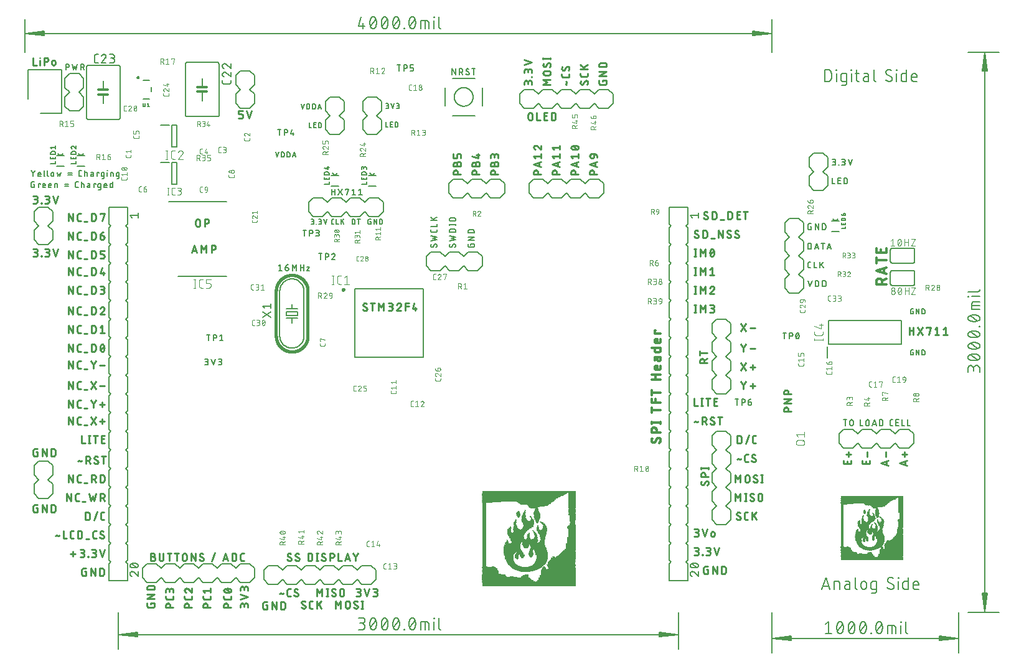
<source format=gto>
G04 EAGLE Gerber RS-274X export*
G04 #@! %TF.Part,Single*
G04 #@! %TF.FileFunction,Legend,Top,1*
G04 #@! %TF.FilePolarity,Positive*
G04 #@! %TF.GenerationSoftware,Autodesk,EAGLE,9.6.2*
G04 #@! %TF.CreationDate,2022-03-11T18:21:18Z*
G75*
%MOMM*%
%FSLAX34Y34*%
%LPD*%
%INSilkscreen Top*%
%IPPOS*%
%AMOC8*
5,1,8,0,0,1.08239X$1,22.5*%
G01*
%ADD10C,0.130000*%
%ADD11C,0.152400*%
%ADD12C,0.254000*%
%ADD13C,0.203200*%
%ADD14C,0.330200*%
%ADD15C,0.304800*%
%ADD16C,0.076200*%
%ADD17C,0.050800*%
%ADD18C,0.127000*%
%ADD19C,0.200000*%
%ADD20C,0.250000*%
%ADD21C,0.101600*%
%ADD22C,0.406400*%
%ADD23R,12.700000X0.034544*%
%ADD24R,12.700000X0.034800*%
%ADD25R,12.700000X0.034797*%
%ADD26R,12.700000X0.034547*%
%ADD27R,7.218681X0.034800*%
%ADD28R,5.377178X0.034800*%
%ADD29R,7.218681X0.034544*%
%ADD30R,5.377178X0.034544*%
%ADD31R,6.974841X0.034797*%
%ADD32R,5.204459X0.034797*%
%ADD33R,6.906263X0.034547*%
%ADD34R,5.204459X0.034547*%
%ADD35R,6.906263X0.034797*%
%ADD36R,5.168900X0.034797*%
%ADD37R,6.731000X0.034544*%
%ADD38R,5.100319X0.034544*%
%ADD39R,6.731000X0.034800*%
%ADD40R,5.100319X0.034800*%
%ADD41R,6.697981X0.034544*%
%ADD42R,6.626863X0.034797*%
%ADD43R,5.100319X0.034797*%
%ADD44R,6.626863X0.034800*%
%ADD45R,6.593841X0.034544*%
%ADD46R,6.558281X0.034797*%
%ADD47R,6.558281X0.034544*%
%ADD48R,6.454141X0.034797*%
%ADD49R,5.031738X0.034797*%
%ADD50R,6.454141X0.034800*%
%ADD51R,5.031738X0.034800*%
%ADD52R,4.859022X0.034544*%
%ADD53R,0.243841X0.034544*%
%ADD54R,1.214119X0.034544*%
%ADD55R,4.996178X0.034544*%
%ADD56R,4.754881X0.034797*%
%ADD57R,1.005841X0.034797*%
%ADD58R,4.856478X0.034797*%
%ADD59R,4.754881X0.034800*%
%ADD60R,1.005841X0.034800*%
%ADD61R,4.856478X0.034800*%
%ADD62R,3.332481X0.034544*%
%ADD63R,0.553722X0.034544*%
%ADD64R,0.937259X0.034544*%
%ADD65R,4.856478X0.034544*%
%ADD66R,3.332481X0.034797*%
%ADD67R,0.553722X0.034797*%
%ADD68R,0.937259X0.034797*%
%ADD69R,3.261363X0.034544*%
%ADD70R,0.520700X0.034544*%
%ADD71R,0.901700X0.034544*%
%ADD72R,3.261363X0.034797*%
%ADD73R,0.833122X0.034797*%
%ADD74R,3.261363X0.034800*%
%ADD75R,0.833122X0.034800*%
%ADD76R,4.823459X0.034800*%
%ADD77R,3.157222X0.034544*%
%ADD78R,0.660400X0.034544*%
%ADD79R,3.157222X0.034797*%
%ADD80R,0.660400X0.034797*%
%ADD81R,0.035559X0.034544*%
%ADD82R,0.589281X0.034544*%
%ADD83R,4.823459X0.034544*%
%ADD84R,3.157222X0.034800*%
%ADD85R,0.485141X0.034800*%
%ADD86R,4.752338X0.034800*%
%ADD87R,0.485141X0.034797*%
%ADD88R,4.752338X0.034797*%
%ADD89R,2.672081X0.034544*%
%ADD90R,0.033019X0.034544*%
%ADD91R,0.035563X0.034544*%
%ADD92R,0.033022X0.034544*%
%ADD93R,0.068581X0.034544*%
%ADD94R,4.752338X0.034544*%
%ADD95R,2.532381X0.034797*%
%ADD96R,2.359663X0.034547*%
%ADD97R,0.104141X0.034547*%
%ADD98R,4.752338X0.034547*%
%ADD99R,2.255522X0.034797*%
%ADD100R,2.255522X0.034544*%
%ADD101R,2.255522X0.034800*%
%ADD102R,2.219963X0.034544*%
%ADD103R,2.186941X0.034797*%
%ADD104R,0.104141X0.034797*%
%ADD105R,0.762000X0.034797*%
%ADD106R,2.151381X0.034797*%
%ADD107R,1.318259X0.034797*%
%ADD108R,0.071119X0.034797*%
%ADD109R,2.186941X0.034544*%
%ADD110R,1.630681X0.034544*%
%ADD111R,4.683759X0.034544*%
%ADD112R,2.186941X0.034800*%
%ADD113R,1.978662X0.034800*%
%ADD114R,4.683759X0.034800*%
%ADD115R,2.151381X0.034544*%
%ADD116R,2.219959X0.034544*%
%ADD117R,2.082800X0.034797*%
%ADD118R,2.430778X0.034797*%
%ADD119R,4.648200X0.034797*%
%ADD120R,2.082800X0.034800*%
%ADD121R,2.603500X0.034800*%
%ADD122R,4.648200X0.034800*%
%ADD123R,2.082800X0.034544*%
%ADD124R,2.811781X0.034544*%
%ADD125R,0.657863X0.034544*%
%ADD126R,3.954778X0.034544*%
%ADD127R,2.984500X0.034797*%
%ADD128R,0.622300X0.034797*%
%ADD129R,3.850638X0.034797*%
%ADD130R,3.192778X0.034544*%
%ADD131R,0.622300X0.034544*%
%ADD132R,3.850638X0.034544*%
%ADD133R,3.296919X0.034797*%
%ADD134R,0.553719X0.034797*%
%ADD135R,3.782059X0.034797*%
%ADD136R,3.401063X0.034800*%
%ADD137R,0.553719X0.034800*%
%ADD138R,3.782059X0.034800*%
%ADD139R,2.014222X0.034544*%
%ADD140R,3.505200X0.034544*%
%ADD141R,0.553719X0.034544*%
%ADD142R,3.746500X0.034544*%
%ADD143R,1.910081X0.034797*%
%ADD144R,3.677922X0.034797*%
%ADD145R,3.677919X0.034797*%
%ADD146R,1.910081X0.034800*%
%ADD147R,3.815078X0.034800*%
%ADD148R,3.677919X0.034800*%
%ADD149R,1.805941X0.034544*%
%ADD150R,0.416559X0.034544*%
%ADD151R,3.677919X0.034544*%
%ADD152R,1.805941X0.034797*%
%ADD153R,3.954781X0.034797*%
%ADD154R,4.094478X0.034544*%
%ADD155R,0.381000X0.034544*%
%ADD156R,3.782059X0.034544*%
%ADD157R,0.381000X0.034797*%
%ADD158R,1.734822X0.034797*%
%ADD159R,2.011681X0.034797*%
%ADD160R,0.208281X0.034797*%
%ADD161R,0.660400X0.034800*%
%ADD162R,0.381000X0.034800*%
%ADD163R,1.490981X0.034800*%
%ADD164R,1.805941X0.034800*%
%ADD165R,0.208281X0.034800*%
%ADD166R,0.556262X0.034544*%
%ADD167R,1.386841X0.034544*%
%ADD168R,1.699263X0.034544*%
%ADD169R,0.556262X0.034797*%
%ADD170R,1.285238X0.034797*%
%ADD171R,1.666241X0.034797*%
%ADD172R,1.247141X0.034544*%
%ADD173R,1.666238X0.034544*%
%ADD174R,0.589281X0.034800*%
%ADD175R,1.178559X0.034800*%
%ADD176R,1.597662X0.034800*%
%ADD177R,3.850638X0.034800*%
%ADD178R,1.109981X0.034797*%
%ADD179R,1.562100X0.034797*%
%ADD180R,1.143000X0.034544*%
%ADD181R,1.595119X0.034544*%
%ADD182R,1.145541X0.034800*%
%ADD183R,1.562100X0.034800*%
%ADD184R,1.109981X0.034544*%
%ADD185R,1.562100X0.034544*%
%ADD186R,0.589281X0.034797*%
%ADD187R,1.076959X0.034797*%
%ADD188R,1.074419X0.034797*%
%ADD189R,1.526541X0.034797*%
%ADD190R,1.074422X0.034544*%
%ADD191R,1.526541X0.034544*%
%ADD192R,0.556262X0.034800*%
%ADD193R,1.076959X0.034800*%
%ADD194R,1.526541X0.034800*%
%ADD195R,1.041400X0.034797*%
%ADD196R,1.038859X0.034544*%
%ADD197R,1.041400X0.034800*%
%ADD198R,1.041400X0.034544*%
%ADD199R,1.559559X0.034544*%
%ADD200R,1.526538X0.034797*%
%ADD201R,3.609338X0.034797*%
%ADD202R,1.490978X0.034800*%
%ADD203R,3.609338X0.034800*%
%ADD204R,1.526538X0.034544*%
%ADD205R,1.074422X0.034797*%
%ADD206R,3.505200X0.034797*%
%ADD207R,1.490978X0.034797*%
%ADD208R,1.074419X0.034544*%
%ADD209R,3.434078X0.034544*%
%ADD210R,1.074419X0.034800*%
%ADD211R,3.434078X0.034800*%
%ADD212R,1.076959X0.034544*%
%ADD213R,1.493522X0.034544*%
%ADD214R,3.401059X0.034544*%
%ADD215R,1.493522X0.034797*%
%ADD216R,3.329938X0.034797*%
%ADD217R,1.109981X0.034800*%
%ADD218R,0.208278X0.034800*%
%ADD219R,3.329938X0.034800*%
%ADD220R,0.347978X0.034544*%
%ADD221R,1.490981X0.034544*%
%ADD222R,3.329938X0.034544*%
%ADD223R,1.490981X0.034797*%
%ADD224R,0.137159X0.034544*%
%ADD225R,3.261359X0.034544*%
%ADD226R,0.452119X0.034800*%
%ADD227R,0.276859X0.034800*%
%ADD228R,3.225800X0.034800*%
%ADD229R,1.145541X0.034797*%
%ADD230R,0.452119X0.034797*%
%ADD231R,3.225800X0.034797*%
%ADD232R,1.145541X0.034544*%
%ADD233R,0.452119X0.034544*%
%ADD234R,2.705100X0.034544*%
%ADD235R,1.181100X0.034797*%
%ADD236R,0.485137X0.034797*%
%ADD237R,0.416559X0.034797*%
%ADD238R,0.137159X0.034797*%
%ADD239R,2.705100X0.034797*%
%ADD240R,1.181100X0.034544*%
%ADD241R,0.485137X0.034544*%
%ADD242R,0.485141X0.034544*%
%ADD243R,0.279400X0.034544*%
%ADD244R,0.347981X0.034544*%
%ADD245R,2.672078X0.034544*%
%ADD246R,1.181100X0.034800*%
%ADD247R,0.485137X0.034800*%
%ADD248R,2.532378X0.034800*%
%ADD249R,1.214119X0.034797*%
%ADD250R,0.556259X0.034797*%
%ADD251R,2.532378X0.034797*%
%ADD252R,0.556259X0.034544*%
%ADD253R,2.359659X0.034544*%
%ADD254R,1.214119X0.034800*%
%ADD255R,0.624841X0.034800*%
%ADD256R,0.520700X0.034800*%
%ADD257R,2.359659X0.034800*%
%ADD258R,0.624841X0.034797*%
%ADD259R,1.595119X0.034797*%
%ADD260R,2.359659X0.034797*%
%ADD261R,1.249681X0.034544*%
%ADD262R,0.487681X0.034544*%
%ADD263R,0.624841X0.034544*%
%ADD264R,2.255519X0.034544*%
%ADD265R,1.249681X0.034797*%
%ADD266R,0.487681X0.034797*%
%ADD267R,2.255519X0.034797*%
%ADD268R,1.318259X0.034800*%
%ADD269R,0.591819X0.034800*%
%ADD270R,1.630678X0.034800*%
%ADD271R,2.151378X0.034800*%
%ADD272R,1.353822X0.034797*%
%ADD273R,0.591819X0.034797*%
%ADD274R,2.151378X0.034797*%
%ADD275R,1.318263X0.034544*%
%ADD276R,1.666241X0.034544*%
%ADD277R,1.353822X0.034800*%
%ADD278R,1.699259X0.034800*%
%ADD279R,1.422400X0.034544*%
%ADD280R,1.005841X0.034544*%
%ADD281R,1.699259X0.034544*%
%ADD282R,1.457959X0.034797*%
%ADD283R,0.970281X0.034797*%
%ADD284R,1.699259X0.034797*%
%ADD285R,1.978659X0.034797*%
%ADD286R,1.734819X0.034797*%
%ADD287R,0.904238X0.034544*%
%ADD288R,1.770378X0.034544*%
%ADD289R,1.907538X0.034544*%
%ADD290R,0.868678X0.034800*%
%ADD291R,1.770378X0.034800*%
%ADD292R,1.907538X0.034800*%
%ADD293R,1.663700X0.034544*%
%ADD294R,0.797559X0.034544*%
%ADD295R,1.767841X0.034544*%
%ADD296R,1.874519X0.034544*%
%ADD297R,1.767841X0.034797*%
%ADD298R,1.803400X0.034797*%
%ADD299R,1.803400X0.034800*%
%ADD300R,1.767841X0.034800*%
%ADD301R,1.838959X0.034544*%
%ADD302R,1.734819X0.034544*%
%ADD303R,2.496819X0.034797*%
%ADD304R,1.770381X0.034797*%
%ADD305R,2.463800X0.034797*%
%ADD306R,0.556262X0.034547*%
%ADD307R,2.428241X0.034547*%
%ADD308R,0.416559X0.034547*%
%ADD309R,1.770381X0.034547*%
%ADD310R,1.630678X0.034547*%
%ADD311R,2.428241X0.034797*%
%ADD312R,1.630678X0.034797*%
%ADD313R,2.392678X0.034544*%
%ADD314R,0.416563X0.034544*%
%ADD315R,1.630678X0.034544*%
%ADD316R,0.449581X0.034797*%
%ADD317R,1.770378X0.034797*%
%ADD318R,2.324100X0.034800*%
%ADD319R,0.416559X0.034800*%
%ADD320R,2.324100X0.034544*%
%ADD321R,1.457959X0.034544*%
%ADD322R,2.288541X0.034797*%
%ADD323R,0.487678X0.034797*%
%ADD324R,2.288541X0.034544*%
%ADD325R,2.255519X0.034800*%
%ADD326R,1.630681X0.034800*%
%ADD327R,1.386838X0.034800*%
%ADD328R,2.222500X0.034797*%
%ADD329R,1.386838X0.034797*%
%ADD330R,2.222500X0.034544*%
%ADD331R,0.172719X0.034544*%
%ADD332R,1.353819X0.034544*%
%ADD333R,2.080259X0.034797*%
%ADD334R,2.080259X0.034544*%
%ADD335R,2.047241X0.034800*%
%ADD336R,1.353819X0.034800*%
%ADD337R,2.047241X0.034797*%
%ADD338R,1.353819X0.034797*%
%ADD339R,0.693422X0.034544*%
%ADD340R,2.011681X0.034544*%
%ADD341R,1.282700X0.034544*%
%ADD342R,2.151381X0.034800*%
%ADD343R,0.728981X0.034800*%
%ADD344R,1.282700X0.034800*%
%ADD345R,0.764541X0.034797*%
%ADD346R,1.282700X0.034797*%
%ADD347R,0.833119X0.034544*%
%ADD348R,2.047241X0.034544*%
%ADD349R,0.833119X0.034797*%
%ADD350R,2.014219X0.034797*%
%ADD351R,2.151378X0.034544*%
%ADD352R,0.866138X0.034544*%
%ADD353R,2.014219X0.034544*%
%ADD354R,0.866138X0.034800*%
%ADD355R,2.011681X0.034800*%
%ADD356R,0.866138X0.034797*%
%ADD357R,2.184400X0.034544*%
%ADD358R,0.901700X0.034800*%
%ADD359R,2.115822X0.034544*%
%ADD360R,2.115822X0.034797*%
%ADD361R,3.088641X0.034797*%
%ADD362R,0.693422X0.034547*%
%ADD363R,1.386841X0.034547*%
%ADD364R,3.088641X0.034547*%
%ADD365R,1.178559X0.034547*%
%ADD366R,0.520700X0.034797*%
%ADD367R,2.014222X0.034797*%
%ADD368R,1.178559X0.034797*%
%ADD369R,1.285241X0.034797*%
%ADD370R,0.937262X0.034797*%
%ADD371R,0.868681X0.034544*%
%ADD372R,1.178559X0.034544*%
%ADD373R,0.764538X0.034800*%
%ADD374R,1.318259X0.034544*%
%ADD375R,0.728978X0.034544*%
%ADD376R,0.347981X0.034797*%
%ADD377R,0.312422X0.034797*%
%ADD378R,0.312422X0.034547*%
%ADD379R,2.118359X0.034547*%
%ADD380R,0.660400X0.034547*%
%ADD381R,0.243838X0.034797*%
%ADD382R,1.422400X0.034797*%
%ADD383R,2.118359X0.034797*%
%ADD384R,0.657859X0.034797*%
%ADD385R,0.208278X0.034544*%
%ADD386R,3.538219X0.034544*%
%ADD387R,0.657859X0.034544*%
%ADD388R,0.208278X0.034797*%
%ADD389R,3.642359X0.034797*%
%ADD390R,0.172719X0.034800*%
%ADD391R,3.642359X0.034800*%
%ADD392R,0.104141X0.034544*%
%ADD393R,3.644900X0.034544*%
%ADD394R,0.591822X0.034544*%
%ADD395R,1.109978X0.034544*%
%ADD396R,0.068578X0.034797*%
%ADD397R,3.644900X0.034797*%
%ADD398R,1.109978X0.034797*%
%ADD399R,0.622300X0.034800*%
%ADD400R,0.800100X0.034800*%
%ADD401R,1.109978X0.034800*%
%ADD402R,2.011678X0.034797*%
%ADD403R,0.695959X0.034797*%
%ADD404R,1.978659X0.034544*%
%ADD405R,0.449581X0.034544*%
%ADD406R,0.624838X0.034544*%
%ADD407R,1.943100X0.034797*%
%ADD408R,1.943100X0.034800*%
%ADD409R,0.556259X0.034800*%
%ADD410R,1.943100X0.034544*%
%ADD411R,0.487678X0.034800*%
%ADD412R,0.693422X0.034800*%
%ADD413R,0.693422X0.034797*%
%ADD414R,0.728981X0.034544*%
%ADD415R,1.005837X0.034544*%
%ADD416R,1.005837X0.034797*%
%ADD417R,2.047241X0.034547*%
%ADD418R,0.381000X0.034547*%
%ADD419R,0.345441X0.034547*%
%ADD420R,0.762000X0.034547*%
%ADD421R,1.005837X0.034547*%
%ADD422R,0.345441X0.034797*%
%ADD423R,0.797559X0.034797*%
%ADD424R,2.118359X0.034544*%
%ADD425R,0.309881X0.034544*%
%ADD426R,0.309881X0.034800*%
%ADD427R,0.312422X0.034800*%
%ADD428R,0.833119X0.034800*%
%ADD429R,1.005837X0.034800*%
%ADD430R,0.276859X0.034544*%
%ADD431R,0.312422X0.034544*%
%ADD432R,2.184400X0.034797*%
%ADD433R,0.276859X0.034797*%
%ADD434R,0.868681X0.034797*%
%ADD435R,0.312419X0.034797*%
%ADD436R,0.901700X0.034797*%
%ADD437R,0.589281X0.034547*%
%ADD438R,2.255522X0.034547*%
%ADD439R,0.241300X0.034547*%
%ADD440R,0.312419X0.034547*%
%ADD441R,0.934719X0.034547*%
%ADD442R,2.291081X0.034797*%
%ADD443R,2.326641X0.034797*%
%ADD444R,0.241300X0.034797*%
%ADD445R,0.279400X0.034797*%
%ADD446R,2.326641X0.034544*%
%ADD447R,2.392678X0.034800*%
%ADD448R,0.243841X0.034800*%
%ADD449R,0.276863X0.034544*%
%ADD450R,0.589278X0.034800*%
%ADD451R,1.701800X0.034800*%
%ADD452R,0.208281X0.034544*%
%ADD453R,0.172722X0.034544*%
%ADD454R,1.737363X0.034797*%
%ADD455R,0.175259X0.034797*%
%ADD456R,1.247141X0.034797*%
%ADD457R,1.770381X0.034800*%
%ADD458R,0.104141X0.034800*%
%ADD459R,1.874519X0.034797*%
%ADD460R,1.907541X0.034800*%
%ADD461R,0.068581X0.034800*%
%ADD462R,0.452122X0.034797*%
%ADD463R,0.693419X0.034544*%
%ADD464R,0.866141X0.034797*%
%ADD465R,1.008381X0.034797*%
%ADD466R,0.416563X0.034797*%
%ADD467R,0.693419X0.034797*%
%ADD468R,0.416563X0.034800*%
%ADD469R,0.970278X0.034800*%
%ADD470R,0.657859X0.034800*%
%ADD471R,0.762000X0.034544*%
%ADD472R,0.972822X0.034544*%
%ADD473R,0.345438X0.034797*%
%ADD474R,0.624838X0.034797*%
%ADD475R,0.312419X0.034544*%
%ADD476R,0.589278X0.034544*%
%ADD477R,0.383541X0.034800*%
%ADD478R,0.312419X0.034800*%
%ADD479R,0.589278X0.034797*%
%ADD480R,0.518159X0.034797*%
%ADD481R,0.208281X0.034547*%
%ADD482R,0.520700X0.034547*%
%ADD483R,1.214122X0.034547*%
%ADD484R,0.276863X0.034547*%
%ADD485R,0.518159X0.034547*%
%ADD486R,1.109978X0.034547*%
%ADD487R,0.175259X0.034544*%
%ADD488R,1.318263X0.034800*%
%ADD489R,1.351281X0.034797*%
%ADD490R,0.035559X0.034797*%
%ADD491R,0.414019X0.034544*%
%ADD492R,1.422400X0.034800*%
%ADD493R,0.937259X0.034800*%
%ADD494R,0.383541X0.034797*%
%ADD495R,0.383541X0.034544*%
%ADD496R,1.455422X0.034544*%
%ADD497R,1.455422X0.034800*%
%ADD498R,0.347978X0.034800*%
%ADD499R,0.762000X0.034800*%
%ADD500R,0.728978X0.034797*%
%ADD501R,0.276863X0.034797*%
%ADD502R,1.595122X0.034800*%
%ADD503R,0.728978X0.034800*%
%ADD504R,1.630681X0.034797*%
%ADD505R,0.347978X0.034797*%
%ADD506R,0.035563X0.034797*%
%ADD507R,0.868678X0.034544*%
%ADD508R,0.487678X0.034544*%
%ADD509R,0.172722X0.034800*%
%ADD510R,0.345441X0.034544*%
%ADD511R,0.591819X0.034544*%
%ADD512R,0.279400X0.034800*%
%ADD513R,0.728981X0.034797*%
%ADD514R,0.243838X0.034544*%
%ADD515R,0.241300X0.034800*%
%ADD516R,0.800100X0.034797*%
%ADD517R,0.764541X0.034544*%
%ADD518R,0.139700X0.034800*%
%ADD519R,0.797563X0.034800*%
%ADD520R,0.243841X0.034797*%
%ADD521R,0.866141X0.034544*%
%ADD522R,0.071119X0.034544*%
%ADD523R,0.866141X0.034800*%
%ADD524R,0.035563X0.034800*%
%ADD525R,0.345438X0.034544*%
%ADD526R,0.800100X0.034544*%
%ADD527R,0.797563X0.034544*%
%ADD528R,0.764541X0.034800*%
%ADD529R,0.383538X0.034544*%
%ADD530R,0.241300X0.034544*%
%ADD531R,0.175259X0.034800*%
%ADD532R,0.139700X0.034797*%
%ADD533R,0.139700X0.034544*%
%ADD534R,0.068581X0.034797*%
%ADD535R,1.112519X0.034797*%
%ADD536R,1.112519X0.034544*%
%ADD537R,1.457963X0.034797*%
%ADD538R,2.291078X0.034800*%
%ADD539R,0.383538X0.034800*%
%ADD540R,2.707638X0.034544*%
%ADD541R,2.707638X0.034797*%
%ADD542R,2.844800X0.034800*%
%ADD543R,2.844800X0.034544*%
%ADD544R,2.948941X0.034797*%
%ADD545R,3.954781X0.034547*%
%ADD546R,0.937259X0.034547*%
%ADD547R,4.198619X0.034797*%
%ADD548R,4.198619X0.034544*%
%ADD549R,4.475481X0.034800*%
%ADD550R,4.475481X0.034544*%
%ADD551R,4.650737X0.034797*%
%ADD552R,1.353822X0.034544*%
%ADD553R,4.650737X0.034544*%
%ADD554R,4.650737X0.034800*%
%ADD555R,4.859019X0.034797*%
%ADD556R,2.499363X0.034544*%
%ADD557R,4.859019X0.034544*%
%ADD558R,5.344159X0.034797*%
%ADD559R,0.033019X0.034797*%
%ADD560R,9.751062X0.034544*%
%ADD561R,9.751062X0.034800*%
%ADD562R,9.819641X0.034797*%
%ADD563R,9.855200X0.034544*%
%ADD564R,9.819641X0.034800*%
%ADD565R,9.923781X0.034797*%
%ADD566R,9.923781X0.034544*%
%ADD567R,10.027922X0.034797*%
%ADD568R,10.027922X0.034544*%
%ADD569R,10.027922X0.034800*%
%ADD570R,10.099041X0.034797*%
%ADD571R,10.099041X0.034544*%
%ADD572R,10.271763X0.034800*%
%ADD573R,10.307322X0.034544*%
%ADD574R,10.307322X0.034797*%
%ADD575R,10.480041X0.034797*%
%ADD576R,10.480041X0.034547*%
%ADD577R,10.617200X0.034797*%
%ADD578R,10.721341X0.034797*%
%ADD579R,10.721341X0.034544*%
%ADD580R,10.896600X0.034800*%
%ADD581R,10.896600X0.034544*%
%ADD582R,10.965181X0.034797*%
%ADD583R,11.104881X0.034797*%
%ADD584R,11.069322X0.034547*%
%ADD585R,11.277600X0.034797*%
%ADD586R,11.277600X0.034544*%
%ADD587R,11.450322X0.034800*%
%ADD588R,11.450322X0.034544*%
%ADD589R,11.521441X0.034797*%
%ADD590R,11.521441X0.034544*%
%ADD591R,11.554463X0.034800*%
%ADD592R,8.468359X0.023369*%
%ADD593R,8.468359X0.023113*%
%ADD594R,8.468359X0.023116*%
%ADD595R,8.468359X0.023366*%
%ADD596R,4.813300X0.023116*%
%ADD597R,3.586478X0.023116*%
%ADD598R,4.813300X0.023113*%
%ADD599R,3.586478X0.023113*%
%ADD600R,4.650741X0.023116*%
%ADD601R,3.469641X0.023116*%
%ADD602R,4.650741X0.023113*%
%ADD603R,3.469641X0.023113*%
%ADD604R,4.605019X0.023116*%
%ADD605R,4.605019X0.023113*%
%ADD606R,3.446778X0.023116*%
%ADD607R,4.488181X0.023113*%
%ADD608R,3.401059X0.023113*%
%ADD609R,4.488181X0.023116*%
%ADD610R,3.401059X0.023116*%
%ADD611R,4.465319X0.023113*%
%ADD612R,4.419600X0.023116*%
%ADD613R,4.419600X0.023113*%
%ADD614R,4.396741X0.023116*%
%ADD615R,4.373881X0.023366*%
%ADD616R,3.401059X0.023366*%
%ADD617R,4.373881X0.023116*%
%ADD618R,4.302759X0.023113*%
%ADD619R,3.355341X0.023113*%
%ADD620R,4.302759X0.023116*%
%ADD621R,3.355341X0.023116*%
%ADD622R,3.238500X0.023113*%
%ADD623R,0.160019X0.023113*%
%ADD624R,0.807719X0.023113*%
%ADD625R,3.332478X0.023113*%
%ADD626R,3.169919X0.023116*%
%ADD627R,0.670559X0.023116*%
%ADD628R,3.238500X0.023116*%
%ADD629R,3.169919X0.023113*%
%ADD630R,0.670559X0.023113*%
%ADD631R,2.222500X0.023116*%
%ADD632R,0.370841X0.023116*%
%ADD633R,0.624841X0.023116*%
%ADD634R,2.222500X0.023113*%
%ADD635R,0.370841X0.023113*%
%ADD636R,0.624841X0.023113*%
%ADD637R,2.176781X0.023116*%
%ADD638R,0.347981X0.023116*%
%ADD639R,0.601978X0.023116*%
%ADD640R,2.176781X0.023113*%
%ADD641R,0.556259X0.023113*%
%ADD642R,0.556259X0.023116*%
%ADD643R,3.215641X0.023116*%
%ADD644R,2.105659X0.023113*%
%ADD645R,0.439419X0.023113*%
%ADD646R,2.105659X0.023369*%
%ADD647R,0.439419X0.023369*%
%ADD648R,3.238500X0.023369*%
%ADD649R,0.022859X0.023113*%
%ADD650R,0.393700X0.023113*%
%ADD651R,3.215641X0.023113*%
%ADD652R,2.105659X0.023116*%
%ADD653R,0.325119X0.023116*%
%ADD654R,0.325119X0.023113*%
%ADD655R,1.783081X0.023116*%
%ADD656R,0.022863X0.023116*%
%ADD657R,0.022859X0.023116*%
%ADD658R,0.045719X0.023116*%
%ADD659R,0.025400X0.023116*%
%ADD660R,1.689100X0.023113*%
%ADD661R,1.574800X0.023116*%
%ADD662R,0.068581X0.023116*%
%ADD663R,1.503681X0.023113*%
%ADD664R,1.503681X0.023116*%
%ADD665R,1.480819X0.023369*%
%ADD666R,3.169919X0.023369*%
%ADD667R,1.457959X0.023113*%
%ADD668R,0.071119X0.023113*%
%ADD669R,0.508000X0.023113*%
%ADD670R,1.435100X0.023116*%
%ADD671R,0.881378X0.023116*%
%ADD672R,0.045722X0.023116*%
%ADD673R,1.087119X0.023113*%
%ADD674R,3.124200X0.023113*%
%ADD675R,1.457959X0.023116*%
%ADD676R,1.318259X0.023116*%
%ADD677R,3.124200X0.023116*%
%ADD678R,1.435100X0.023113*%
%ADD679R,0.022863X0.023113*%
%ADD680R,1.480819X0.023113*%
%ADD681R,1.389381X0.023116*%
%ADD682R,1.617981X0.023116*%
%ADD683R,3.101341X0.023116*%
%ADD684R,1.389381X0.023113*%
%ADD685R,1.734819X0.023113*%
%ADD686R,3.101341X0.023113*%
%ADD687R,1.874522X0.023116*%
%ADD688R,0.439422X0.023116*%
%ADD689R,2.636519X0.023116*%
%ADD690R,1.988819X0.023113*%
%ADD691R,0.416563X0.023113*%
%ADD692R,2.567941X0.023113*%
%ADD693R,2.128522X0.023116*%
%ADD694R,0.416563X0.023116*%
%ADD695R,2.567941X0.023116*%
%ADD696R,2.197100X0.023113*%
%ADD697R,0.368300X0.023113*%
%ADD698R,2.522219X0.023113*%
%ADD699R,2.265678X0.023116*%
%ADD700R,0.368300X0.023116*%
%ADD701R,2.522219X0.023116*%
%ADD702R,1.343659X0.023366*%
%ADD703R,2.336800X0.023366*%
%ADD704R,0.368300X0.023366*%
%ADD705R,2.499359X0.023366*%
%ADD706R,1.272541X0.023116*%
%ADD707R,2.453641X0.023116*%
%ADD708R,1.272541X0.023113*%
%ADD709R,2.545078X0.023113*%
%ADD710R,2.453641X0.023113*%
%ADD711R,1.203959X0.023116*%
%ADD712R,0.276859X0.023116*%
%ADD713R,1.203959X0.023113*%
%ADD714R,2.636519X0.023113*%
%ADD715R,0.322578X0.023113*%
%ADD716R,2.727959X0.023116*%
%ADD717R,0.254000X0.023116*%
%ADD718R,0.254000X0.023113*%
%ADD719R,1.158241X0.023113*%
%ADD720R,1.343662X0.023113*%
%ADD721R,0.139700X0.023113*%
%ADD722R,0.439419X0.023116*%
%ADD723R,0.995678X0.023116*%
%ADD724R,0.139700X0.023116*%
%ADD725R,0.927100X0.023113*%
%ADD726R,1.132841X0.023113*%
%ADD727R,0.855981X0.023116*%
%ADD728R,1.109978X0.023116*%
%ADD729R,0.833122X0.023113*%
%ADD730R,1.109981X0.023113*%
%ADD731R,0.393700X0.023116*%
%ADD732R,0.787400X0.023116*%
%ADD733R,1.064259X0.023116*%
%ADD734R,0.739141X0.023113*%
%ADD735R,1.038859X0.023113*%
%ADD736R,0.393700X0.023369*%
%ADD737R,0.762000X0.023369*%
%ADD738R,1.061719X0.023369*%
%ADD739R,2.567941X0.023369*%
%ADD740R,0.762000X0.023113*%
%ADD741R,1.041400X0.023113*%
%ADD742R,0.739141X0.023116*%
%ADD743R,1.041400X0.023116*%
%ADD744R,0.716281X0.023113*%
%ADD745R,0.718822X0.023116*%
%ADD746R,1.018541X0.023116*%
%ADD747R,0.718819X0.023113*%
%ADD748R,1.018541X0.023113*%
%ADD749R,0.718819X0.023116*%
%ADD750R,0.693419X0.023113*%
%ADD751R,0.693419X0.023116*%
%ADD752R,0.693422X0.023113*%
%ADD753R,1.018538X0.023113*%
%ADD754R,0.693422X0.023116*%
%ADD755R,1.016000X0.023113*%
%ADD756R,0.716281X0.023116*%
%ADD757R,1.016000X0.023116*%
%ADD758R,0.693419X0.023369*%
%ADD759R,1.018541X0.023369*%
%ADD760R,2.453641X0.023369*%
%ADD761R,0.716278X0.023116*%
%ADD762R,2.405378X0.023116*%
%ADD763R,0.995681X0.023113*%
%ADD764R,2.405378X0.023113*%
%ADD765R,2.336800X0.023116*%
%ADD766R,2.336800X0.023113*%
%ADD767R,0.718822X0.023113*%
%ADD768R,2.291078X0.023113*%
%ADD769R,1.018538X0.023116*%
%ADD770R,2.291078X0.023116*%
%ADD771R,0.995678X0.023113*%
%ADD772R,2.268219X0.023113*%
%ADD773R,0.741681X0.023113*%
%ADD774R,0.741681X0.023116*%
%ADD775R,0.231141X0.023116*%
%ADD776R,0.995681X0.023116*%
%ADD777R,0.370841X0.023366*%
%ADD778R,0.741681X0.023366*%
%ADD779R,0.254000X0.023366*%
%ADD780R,0.995681X0.023366*%
%ADD781R,2.222500X0.023366*%
%ADD782R,0.279400X0.023116*%
%ADD783R,0.093978X0.023116*%
%ADD784R,2.174241X0.023116*%
%ADD785R,0.764541X0.023113*%
%ADD786R,0.302259X0.023113*%
%ADD787R,0.185419X0.023113*%
%ADD788R,2.151378X0.023113*%
%ADD789R,0.764541X0.023116*%
%ADD790R,0.302259X0.023116*%
%ADD791R,2.151378X0.023116*%
%ADD792R,0.276859X0.023113*%
%ADD793R,1.805941X0.023113*%
%ADD794R,0.091441X0.023116*%
%ADD795R,1.805941X0.023116*%
%ADD796R,0.787400X0.023113*%
%ADD797R,0.185422X0.023113*%
%ADD798R,0.231141X0.023113*%
%ADD799R,1.780541X0.023113*%
%ADD800R,0.256541X0.023116*%
%ADD801R,1.689100X0.023116*%
%ADD802R,0.810262X0.023113*%
%ADD803R,0.810262X0.023116*%
%ADD804R,0.416559X0.023113*%
%ADD805R,0.347978X0.023113*%
%ADD806R,1.574800X0.023113*%
%ADD807R,0.416559X0.023116*%
%ADD808R,1.064259X0.023113*%
%ADD809R,1.503678X0.023113*%
%ADD810R,0.833122X0.023116*%
%ADD811R,1.503678X0.023116*%
%ADD812R,0.810262X0.023366*%
%ADD813R,0.325122X0.023366*%
%ADD814R,0.416559X0.023366*%
%ADD815R,1.064259X0.023366*%
%ADD816R,1.503678X0.023366*%
%ADD817R,0.878841X0.023116*%
%ADD818R,0.325122X0.023116*%
%ADD819R,1.087122X0.023116*%
%ADD820R,0.901700X0.023113*%
%ADD821R,0.322581X0.023113*%
%ADD822R,0.345441X0.023116*%
%ADD823R,1.109981X0.023116*%
%ADD824R,1.389378X0.023116*%
%ADD825R,1.389378X0.023113*%
%ADD826R,0.947419X0.023116*%
%ADD827R,1.132841X0.023116*%
%ADD828R,0.970281X0.023113*%
%ADD829R,0.647700X0.023113*%
%ADD830R,1.318259X0.023113*%
%ADD831R,0.970281X0.023116*%
%ADD832R,1.155700X0.023116*%
%ADD833R,0.601981X0.023113*%
%ADD834R,1.178559X0.023113*%
%ADD835R,1.038859X0.023116*%
%ADD836R,0.579119X0.023116*%
%ADD837R,1.178559X0.023116*%
%ADD838R,1.112519X0.023113*%
%ADD839R,0.533400X0.023113*%
%ADD840R,1.181100X0.023113*%
%ADD841R,1.249678X0.023113*%
%ADD842R,1.135381X0.023116*%
%ADD843R,0.510541X0.023116*%
%ADD844R,1.181100X0.023116*%
%ADD845R,0.370841X0.023369*%
%ADD846R,1.226819X0.023369*%
%ADD847R,0.325119X0.023369*%
%ADD848R,1.181100X0.023369*%
%ADD849R,1.158241X0.023369*%
%ADD850R,1.666241X0.023113*%
%ADD851R,1.643381X0.023116*%
%ADD852R,1.158241X0.023116*%
%ADD853R,1.620519X0.023113*%
%ADD854R,0.279400X0.023113*%
%ADD855R,1.620519X0.023116*%
%ADD856R,1.087119X0.023116*%
%ADD857R,1.597659X0.023113*%
%ADD858R,0.299722X0.023116*%
%ADD859R,1.551941X0.023113*%
%ADD860R,0.276863X0.023113*%
%ADD861R,1.551941X0.023116*%
%ADD862R,0.972819X0.023116*%
%ADD863R,1.529081X0.023113*%
%ADD864R,1.135381X0.023113*%
%ADD865R,0.972819X0.023113*%
%ADD866R,1.529081X0.023116*%
%ADD867R,1.112522X0.023116*%
%ADD868R,0.345438X0.023113*%
%ADD869R,1.089659X0.023113*%
%ADD870R,1.478281X0.023116*%
%ADD871R,1.432559X0.023116*%
%ADD872R,0.927100X0.023116*%
%ADD873R,1.478281X0.023369*%
%ADD874R,0.114300X0.023369*%
%ADD875R,1.432559X0.023369*%
%ADD876R,0.901700X0.023369*%
%ADD877R,1.455419X0.023113*%
%ADD878R,1.386841X0.023113*%
%ADD879R,0.347981X0.023113*%
%ADD880R,1.455419X0.023116*%
%ADD881R,1.363978X0.023116*%
%ADD882R,0.901700X0.023116*%
%ADD883R,1.432559X0.023113*%
%ADD884R,1.363978X0.023113*%
%ADD885R,0.462278X0.023116*%
%ADD886R,1.341119X0.023116*%
%ADD887R,0.855978X0.023116*%
%ADD888R,0.485137X0.023113*%
%ADD889R,0.855978X0.023113*%
%ADD890R,0.508000X0.023116*%
%ADD891R,0.553722X0.023113*%
%ADD892R,1.363981X0.023113*%
%ADD893R,1.432562X0.023116*%
%ADD894R,0.553722X0.023116*%
%ADD895R,1.341122X0.023116*%
%ADD896R,1.432562X0.023113*%
%ADD897R,0.579122X0.023113*%
%ADD898R,1.341122X0.023113*%
%ADD899R,0.579122X0.023116*%
%ADD900R,1.457963X0.023116*%
%ADD901R,1.366522X0.023116*%
%ADD902R,1.435100X0.023369*%
%ADD903R,0.601981X0.023369*%
%ADD904R,1.389381X0.023369*%
%ADD905R,0.855978X0.023369*%
%ADD906R,1.412241X0.023113*%
%ADD907R,2.059941X0.023116*%
%ADD908R,0.462281X0.023113*%
%ADD909R,2.059941X0.023113*%
%ADD910R,0.855981X0.023113*%
%ADD911R,1.341119X0.023113*%
%ADD912R,0.624838X0.023113*%
%ADD913R,0.833119X0.023116*%
%ADD914R,1.366519X0.023116*%
%ADD915R,0.256541X0.023113*%
%ADD916R,0.510541X0.023113*%
%ADD917R,0.487678X0.023116*%
%ADD918R,0.208278X0.023116*%
%ADD919R,0.208278X0.023113*%
%ADD920R,0.924559X0.023113*%
%ADD921R,0.160019X0.023369*%
%ADD922R,0.947422X0.023369*%
%ADD923R,1.412241X0.023369*%
%ADD924R,0.439422X0.023369*%
%ADD925R,0.787400X0.023369*%
%ADD926R,0.137159X0.023116*%
%ADD927R,2.359659X0.023116*%
%ADD928R,0.137159X0.023113*%
%ADD929R,2.428241X0.023113*%
%ADD930R,0.114300X0.023113*%
%ADD931R,2.430781X0.023116*%
%ADD932R,0.741678X0.023116*%
%ADD933R,0.045722X0.023113*%
%ADD934R,2.430781X0.023113*%
%ADD935R,0.741678X0.023113*%
%ADD936R,1.343659X0.023113*%
%ADD937R,1.343659X0.023116*%
%ADD938R,0.462281X0.023116*%
%ADD939R,1.295400X0.023116*%
%ADD940R,1.295400X0.023113*%
%ADD941R,1.295400X0.023369*%
%ADD942R,0.279400X0.023369*%
%ADD943R,0.416559X0.023369*%
%ADD944R,0.741678X0.023369*%
%ADD945R,0.302262X0.023113*%
%ADD946R,0.462278X0.023113*%
%ADD947R,0.485141X0.023113*%
%ADD948R,0.233678X0.023113*%
%ADD949R,1.363981X0.023116*%
%ADD950R,0.256538X0.023116*%
%ADD951R,0.530859X0.023113*%
%ADD952R,1.409700X0.023116*%
%ADD953R,0.208281X0.023116*%
%ADD954R,0.553719X0.023116*%
%ADD955R,0.208281X0.023113*%
%ADD956R,0.553719X0.023113*%
%ADD957R,0.185419X0.023116*%
%ADD958R,0.576578X0.023113*%
%ADD959R,0.599441X0.023116*%
%ADD960R,1.503681X0.023369*%
%ADD961R,0.208281X0.023369*%
%ADD962R,0.624841X0.023369*%
%ADD963R,0.670559X0.023369*%
%ADD964R,1.526541X0.023113*%
%ADD965R,0.182878X0.023113*%
%ADD966R,1.549400X0.023116*%
%ADD967R,0.160019X0.023116*%
%ADD968R,0.185422X0.023116*%
%ADD969R,1.549400X0.023113*%
%ADD970R,0.162559X0.023113*%
%ADD971R,1.135378X0.023116*%
%ADD972R,0.370838X0.023113*%
%ADD973R,1.109978X0.023113*%
%ADD974R,1.132838X0.023116*%
%ADD975R,1.155700X0.023113*%
%ADD976R,0.116841X0.023113*%
%ADD977R,0.833119X0.023113*%
%ADD978R,0.114300X0.023116*%
%ADD979R,0.068578X0.023113*%
%ADD980R,0.347981X0.023369*%
%ADD981R,1.224278X0.023369*%
%ADD982R,0.091441X0.023369*%
%ADD983R,0.878841X0.023369*%
%ADD984R,0.322581X0.023116*%
%ADD985R,1.247138X0.023116*%
%ADD986R,1.270000X0.023113*%
%ADD987R,0.878841X0.023113*%
%ADD988R,0.576578X0.023116*%
%ADD989R,0.647700X0.023116*%
%ADD990R,0.233681X0.023113*%
%ADD991R,0.414019X0.023113*%
%ADD992R,0.414019X0.023116*%
%ADD993R,0.784859X0.023113*%
%ADD994R,0.139700X0.023369*%
%ADD995R,0.368300X0.023369*%
%ADD996R,0.784863X0.023369*%
%ADD997R,0.345438X0.023116*%
%ADD998R,0.807722X0.023116*%
%ADD999R,0.162559X0.023116*%
%ADD1000R,0.878838X0.023113*%
%ADD1001R,0.322578X0.023116*%
%ADD1002R,0.068581X0.023113*%
%ADD1003R,0.947419X0.023113*%
%ADD1004R,0.970278X0.023116*%
%ADD1005R,0.254000X0.023369*%
%ADD1006R,0.970278X0.023369*%
%ADD1007R,0.231141X0.023369*%
%ADD1008R,0.510541X0.023369*%
%ADD1009R,0.485141X0.023116*%
%ADD1010R,0.116841X0.023116*%
%ADD1011R,0.162562X0.023113*%
%ADD1012R,0.299719X0.023113*%
%ADD1013R,0.624838X0.023369*%
%ADD1014R,0.345441X0.023369*%
%ADD1015R,0.322581X0.023369*%
%ADD1016R,0.485141X0.023369*%
%ADD1017R,0.530863X0.023113*%
%ADD1018R,0.345441X0.023113*%
%ADD1019R,0.391159X0.023113*%
%ADD1020R,0.439422X0.023113*%
%ADD1021R,0.441959X0.023113*%
%ADD1022R,0.487681X0.023116*%
%ADD1023R,0.370838X0.023116*%
%ADD1024R,0.487681X0.023113*%
%ADD1025R,0.533400X0.023116*%
%ADD1026R,0.116841X0.023369*%
%ADD1027R,0.347978X0.023369*%
%ADD1028R,0.556259X0.023369*%
%ADD1029R,0.091438X0.023116*%
%ADD1030R,0.579119X0.023113*%
%ADD1031R,0.299719X0.023116*%
%ADD1032R,0.233681X0.023116*%
%ADD1033R,0.322578X0.023369*%
%ADD1034R,0.533400X0.023369*%
%ADD1035R,0.601978X0.023369*%
%ADD1036R,0.601978X0.023113*%
%ADD1037R,0.464822X0.023113*%
%ADD1038R,0.464822X0.023116*%
%ADD1039R,0.071119X0.023116*%
%ADD1040R,0.093981X0.023113*%
%ADD1041R,0.048259X0.023369*%
%ADD1042R,0.878838X0.023369*%
%ADD1043R,0.949959X0.023116*%
%ADD1044R,1.480819X0.023116*%
%ADD1045R,1.526541X0.023116*%
%ADD1046R,1.803400X0.023113*%
%ADD1047R,1.803400X0.023116*%
%ADD1048R,1.894838X0.023113*%
%ADD1049R,1.965963X0.023116*%
%ADD1050R,2.639059X0.023113*%
%ADD1051R,2.639059X0.023116*%
%ADD1052R,2.799081X0.023369*%
%ADD1053R,2.799081X0.023113*%
%ADD1054R,2.799081X0.023116*%
%ADD1055R,2.984500X0.023113*%
%ADD1056R,2.984500X0.023116*%
%ADD1057R,0.904241X0.023116*%
%ADD1058R,0.881381X0.023113*%
%ADD1059R,1.968500X0.023113*%
%ADD1060R,0.091438X0.023113*%
%ADD1061R,0.048259X0.023113*%
%ADD1062R,0.045719X0.023113*%
%ADD1063R,0.048262X0.023113*%
%ADD1064R,3.561081X0.023113*%
%ADD1065R,0.025400X0.023113*%
%ADD1066R,6.502400X0.023116*%
%ADD1067R,6.502400X0.023113*%
%ADD1068R,6.548119X0.023116*%
%ADD1069R,6.570981X0.023369*%
%ADD1070R,6.548119X0.023113*%
%ADD1071R,6.616700X0.023116*%
%ADD1072R,6.616700X0.023113*%
%ADD1073R,6.687819X0.023116*%
%ADD1074R,6.687819X0.023113*%
%ADD1075R,6.733541X0.023113*%
%ADD1076R,6.733541X0.023116*%
%ADD1077R,6.847841X0.023113*%
%ADD1078R,6.870700X0.023113*%
%ADD1079R,6.870700X0.023116*%
%ADD1080R,6.987541X0.023113*%
%ADD1081R,6.987541X0.023369*%
%ADD1082R,7.078981X0.023116*%
%ADD1083R,7.150100X0.023113*%
%ADD1084R,7.150100X0.023116*%
%ADD1085R,7.264400X0.023113*%
%ADD1086R,7.264400X0.023116*%
%ADD1087R,7.310119X0.023113*%
%ADD1088R,7.404100X0.023116*%
%ADD1089R,7.381241X0.023113*%
%ADD1090R,7.518400X0.023116*%
%ADD1091R,7.518400X0.023113*%
%ADD1092R,7.635241X0.023116*%
%ADD1093R,7.635241X0.023113*%
%ADD1094R,7.680959X0.023369*%
%ADD1095R,7.680959X0.023116*%
%ADD1096R,7.703819X0.023113*%

G36*
X154481Y724913D02*
X154481Y724913D01*
X154524Y724926D01*
X154641Y724956D01*
X155024Y725114D01*
X155062Y725139D01*
X155167Y725197D01*
X155496Y725449D01*
X155526Y725483D01*
X155613Y725566D01*
X155866Y725895D01*
X155886Y725935D01*
X155948Y726039D01*
X156107Y726421D01*
X156116Y726465D01*
X156150Y726581D01*
X156204Y726992D01*
X156202Y727037D01*
X156204Y727158D01*
X156150Y727569D01*
X156136Y727611D01*
X156107Y727729D01*
X155948Y728111D01*
X155924Y728149D01*
X155866Y728255D01*
X155613Y728584D01*
X155580Y728614D01*
X155496Y728701D01*
X155167Y728953D01*
X155128Y728974D01*
X155024Y729036D01*
X154641Y729194D01*
X154597Y729204D01*
X154481Y729237D01*
X154070Y729291D01*
X154038Y729290D01*
X154016Y729293D01*
X153959Y729293D01*
X153946Y729291D01*
X153905Y729291D01*
X153494Y729237D01*
X153451Y729224D01*
X153334Y729194D01*
X152951Y729036D01*
X152913Y729011D01*
X152808Y728953D01*
X152479Y728701D01*
X152449Y728667D01*
X152362Y728584D01*
X152110Y728255D01*
X152089Y728215D01*
X152027Y728111D01*
X151868Y727729D01*
X151859Y727685D01*
X151825Y727569D01*
X151771Y727158D01*
X151773Y727113D01*
X151771Y726992D01*
X151825Y726581D01*
X151839Y726539D01*
X151868Y726421D01*
X152027Y726039D01*
X152051Y726001D01*
X152110Y725895D01*
X152362Y725566D01*
X152395Y725536D01*
X152479Y725449D01*
X152808Y725197D01*
X152847Y725177D01*
X152951Y725114D01*
X153334Y724956D01*
X153378Y724946D01*
X153494Y724913D01*
X153905Y724859D01*
X153949Y724861D01*
X154070Y724859D01*
X154481Y724913D01*
G37*
D10*
X0Y762000D02*
X0Y806900D01*
X1016000Y806900D02*
X1016000Y762000D01*
X1015350Y787400D02*
X650Y787400D01*
X26000Y790592D01*
X26000Y784208D01*
X650Y787400D01*
X26000Y788700D01*
X26000Y786100D02*
X650Y787400D01*
X26000Y790000D01*
X26000Y784800D02*
X650Y787400D01*
X990000Y790592D02*
X1015350Y787400D01*
X990000Y790592D02*
X990000Y784208D01*
X1015350Y787400D01*
X990000Y788700D01*
X990000Y786100D02*
X1015350Y787400D01*
X990000Y790000D01*
X990000Y784800D02*
X1015350Y787400D01*
D11*
X457213Y810163D02*
X453600Y797519D01*
X462631Y797519D01*
X459922Y801132D02*
X459922Y793907D01*
X469231Y802035D02*
X469235Y802355D01*
X469246Y802674D01*
X469265Y802994D01*
X469292Y803312D01*
X469326Y803630D01*
X469368Y803947D01*
X469418Y804263D01*
X469475Y804578D01*
X469539Y804891D01*
X469611Y805203D01*
X469690Y805513D01*
X469777Y805820D01*
X469871Y806126D01*
X469972Y806429D01*
X470081Y806730D01*
X470196Y807028D01*
X470319Y807324D01*
X470449Y807616D01*
X470586Y807905D01*
X470586Y807906D02*
X470625Y808014D01*
X470668Y808121D01*
X470714Y808226D01*
X470765Y808330D01*
X470818Y808432D01*
X470875Y808532D01*
X470936Y808630D01*
X471000Y808725D01*
X471067Y808819D01*
X471138Y808910D01*
X471211Y808999D01*
X471288Y809085D01*
X471367Y809168D01*
X471449Y809249D01*
X471534Y809327D01*
X471622Y809401D01*
X471712Y809473D01*
X471804Y809541D01*
X471899Y809607D01*
X471996Y809669D01*
X472095Y809727D01*
X472197Y809783D01*
X472299Y809834D01*
X472404Y809882D01*
X472510Y809927D01*
X472618Y809968D01*
X472727Y810005D01*
X472837Y810038D01*
X472949Y810067D01*
X473061Y810093D01*
X473174Y810115D01*
X473288Y810132D01*
X473402Y810146D01*
X473517Y810156D01*
X473632Y810162D01*
X473747Y810164D01*
X473747Y810163D02*
X473862Y810161D01*
X473977Y810155D01*
X474092Y810145D01*
X474206Y810131D01*
X474320Y810114D01*
X474433Y810092D01*
X474545Y810066D01*
X474657Y810037D01*
X474767Y810004D01*
X474876Y809967D01*
X474984Y809926D01*
X475090Y809881D01*
X475195Y809833D01*
X475297Y809782D01*
X475398Y809726D01*
X475498Y809668D01*
X475595Y809606D01*
X475689Y809541D01*
X475782Y809472D01*
X475872Y809400D01*
X475960Y809326D01*
X476045Y809248D01*
X476127Y809167D01*
X476206Y809084D01*
X476283Y808998D01*
X476356Y808909D01*
X476427Y808818D01*
X476494Y808724D01*
X476558Y808629D01*
X476619Y808531D01*
X476676Y808431D01*
X476729Y808329D01*
X476780Y808225D01*
X476826Y808120D01*
X476869Y808013D01*
X476908Y807905D01*
X476907Y807905D02*
X477044Y807616D01*
X477174Y807324D01*
X477297Y807028D01*
X477412Y806730D01*
X477521Y806429D01*
X477622Y806126D01*
X477716Y805820D01*
X477803Y805513D01*
X477882Y805203D01*
X477954Y804891D01*
X478018Y804578D01*
X478075Y804263D01*
X478125Y803947D01*
X478167Y803630D01*
X478201Y803312D01*
X478228Y802994D01*
X478247Y802674D01*
X478258Y802355D01*
X478262Y802035D01*
X469232Y802035D02*
X469236Y801715D01*
X469247Y801396D01*
X469266Y801076D01*
X469293Y800758D01*
X469327Y800440D01*
X469369Y800123D01*
X469419Y799807D01*
X469476Y799492D01*
X469540Y799179D01*
X469612Y798867D01*
X469691Y798557D01*
X469778Y798250D01*
X469872Y797944D01*
X469973Y797641D01*
X470082Y797340D01*
X470197Y797042D01*
X470320Y796746D01*
X470450Y796454D01*
X470587Y796165D01*
X470586Y796165D02*
X470625Y796057D01*
X470668Y795950D01*
X470714Y795845D01*
X470765Y795741D01*
X470818Y795639D01*
X470875Y795539D01*
X470936Y795441D01*
X471000Y795346D01*
X471067Y795252D01*
X471138Y795161D01*
X471211Y795072D01*
X471288Y794986D01*
X471367Y794903D01*
X471449Y794822D01*
X471534Y794744D01*
X471622Y794670D01*
X471712Y794598D01*
X471805Y794529D01*
X471899Y794464D01*
X471996Y794402D01*
X472096Y794344D01*
X472197Y794288D01*
X472299Y794237D01*
X472404Y794189D01*
X472510Y794144D01*
X472618Y794103D01*
X472727Y794066D01*
X472837Y794033D01*
X472949Y794004D01*
X473061Y793978D01*
X473174Y793956D01*
X473288Y793939D01*
X473402Y793925D01*
X473517Y793915D01*
X473632Y793909D01*
X473747Y793907D01*
X476907Y796165D02*
X477044Y796454D01*
X477174Y796746D01*
X477297Y797042D01*
X477412Y797340D01*
X477521Y797641D01*
X477622Y797944D01*
X477716Y798250D01*
X477803Y798557D01*
X477882Y798867D01*
X477954Y799179D01*
X478018Y799492D01*
X478075Y799807D01*
X478125Y800123D01*
X478167Y800440D01*
X478201Y800758D01*
X478228Y801076D01*
X478247Y801396D01*
X478258Y801715D01*
X478262Y802035D01*
X476908Y796165D02*
X476869Y796057D01*
X476826Y795950D01*
X476780Y795845D01*
X476729Y795741D01*
X476676Y795639D01*
X476619Y795539D01*
X476558Y795441D01*
X476494Y795346D01*
X476427Y795252D01*
X476356Y795161D01*
X476283Y795072D01*
X476206Y794986D01*
X476127Y794903D01*
X476045Y794822D01*
X475960Y794744D01*
X475872Y794670D01*
X475782Y794598D01*
X475689Y794529D01*
X475595Y794464D01*
X475498Y794402D01*
X475398Y794344D01*
X475297Y794288D01*
X475194Y794237D01*
X475090Y794189D01*
X474984Y794144D01*
X474876Y794103D01*
X474767Y794066D01*
X474657Y794033D01*
X474545Y794004D01*
X474433Y793978D01*
X474320Y793956D01*
X474206Y793939D01*
X474092Y793925D01*
X473977Y793915D01*
X473862Y793909D01*
X473747Y793907D01*
X470134Y797519D02*
X477359Y806551D01*
X484863Y802035D02*
X484867Y802355D01*
X484878Y802674D01*
X484897Y802994D01*
X484924Y803312D01*
X484958Y803630D01*
X485000Y803947D01*
X485050Y804263D01*
X485107Y804578D01*
X485171Y804891D01*
X485243Y805203D01*
X485322Y805513D01*
X485409Y805820D01*
X485503Y806126D01*
X485604Y806429D01*
X485713Y806730D01*
X485828Y807028D01*
X485951Y807324D01*
X486081Y807616D01*
X486218Y807905D01*
X486217Y807906D02*
X486256Y808014D01*
X486299Y808121D01*
X486345Y808226D01*
X486396Y808330D01*
X486449Y808432D01*
X486506Y808532D01*
X486567Y808630D01*
X486631Y808725D01*
X486698Y808819D01*
X486769Y808910D01*
X486842Y808999D01*
X486919Y809085D01*
X486998Y809168D01*
X487080Y809249D01*
X487165Y809327D01*
X487253Y809401D01*
X487343Y809473D01*
X487435Y809541D01*
X487530Y809607D01*
X487627Y809669D01*
X487726Y809727D01*
X487828Y809783D01*
X487930Y809834D01*
X488035Y809882D01*
X488141Y809927D01*
X488249Y809968D01*
X488358Y810005D01*
X488468Y810038D01*
X488580Y810067D01*
X488692Y810093D01*
X488805Y810115D01*
X488919Y810132D01*
X489033Y810146D01*
X489148Y810156D01*
X489263Y810162D01*
X489378Y810164D01*
X489378Y810163D02*
X489493Y810161D01*
X489608Y810155D01*
X489723Y810145D01*
X489837Y810131D01*
X489951Y810114D01*
X490064Y810092D01*
X490176Y810066D01*
X490288Y810037D01*
X490398Y810004D01*
X490507Y809967D01*
X490615Y809926D01*
X490721Y809881D01*
X490826Y809833D01*
X490928Y809782D01*
X491029Y809726D01*
X491129Y809668D01*
X491226Y809606D01*
X491320Y809541D01*
X491413Y809472D01*
X491503Y809400D01*
X491591Y809326D01*
X491676Y809248D01*
X491758Y809167D01*
X491837Y809084D01*
X491914Y808998D01*
X491987Y808909D01*
X492058Y808818D01*
X492125Y808724D01*
X492189Y808629D01*
X492250Y808531D01*
X492307Y808431D01*
X492360Y808329D01*
X492411Y808225D01*
X492457Y808120D01*
X492500Y808013D01*
X492539Y807905D01*
X492538Y807905D02*
X492675Y807616D01*
X492805Y807324D01*
X492928Y807028D01*
X493043Y806730D01*
X493152Y806429D01*
X493253Y806126D01*
X493347Y805820D01*
X493434Y805513D01*
X493513Y805203D01*
X493585Y804891D01*
X493649Y804578D01*
X493706Y804263D01*
X493756Y803947D01*
X493798Y803630D01*
X493832Y803312D01*
X493859Y802994D01*
X493878Y802674D01*
X493889Y802355D01*
X493893Y802035D01*
X484863Y802035D02*
X484867Y801715D01*
X484878Y801396D01*
X484897Y801076D01*
X484924Y800758D01*
X484958Y800440D01*
X485000Y800123D01*
X485050Y799807D01*
X485107Y799492D01*
X485171Y799179D01*
X485243Y798867D01*
X485322Y798557D01*
X485409Y798250D01*
X485503Y797944D01*
X485604Y797641D01*
X485713Y797340D01*
X485828Y797042D01*
X485951Y796746D01*
X486081Y796454D01*
X486218Y796165D01*
X486217Y796165D02*
X486256Y796057D01*
X486299Y795950D01*
X486345Y795845D01*
X486396Y795741D01*
X486449Y795639D01*
X486506Y795539D01*
X486567Y795441D01*
X486631Y795346D01*
X486698Y795252D01*
X486769Y795161D01*
X486842Y795072D01*
X486919Y794986D01*
X486998Y794903D01*
X487080Y794822D01*
X487165Y794744D01*
X487253Y794670D01*
X487343Y794598D01*
X487436Y794529D01*
X487530Y794464D01*
X487627Y794402D01*
X487727Y794344D01*
X487828Y794288D01*
X487930Y794237D01*
X488035Y794189D01*
X488141Y794144D01*
X488249Y794103D01*
X488358Y794066D01*
X488468Y794033D01*
X488580Y794004D01*
X488692Y793978D01*
X488805Y793956D01*
X488919Y793939D01*
X489033Y793925D01*
X489148Y793915D01*
X489263Y793909D01*
X489378Y793907D01*
X492538Y796165D02*
X492675Y796454D01*
X492805Y796746D01*
X492928Y797042D01*
X493043Y797340D01*
X493152Y797641D01*
X493253Y797944D01*
X493347Y798250D01*
X493434Y798557D01*
X493513Y798867D01*
X493585Y799179D01*
X493649Y799492D01*
X493706Y799807D01*
X493756Y800123D01*
X493798Y800440D01*
X493832Y800758D01*
X493859Y801076D01*
X493878Y801396D01*
X493889Y801715D01*
X493893Y802035D01*
X492539Y796165D02*
X492500Y796057D01*
X492457Y795950D01*
X492411Y795845D01*
X492360Y795741D01*
X492307Y795639D01*
X492250Y795539D01*
X492189Y795441D01*
X492125Y795346D01*
X492058Y795252D01*
X491987Y795161D01*
X491914Y795072D01*
X491837Y794986D01*
X491758Y794903D01*
X491676Y794822D01*
X491591Y794744D01*
X491503Y794670D01*
X491413Y794598D01*
X491320Y794529D01*
X491226Y794464D01*
X491129Y794402D01*
X491029Y794344D01*
X490928Y794288D01*
X490825Y794237D01*
X490721Y794189D01*
X490615Y794144D01*
X490507Y794103D01*
X490398Y794066D01*
X490288Y794033D01*
X490176Y794004D01*
X490064Y793978D01*
X489951Y793956D01*
X489837Y793939D01*
X489723Y793925D01*
X489608Y793915D01*
X489493Y793909D01*
X489378Y793907D01*
X485766Y797519D02*
X492991Y806551D01*
X500494Y802035D02*
X500498Y802355D01*
X500509Y802674D01*
X500528Y802994D01*
X500555Y803312D01*
X500589Y803630D01*
X500631Y803947D01*
X500681Y804263D01*
X500738Y804578D01*
X500802Y804891D01*
X500874Y805203D01*
X500953Y805513D01*
X501040Y805820D01*
X501134Y806126D01*
X501235Y806429D01*
X501344Y806730D01*
X501459Y807028D01*
X501582Y807324D01*
X501712Y807616D01*
X501849Y807905D01*
X501848Y807906D02*
X501887Y808014D01*
X501930Y808121D01*
X501976Y808226D01*
X502027Y808330D01*
X502080Y808432D01*
X502137Y808532D01*
X502198Y808630D01*
X502262Y808725D01*
X502329Y808819D01*
X502400Y808910D01*
X502473Y808999D01*
X502550Y809085D01*
X502629Y809168D01*
X502711Y809249D01*
X502796Y809327D01*
X502884Y809401D01*
X502974Y809473D01*
X503066Y809541D01*
X503161Y809607D01*
X503258Y809669D01*
X503357Y809727D01*
X503459Y809783D01*
X503561Y809834D01*
X503666Y809882D01*
X503772Y809927D01*
X503880Y809968D01*
X503989Y810005D01*
X504099Y810038D01*
X504211Y810067D01*
X504323Y810093D01*
X504436Y810115D01*
X504550Y810132D01*
X504664Y810146D01*
X504779Y810156D01*
X504894Y810162D01*
X505009Y810164D01*
X505009Y810163D02*
X505124Y810161D01*
X505239Y810155D01*
X505354Y810145D01*
X505468Y810131D01*
X505582Y810114D01*
X505695Y810092D01*
X505807Y810066D01*
X505919Y810037D01*
X506029Y810004D01*
X506138Y809967D01*
X506246Y809926D01*
X506352Y809881D01*
X506457Y809833D01*
X506559Y809782D01*
X506660Y809726D01*
X506760Y809668D01*
X506857Y809606D01*
X506951Y809541D01*
X507044Y809472D01*
X507134Y809400D01*
X507222Y809326D01*
X507307Y809248D01*
X507389Y809167D01*
X507468Y809084D01*
X507545Y808998D01*
X507618Y808909D01*
X507689Y808818D01*
X507756Y808724D01*
X507820Y808629D01*
X507881Y808531D01*
X507938Y808431D01*
X507991Y808329D01*
X508042Y808225D01*
X508088Y808120D01*
X508131Y808013D01*
X508170Y807905D01*
X508307Y807616D01*
X508437Y807324D01*
X508560Y807028D01*
X508675Y806730D01*
X508784Y806429D01*
X508885Y806126D01*
X508979Y805820D01*
X509066Y805513D01*
X509145Y805203D01*
X509217Y804891D01*
X509281Y804578D01*
X509338Y804263D01*
X509388Y803947D01*
X509430Y803630D01*
X509464Y803312D01*
X509491Y802994D01*
X509510Y802674D01*
X509521Y802355D01*
X509525Y802035D01*
X500494Y802035D02*
X500498Y801715D01*
X500509Y801396D01*
X500528Y801076D01*
X500555Y800758D01*
X500589Y800440D01*
X500631Y800123D01*
X500681Y799807D01*
X500738Y799492D01*
X500802Y799179D01*
X500874Y798867D01*
X500953Y798557D01*
X501040Y798250D01*
X501134Y797944D01*
X501235Y797641D01*
X501344Y797340D01*
X501459Y797042D01*
X501582Y796746D01*
X501712Y796454D01*
X501849Y796165D01*
X501848Y796165D02*
X501887Y796057D01*
X501930Y795950D01*
X501976Y795845D01*
X502027Y795741D01*
X502080Y795639D01*
X502137Y795539D01*
X502198Y795441D01*
X502262Y795346D01*
X502329Y795252D01*
X502400Y795161D01*
X502473Y795072D01*
X502550Y794986D01*
X502629Y794903D01*
X502711Y794822D01*
X502796Y794744D01*
X502884Y794670D01*
X502974Y794598D01*
X503067Y794529D01*
X503161Y794464D01*
X503258Y794402D01*
X503358Y794344D01*
X503459Y794288D01*
X503561Y794237D01*
X503666Y794189D01*
X503772Y794144D01*
X503880Y794103D01*
X503989Y794066D01*
X504099Y794033D01*
X504211Y794004D01*
X504323Y793978D01*
X504436Y793956D01*
X504550Y793939D01*
X504664Y793925D01*
X504779Y793915D01*
X504894Y793909D01*
X505009Y793907D01*
X508169Y796165D02*
X508306Y796454D01*
X508436Y796746D01*
X508559Y797042D01*
X508674Y797340D01*
X508783Y797641D01*
X508884Y797944D01*
X508978Y798250D01*
X509065Y798557D01*
X509144Y798867D01*
X509216Y799179D01*
X509280Y799492D01*
X509337Y799807D01*
X509387Y800123D01*
X509429Y800440D01*
X509463Y800758D01*
X509490Y801076D01*
X509509Y801396D01*
X509520Y801715D01*
X509524Y802035D01*
X508170Y796165D02*
X508131Y796057D01*
X508088Y795950D01*
X508042Y795845D01*
X507991Y795741D01*
X507938Y795639D01*
X507881Y795539D01*
X507820Y795441D01*
X507756Y795346D01*
X507689Y795252D01*
X507618Y795161D01*
X507545Y795072D01*
X507468Y794986D01*
X507389Y794903D01*
X507307Y794822D01*
X507222Y794744D01*
X507134Y794670D01*
X507044Y794598D01*
X506951Y794529D01*
X506857Y794464D01*
X506760Y794402D01*
X506660Y794344D01*
X506559Y794288D01*
X506456Y794237D01*
X506352Y794189D01*
X506246Y794144D01*
X506138Y794103D01*
X506029Y794066D01*
X505919Y794033D01*
X505807Y794004D01*
X505695Y793978D01*
X505582Y793956D01*
X505468Y793939D01*
X505354Y793925D01*
X505239Y793915D01*
X505124Y793909D01*
X505009Y793907D01*
X501397Y797519D02*
X508622Y806551D01*
X515500Y794810D02*
X515500Y793907D01*
X515500Y794810D02*
X516403Y794810D01*
X516403Y793907D01*
X515500Y793907D01*
X522378Y802035D02*
X522382Y802355D01*
X522393Y802674D01*
X522412Y802994D01*
X522439Y803312D01*
X522473Y803630D01*
X522515Y803947D01*
X522565Y804263D01*
X522622Y804578D01*
X522686Y804891D01*
X522758Y805203D01*
X522837Y805513D01*
X522924Y805820D01*
X523018Y806126D01*
X523119Y806429D01*
X523228Y806730D01*
X523343Y807028D01*
X523466Y807324D01*
X523596Y807616D01*
X523733Y807905D01*
X523732Y807906D02*
X523771Y808014D01*
X523814Y808121D01*
X523860Y808226D01*
X523911Y808330D01*
X523964Y808432D01*
X524021Y808532D01*
X524082Y808630D01*
X524146Y808725D01*
X524213Y808819D01*
X524284Y808910D01*
X524357Y808999D01*
X524434Y809085D01*
X524513Y809168D01*
X524595Y809249D01*
X524680Y809327D01*
X524768Y809401D01*
X524858Y809473D01*
X524950Y809541D01*
X525045Y809607D01*
X525142Y809669D01*
X525241Y809727D01*
X525343Y809783D01*
X525445Y809834D01*
X525550Y809882D01*
X525656Y809927D01*
X525764Y809968D01*
X525873Y810005D01*
X525983Y810038D01*
X526095Y810067D01*
X526207Y810093D01*
X526320Y810115D01*
X526434Y810132D01*
X526548Y810146D01*
X526663Y810156D01*
X526778Y810162D01*
X526893Y810164D01*
X526893Y810163D02*
X527008Y810161D01*
X527123Y810155D01*
X527238Y810145D01*
X527352Y810131D01*
X527466Y810114D01*
X527579Y810092D01*
X527691Y810066D01*
X527803Y810037D01*
X527913Y810004D01*
X528022Y809967D01*
X528130Y809926D01*
X528236Y809881D01*
X528341Y809833D01*
X528443Y809782D01*
X528544Y809726D01*
X528644Y809668D01*
X528741Y809606D01*
X528835Y809541D01*
X528928Y809472D01*
X529018Y809400D01*
X529106Y809326D01*
X529191Y809248D01*
X529273Y809167D01*
X529352Y809084D01*
X529429Y808998D01*
X529502Y808909D01*
X529573Y808818D01*
X529640Y808724D01*
X529704Y808629D01*
X529765Y808531D01*
X529822Y808431D01*
X529875Y808329D01*
X529926Y808225D01*
X529972Y808120D01*
X530015Y808013D01*
X530054Y807905D01*
X530053Y807905D02*
X530190Y807616D01*
X530320Y807324D01*
X530443Y807028D01*
X530558Y806730D01*
X530667Y806429D01*
X530768Y806126D01*
X530862Y805820D01*
X530949Y805513D01*
X531028Y805203D01*
X531100Y804891D01*
X531164Y804578D01*
X531221Y804263D01*
X531271Y803947D01*
X531313Y803630D01*
X531347Y803312D01*
X531374Y802994D01*
X531393Y802674D01*
X531404Y802355D01*
X531408Y802035D01*
X522378Y802035D02*
X522382Y801715D01*
X522393Y801396D01*
X522412Y801076D01*
X522439Y800758D01*
X522473Y800440D01*
X522515Y800123D01*
X522565Y799807D01*
X522622Y799492D01*
X522686Y799179D01*
X522758Y798867D01*
X522837Y798557D01*
X522924Y798250D01*
X523018Y797944D01*
X523119Y797641D01*
X523228Y797340D01*
X523343Y797042D01*
X523466Y796746D01*
X523596Y796454D01*
X523733Y796165D01*
X523732Y796165D02*
X523771Y796057D01*
X523814Y795950D01*
X523860Y795845D01*
X523911Y795741D01*
X523964Y795639D01*
X524021Y795539D01*
X524082Y795441D01*
X524146Y795346D01*
X524213Y795252D01*
X524284Y795161D01*
X524357Y795072D01*
X524434Y794986D01*
X524513Y794903D01*
X524595Y794822D01*
X524680Y794744D01*
X524768Y794670D01*
X524858Y794598D01*
X524951Y794529D01*
X525045Y794464D01*
X525142Y794402D01*
X525242Y794344D01*
X525343Y794288D01*
X525445Y794237D01*
X525550Y794189D01*
X525656Y794144D01*
X525764Y794103D01*
X525873Y794066D01*
X525983Y794033D01*
X526095Y794004D01*
X526207Y793978D01*
X526320Y793956D01*
X526434Y793939D01*
X526548Y793925D01*
X526663Y793915D01*
X526778Y793909D01*
X526893Y793907D01*
X530053Y796165D02*
X530190Y796454D01*
X530320Y796746D01*
X530443Y797042D01*
X530558Y797340D01*
X530667Y797641D01*
X530768Y797944D01*
X530862Y798250D01*
X530949Y798557D01*
X531028Y798867D01*
X531100Y799179D01*
X531164Y799492D01*
X531221Y799807D01*
X531271Y800123D01*
X531313Y800440D01*
X531347Y800758D01*
X531374Y801076D01*
X531393Y801396D01*
X531404Y801715D01*
X531408Y802035D01*
X530054Y796165D02*
X530015Y796057D01*
X529972Y795950D01*
X529926Y795845D01*
X529875Y795741D01*
X529822Y795639D01*
X529765Y795539D01*
X529704Y795441D01*
X529640Y795346D01*
X529573Y795252D01*
X529502Y795161D01*
X529429Y795072D01*
X529352Y794986D01*
X529273Y794903D01*
X529191Y794822D01*
X529106Y794744D01*
X529018Y794670D01*
X528928Y794598D01*
X528835Y794529D01*
X528741Y794464D01*
X528644Y794402D01*
X528544Y794344D01*
X528443Y794288D01*
X528340Y794237D01*
X528236Y794189D01*
X528130Y794144D01*
X528022Y794103D01*
X527913Y794066D01*
X527803Y794033D01*
X527691Y794004D01*
X527579Y793978D01*
X527466Y793956D01*
X527352Y793939D01*
X527238Y793925D01*
X527123Y793915D01*
X527008Y793909D01*
X526893Y793907D01*
X523281Y797519D02*
X530505Y806551D01*
X538669Y804744D02*
X538669Y793907D01*
X538669Y804744D02*
X546797Y804744D01*
X546898Y804742D01*
X546999Y804736D01*
X547100Y804727D01*
X547201Y804714D01*
X547301Y804697D01*
X547400Y804676D01*
X547498Y804652D01*
X547595Y804624D01*
X547692Y804592D01*
X547787Y804557D01*
X547880Y804518D01*
X547972Y804476D01*
X548063Y804430D01*
X548152Y804381D01*
X548238Y804329D01*
X548323Y804273D01*
X548406Y804215D01*
X548486Y804153D01*
X548564Y804088D01*
X548640Y804021D01*
X548713Y803951D01*
X548783Y803878D01*
X548850Y803802D01*
X548915Y803724D01*
X548977Y803644D01*
X549035Y803561D01*
X549091Y803476D01*
X549143Y803390D01*
X549192Y803301D01*
X549238Y803210D01*
X549280Y803118D01*
X549319Y803025D01*
X549354Y802930D01*
X549386Y802833D01*
X549414Y802736D01*
X549438Y802638D01*
X549459Y802539D01*
X549476Y802439D01*
X549489Y802338D01*
X549498Y802237D01*
X549504Y802136D01*
X549506Y802035D01*
X549506Y793907D01*
X544087Y793907D02*
X544087Y804744D01*
X556592Y804744D02*
X556592Y793907D01*
X556141Y809260D02*
X556141Y810163D01*
X557044Y810163D01*
X557044Y809260D01*
X556141Y809260D01*
X563117Y810163D02*
X563117Y796616D01*
X563119Y796515D01*
X563125Y796414D01*
X563134Y796313D01*
X563147Y796212D01*
X563164Y796112D01*
X563185Y796013D01*
X563209Y795915D01*
X563237Y795818D01*
X563269Y795721D01*
X563304Y795626D01*
X563343Y795533D01*
X563385Y795441D01*
X563431Y795350D01*
X563480Y795262D01*
X563532Y795175D01*
X563588Y795090D01*
X563646Y795007D01*
X563708Y794927D01*
X563773Y794849D01*
X563840Y794773D01*
X563910Y794700D01*
X563983Y794630D01*
X564059Y794563D01*
X564137Y794498D01*
X564217Y794436D01*
X564300Y794378D01*
X564385Y794322D01*
X564472Y794270D01*
X564560Y794221D01*
X564651Y794175D01*
X564743Y794133D01*
X564836Y794094D01*
X564931Y794059D01*
X565028Y794027D01*
X565125Y793999D01*
X565223Y793975D01*
X565322Y793954D01*
X565422Y793937D01*
X565523Y793924D01*
X565624Y793915D01*
X565725Y793909D01*
X565826Y793907D01*
D10*
X1282700Y762000D02*
X1325060Y762000D01*
X1325060Y0D02*
X1282700Y0D01*
X1305560Y650D02*
X1305560Y761350D01*
X1302368Y736000D01*
X1308752Y736000D01*
X1305560Y761350D01*
X1304260Y736000D01*
X1306860Y736000D02*
X1305560Y761350D01*
X1302960Y736000D01*
X1308160Y736000D02*
X1305560Y761350D01*
X1302368Y26000D02*
X1305560Y650D01*
X1302368Y26000D02*
X1308752Y26000D01*
X1305560Y650D01*
X1304260Y26000D01*
X1306860Y26000D02*
X1305560Y650D01*
X1302960Y26000D01*
X1308160Y26000D02*
X1305560Y650D01*
D11*
X1299053Y326600D02*
X1299053Y331116D01*
X1299051Y331249D01*
X1299045Y331381D01*
X1299035Y331513D01*
X1299022Y331645D01*
X1299004Y331777D01*
X1298983Y331907D01*
X1298958Y332038D01*
X1298929Y332167D01*
X1298896Y332295D01*
X1298860Y332423D01*
X1298820Y332549D01*
X1298776Y332674D01*
X1298728Y332798D01*
X1298677Y332920D01*
X1298622Y333041D01*
X1298564Y333160D01*
X1298502Y333278D01*
X1298437Y333393D01*
X1298368Y333507D01*
X1298297Y333618D01*
X1298221Y333727D01*
X1298143Y333834D01*
X1298062Y333939D01*
X1297977Y334041D01*
X1297890Y334141D01*
X1297800Y334238D01*
X1297707Y334333D01*
X1297611Y334424D01*
X1297513Y334513D01*
X1297412Y334599D01*
X1297308Y334682D01*
X1297202Y334762D01*
X1297094Y334838D01*
X1296984Y334912D01*
X1296871Y334982D01*
X1296757Y335049D01*
X1296640Y335112D01*
X1296522Y335172D01*
X1296402Y335229D01*
X1296280Y335282D01*
X1296157Y335331D01*
X1296033Y335377D01*
X1295907Y335419D01*
X1295780Y335457D01*
X1295652Y335492D01*
X1295523Y335523D01*
X1295394Y335550D01*
X1295263Y335573D01*
X1295132Y335593D01*
X1295000Y335608D01*
X1294868Y335620D01*
X1294736Y335628D01*
X1294603Y335632D01*
X1294471Y335632D01*
X1294338Y335628D01*
X1294206Y335620D01*
X1294074Y335608D01*
X1293942Y335593D01*
X1293811Y335573D01*
X1293680Y335550D01*
X1293551Y335523D01*
X1293422Y335492D01*
X1293294Y335457D01*
X1293167Y335419D01*
X1293041Y335377D01*
X1292917Y335331D01*
X1292794Y335282D01*
X1292672Y335229D01*
X1292552Y335172D01*
X1292434Y335112D01*
X1292317Y335049D01*
X1292203Y334982D01*
X1292090Y334912D01*
X1291980Y334838D01*
X1291872Y334762D01*
X1291766Y334682D01*
X1291662Y334599D01*
X1291561Y334513D01*
X1291463Y334424D01*
X1291367Y334333D01*
X1291274Y334238D01*
X1291184Y334141D01*
X1291097Y334041D01*
X1291012Y333939D01*
X1290931Y333834D01*
X1290853Y333727D01*
X1290777Y333618D01*
X1290706Y333507D01*
X1290637Y333393D01*
X1290572Y333278D01*
X1290510Y333160D01*
X1290452Y333041D01*
X1290397Y332920D01*
X1290346Y332798D01*
X1290298Y332674D01*
X1290254Y332549D01*
X1290214Y332423D01*
X1290178Y332295D01*
X1290145Y332167D01*
X1290116Y332038D01*
X1290091Y331907D01*
X1290070Y331777D01*
X1290052Y331645D01*
X1290039Y331513D01*
X1290029Y331381D01*
X1290023Y331249D01*
X1290021Y331116D01*
X1282797Y332019D02*
X1282797Y326600D01*
X1282797Y332019D02*
X1282799Y332138D01*
X1282805Y332258D01*
X1282815Y332377D01*
X1282829Y332495D01*
X1282846Y332614D01*
X1282868Y332731D01*
X1282893Y332848D01*
X1282923Y332963D01*
X1282956Y333078D01*
X1282993Y333192D01*
X1283033Y333304D01*
X1283078Y333415D01*
X1283126Y333524D01*
X1283177Y333632D01*
X1283232Y333738D01*
X1283291Y333842D01*
X1283353Y333944D01*
X1283418Y334044D01*
X1283487Y334142D01*
X1283559Y334238D01*
X1283634Y334331D01*
X1283711Y334421D01*
X1283792Y334509D01*
X1283876Y334594D01*
X1283963Y334676D01*
X1284052Y334756D01*
X1284144Y334832D01*
X1284238Y334906D01*
X1284335Y334976D01*
X1284433Y335043D01*
X1284534Y335107D01*
X1284638Y335167D01*
X1284743Y335224D01*
X1284850Y335277D01*
X1284958Y335327D01*
X1285068Y335373D01*
X1285180Y335415D01*
X1285293Y335454D01*
X1285407Y335489D01*
X1285522Y335520D01*
X1285639Y335548D01*
X1285756Y335571D01*
X1285873Y335591D01*
X1285992Y335607D01*
X1286111Y335619D01*
X1286230Y335627D01*
X1286349Y335631D01*
X1286469Y335631D01*
X1286588Y335627D01*
X1286707Y335619D01*
X1286826Y335607D01*
X1286945Y335591D01*
X1287062Y335571D01*
X1287179Y335548D01*
X1287296Y335520D01*
X1287411Y335489D01*
X1287525Y335454D01*
X1287638Y335415D01*
X1287750Y335373D01*
X1287860Y335327D01*
X1287968Y335277D01*
X1288075Y335224D01*
X1288180Y335167D01*
X1288284Y335107D01*
X1288385Y335043D01*
X1288483Y334976D01*
X1288580Y334906D01*
X1288674Y334832D01*
X1288766Y334756D01*
X1288855Y334676D01*
X1288942Y334594D01*
X1289026Y334509D01*
X1289107Y334421D01*
X1289184Y334331D01*
X1289259Y334238D01*
X1289331Y334142D01*
X1289400Y334044D01*
X1289465Y333944D01*
X1289527Y333842D01*
X1289586Y333738D01*
X1289641Y333632D01*
X1289692Y333524D01*
X1289740Y333415D01*
X1289785Y333304D01*
X1289825Y333192D01*
X1289862Y333078D01*
X1289895Y332963D01*
X1289925Y332848D01*
X1289950Y332731D01*
X1289972Y332614D01*
X1289989Y332495D01*
X1290003Y332377D01*
X1290013Y332258D01*
X1290019Y332138D01*
X1290021Y332019D01*
X1290022Y332019D02*
X1290022Y328406D01*
X1290925Y342232D02*
X1290605Y342236D01*
X1290286Y342247D01*
X1289966Y342266D01*
X1289648Y342293D01*
X1289330Y342327D01*
X1289013Y342369D01*
X1288697Y342419D01*
X1288382Y342476D01*
X1288069Y342540D01*
X1287757Y342612D01*
X1287447Y342691D01*
X1287140Y342778D01*
X1286834Y342872D01*
X1286531Y342973D01*
X1286230Y343082D01*
X1285932Y343197D01*
X1285636Y343320D01*
X1285344Y343450D01*
X1285055Y343587D01*
X1285054Y343587D02*
X1284946Y343626D01*
X1284839Y343669D01*
X1284734Y343715D01*
X1284631Y343765D01*
X1284529Y343819D01*
X1284429Y343876D01*
X1284331Y343937D01*
X1284235Y344001D01*
X1284142Y344068D01*
X1284051Y344138D01*
X1283962Y344212D01*
X1283876Y344288D01*
X1283793Y344368D01*
X1283712Y344450D01*
X1283634Y344535D01*
X1283560Y344622D01*
X1283488Y344713D01*
X1283419Y344805D01*
X1283354Y344900D01*
X1283292Y344997D01*
X1283233Y345096D01*
X1283178Y345197D01*
X1283127Y345300D01*
X1283079Y345405D01*
X1283034Y345511D01*
X1282993Y345618D01*
X1282956Y345727D01*
X1282923Y345838D01*
X1282894Y345949D01*
X1282868Y346061D01*
X1282846Y346174D01*
X1282829Y346288D01*
X1282815Y346402D01*
X1282805Y346517D01*
X1282799Y346632D01*
X1282797Y346747D01*
X1282799Y346862D01*
X1282805Y346977D01*
X1282815Y347092D01*
X1282829Y347206D01*
X1282846Y347320D01*
X1282868Y347433D01*
X1282894Y347545D01*
X1282923Y347657D01*
X1282956Y347767D01*
X1282993Y347876D01*
X1283034Y347984D01*
X1283079Y348090D01*
X1283127Y348195D01*
X1283178Y348297D01*
X1283234Y348399D01*
X1283292Y348498D01*
X1283354Y348595D01*
X1283420Y348690D01*
X1283488Y348782D01*
X1283560Y348872D01*
X1283634Y348960D01*
X1283712Y349045D01*
X1283793Y349127D01*
X1283876Y349206D01*
X1283962Y349283D01*
X1284051Y349356D01*
X1284142Y349427D01*
X1284236Y349494D01*
X1284331Y349558D01*
X1284429Y349619D01*
X1284529Y349676D01*
X1284631Y349729D01*
X1284735Y349780D01*
X1284840Y349826D01*
X1284947Y349869D01*
X1285055Y349908D01*
X1285055Y349907D02*
X1285344Y350044D01*
X1285636Y350174D01*
X1285932Y350297D01*
X1286230Y350412D01*
X1286531Y350521D01*
X1286834Y350622D01*
X1287140Y350716D01*
X1287447Y350803D01*
X1287757Y350882D01*
X1288069Y350954D01*
X1288382Y351018D01*
X1288697Y351075D01*
X1289013Y351125D01*
X1289330Y351167D01*
X1289648Y351201D01*
X1289966Y351228D01*
X1290286Y351247D01*
X1290605Y351258D01*
X1290925Y351262D01*
X1290925Y342232D02*
X1291245Y342236D01*
X1291564Y342247D01*
X1291884Y342266D01*
X1292202Y342293D01*
X1292520Y342327D01*
X1292837Y342369D01*
X1293153Y342419D01*
X1293468Y342476D01*
X1293781Y342540D01*
X1294093Y342612D01*
X1294403Y342691D01*
X1294710Y342778D01*
X1295016Y342872D01*
X1295319Y342973D01*
X1295620Y343082D01*
X1295918Y343197D01*
X1296214Y343320D01*
X1296506Y343450D01*
X1296795Y343587D01*
X1296796Y343586D02*
X1296904Y343625D01*
X1297011Y343668D01*
X1297116Y343714D01*
X1297220Y343765D01*
X1297322Y343818D01*
X1297422Y343875D01*
X1297520Y343936D01*
X1297615Y344000D01*
X1297709Y344067D01*
X1297800Y344138D01*
X1297889Y344211D01*
X1297975Y344288D01*
X1298058Y344367D01*
X1298139Y344449D01*
X1298217Y344534D01*
X1298291Y344622D01*
X1298363Y344712D01*
X1298432Y344805D01*
X1298497Y344899D01*
X1298559Y344996D01*
X1298617Y345096D01*
X1298673Y345197D01*
X1298724Y345299D01*
X1298772Y345404D01*
X1298817Y345510D01*
X1298858Y345618D01*
X1298895Y345727D01*
X1298928Y345837D01*
X1298957Y345949D01*
X1298983Y346061D01*
X1299005Y346174D01*
X1299022Y346288D01*
X1299036Y346402D01*
X1299046Y346517D01*
X1299052Y346632D01*
X1299054Y346747D01*
X1296795Y349907D02*
X1296506Y350044D01*
X1296214Y350174D01*
X1295918Y350297D01*
X1295620Y350412D01*
X1295319Y350521D01*
X1295016Y350622D01*
X1294710Y350716D01*
X1294403Y350803D01*
X1294093Y350882D01*
X1293781Y350954D01*
X1293468Y351018D01*
X1293153Y351075D01*
X1292837Y351125D01*
X1292520Y351167D01*
X1292202Y351201D01*
X1291884Y351228D01*
X1291564Y351247D01*
X1291245Y351258D01*
X1290925Y351262D01*
X1296795Y349908D02*
X1296903Y349869D01*
X1297010Y349826D01*
X1297115Y349780D01*
X1297219Y349729D01*
X1297321Y349676D01*
X1297421Y349619D01*
X1297519Y349558D01*
X1297614Y349494D01*
X1297708Y349427D01*
X1297799Y349356D01*
X1297888Y349283D01*
X1297974Y349206D01*
X1298057Y349127D01*
X1298138Y349045D01*
X1298216Y348960D01*
X1298290Y348872D01*
X1298362Y348782D01*
X1298431Y348689D01*
X1298496Y348595D01*
X1298558Y348498D01*
X1298616Y348398D01*
X1298672Y348297D01*
X1298723Y348194D01*
X1298771Y348090D01*
X1298816Y347984D01*
X1298857Y347876D01*
X1298894Y347767D01*
X1298927Y347657D01*
X1298956Y347545D01*
X1298982Y347433D01*
X1299004Y347320D01*
X1299021Y347206D01*
X1299035Y347092D01*
X1299045Y346977D01*
X1299051Y346862D01*
X1299053Y346747D01*
X1295441Y343134D02*
X1286409Y350359D01*
X1290925Y357863D02*
X1290605Y357867D01*
X1290286Y357878D01*
X1289966Y357897D01*
X1289648Y357924D01*
X1289330Y357958D01*
X1289013Y358000D01*
X1288697Y358050D01*
X1288382Y358107D01*
X1288069Y358171D01*
X1287757Y358243D01*
X1287447Y358322D01*
X1287140Y358409D01*
X1286834Y358503D01*
X1286531Y358604D01*
X1286230Y358713D01*
X1285932Y358828D01*
X1285636Y358951D01*
X1285344Y359081D01*
X1285055Y359218D01*
X1285054Y359218D02*
X1284946Y359257D01*
X1284839Y359300D01*
X1284734Y359346D01*
X1284631Y359396D01*
X1284529Y359450D01*
X1284429Y359507D01*
X1284331Y359568D01*
X1284235Y359632D01*
X1284142Y359699D01*
X1284051Y359769D01*
X1283962Y359843D01*
X1283876Y359919D01*
X1283793Y359999D01*
X1283712Y360081D01*
X1283634Y360166D01*
X1283560Y360253D01*
X1283488Y360344D01*
X1283419Y360436D01*
X1283354Y360531D01*
X1283292Y360628D01*
X1283233Y360727D01*
X1283178Y360828D01*
X1283127Y360931D01*
X1283079Y361036D01*
X1283034Y361142D01*
X1282993Y361249D01*
X1282956Y361358D01*
X1282923Y361469D01*
X1282894Y361580D01*
X1282868Y361692D01*
X1282846Y361805D01*
X1282829Y361919D01*
X1282815Y362033D01*
X1282805Y362148D01*
X1282799Y362263D01*
X1282797Y362378D01*
X1282799Y362493D01*
X1282805Y362608D01*
X1282815Y362723D01*
X1282829Y362837D01*
X1282846Y362951D01*
X1282868Y363064D01*
X1282894Y363176D01*
X1282923Y363288D01*
X1282956Y363398D01*
X1282993Y363507D01*
X1283034Y363615D01*
X1283079Y363721D01*
X1283127Y363826D01*
X1283178Y363928D01*
X1283234Y364030D01*
X1283292Y364129D01*
X1283354Y364226D01*
X1283420Y364321D01*
X1283488Y364413D01*
X1283560Y364503D01*
X1283634Y364591D01*
X1283712Y364676D01*
X1283793Y364758D01*
X1283876Y364837D01*
X1283962Y364914D01*
X1284051Y364987D01*
X1284142Y365058D01*
X1284236Y365125D01*
X1284331Y365189D01*
X1284429Y365250D01*
X1284529Y365307D01*
X1284631Y365360D01*
X1284735Y365411D01*
X1284840Y365457D01*
X1284947Y365500D01*
X1285055Y365539D01*
X1285055Y365538D02*
X1285344Y365675D01*
X1285636Y365805D01*
X1285932Y365928D01*
X1286230Y366043D01*
X1286531Y366152D01*
X1286834Y366253D01*
X1287140Y366347D01*
X1287447Y366434D01*
X1287757Y366513D01*
X1288069Y366585D01*
X1288382Y366649D01*
X1288697Y366706D01*
X1289013Y366756D01*
X1289330Y366798D01*
X1289648Y366832D01*
X1289966Y366859D01*
X1290286Y366878D01*
X1290605Y366889D01*
X1290925Y366893D01*
X1290925Y357863D02*
X1291245Y357867D01*
X1291564Y357878D01*
X1291884Y357897D01*
X1292202Y357924D01*
X1292520Y357958D01*
X1292837Y358000D01*
X1293153Y358050D01*
X1293468Y358107D01*
X1293781Y358171D01*
X1294093Y358243D01*
X1294403Y358322D01*
X1294710Y358409D01*
X1295016Y358503D01*
X1295319Y358604D01*
X1295620Y358713D01*
X1295918Y358828D01*
X1296214Y358951D01*
X1296506Y359081D01*
X1296795Y359218D01*
X1296796Y359217D02*
X1296904Y359256D01*
X1297011Y359299D01*
X1297116Y359345D01*
X1297220Y359396D01*
X1297322Y359449D01*
X1297422Y359506D01*
X1297520Y359567D01*
X1297615Y359631D01*
X1297709Y359698D01*
X1297800Y359769D01*
X1297889Y359842D01*
X1297975Y359919D01*
X1298058Y359998D01*
X1298139Y360080D01*
X1298217Y360165D01*
X1298291Y360253D01*
X1298363Y360343D01*
X1298432Y360436D01*
X1298497Y360530D01*
X1298559Y360627D01*
X1298617Y360727D01*
X1298673Y360828D01*
X1298724Y360930D01*
X1298772Y361035D01*
X1298817Y361141D01*
X1298858Y361249D01*
X1298895Y361358D01*
X1298928Y361468D01*
X1298957Y361580D01*
X1298983Y361692D01*
X1299005Y361805D01*
X1299022Y361919D01*
X1299036Y362033D01*
X1299046Y362148D01*
X1299052Y362263D01*
X1299054Y362378D01*
X1296795Y365538D02*
X1296506Y365675D01*
X1296214Y365805D01*
X1295918Y365928D01*
X1295620Y366043D01*
X1295319Y366152D01*
X1295016Y366253D01*
X1294710Y366347D01*
X1294403Y366434D01*
X1294093Y366513D01*
X1293781Y366585D01*
X1293468Y366649D01*
X1293153Y366706D01*
X1292837Y366756D01*
X1292520Y366798D01*
X1292202Y366832D01*
X1291884Y366859D01*
X1291564Y366878D01*
X1291245Y366889D01*
X1290925Y366893D01*
X1296795Y365539D02*
X1296903Y365500D01*
X1297010Y365457D01*
X1297115Y365411D01*
X1297219Y365360D01*
X1297321Y365307D01*
X1297421Y365250D01*
X1297519Y365189D01*
X1297614Y365125D01*
X1297708Y365058D01*
X1297799Y364987D01*
X1297888Y364914D01*
X1297974Y364837D01*
X1298057Y364758D01*
X1298138Y364676D01*
X1298216Y364591D01*
X1298290Y364503D01*
X1298362Y364413D01*
X1298431Y364320D01*
X1298496Y364226D01*
X1298558Y364129D01*
X1298616Y364029D01*
X1298672Y363928D01*
X1298723Y363825D01*
X1298771Y363721D01*
X1298816Y363615D01*
X1298857Y363507D01*
X1298894Y363398D01*
X1298927Y363288D01*
X1298956Y363176D01*
X1298982Y363064D01*
X1299004Y362951D01*
X1299021Y362837D01*
X1299035Y362723D01*
X1299045Y362608D01*
X1299051Y362493D01*
X1299053Y362378D01*
X1295441Y358766D02*
X1286409Y365991D01*
X1290925Y373494D02*
X1290605Y373498D01*
X1290286Y373509D01*
X1289966Y373528D01*
X1289648Y373555D01*
X1289330Y373589D01*
X1289013Y373631D01*
X1288697Y373681D01*
X1288382Y373738D01*
X1288069Y373802D01*
X1287757Y373874D01*
X1287447Y373953D01*
X1287140Y374040D01*
X1286834Y374134D01*
X1286531Y374235D01*
X1286230Y374344D01*
X1285932Y374459D01*
X1285636Y374582D01*
X1285344Y374712D01*
X1285055Y374849D01*
X1285054Y374849D02*
X1284946Y374888D01*
X1284839Y374931D01*
X1284734Y374977D01*
X1284631Y375027D01*
X1284529Y375081D01*
X1284429Y375138D01*
X1284331Y375199D01*
X1284235Y375263D01*
X1284142Y375330D01*
X1284051Y375400D01*
X1283962Y375474D01*
X1283876Y375550D01*
X1283793Y375630D01*
X1283712Y375712D01*
X1283634Y375797D01*
X1283560Y375884D01*
X1283488Y375975D01*
X1283419Y376067D01*
X1283354Y376162D01*
X1283292Y376259D01*
X1283233Y376358D01*
X1283178Y376459D01*
X1283127Y376562D01*
X1283079Y376667D01*
X1283034Y376773D01*
X1282993Y376880D01*
X1282956Y376989D01*
X1282923Y377100D01*
X1282894Y377211D01*
X1282868Y377323D01*
X1282846Y377436D01*
X1282829Y377550D01*
X1282815Y377664D01*
X1282805Y377779D01*
X1282799Y377894D01*
X1282797Y378009D01*
X1282799Y378124D01*
X1282805Y378239D01*
X1282815Y378354D01*
X1282829Y378468D01*
X1282846Y378582D01*
X1282868Y378695D01*
X1282894Y378807D01*
X1282923Y378919D01*
X1282956Y379029D01*
X1282993Y379138D01*
X1283034Y379246D01*
X1283079Y379352D01*
X1283127Y379457D01*
X1283178Y379559D01*
X1283234Y379661D01*
X1283292Y379760D01*
X1283354Y379857D01*
X1283420Y379952D01*
X1283488Y380044D01*
X1283560Y380134D01*
X1283634Y380222D01*
X1283712Y380307D01*
X1283793Y380389D01*
X1283876Y380468D01*
X1283962Y380545D01*
X1284051Y380618D01*
X1284142Y380689D01*
X1284236Y380756D01*
X1284331Y380820D01*
X1284429Y380881D01*
X1284529Y380938D01*
X1284631Y380991D01*
X1284735Y381042D01*
X1284840Y381088D01*
X1284947Y381131D01*
X1285055Y381170D01*
X1285344Y381307D01*
X1285636Y381437D01*
X1285932Y381560D01*
X1286230Y381675D01*
X1286531Y381784D01*
X1286834Y381885D01*
X1287140Y381979D01*
X1287447Y382066D01*
X1287757Y382145D01*
X1288069Y382217D01*
X1288382Y382281D01*
X1288697Y382338D01*
X1289013Y382388D01*
X1289330Y382430D01*
X1289648Y382464D01*
X1289966Y382491D01*
X1290286Y382510D01*
X1290605Y382521D01*
X1290925Y382525D01*
X1290925Y373494D02*
X1291245Y373498D01*
X1291564Y373509D01*
X1291884Y373528D01*
X1292202Y373555D01*
X1292520Y373589D01*
X1292837Y373631D01*
X1293153Y373681D01*
X1293468Y373738D01*
X1293781Y373802D01*
X1294093Y373874D01*
X1294403Y373953D01*
X1294710Y374040D01*
X1295016Y374134D01*
X1295319Y374235D01*
X1295620Y374344D01*
X1295918Y374459D01*
X1296214Y374582D01*
X1296506Y374712D01*
X1296795Y374849D01*
X1296796Y374848D02*
X1296904Y374887D01*
X1297011Y374930D01*
X1297116Y374976D01*
X1297220Y375027D01*
X1297322Y375080D01*
X1297422Y375137D01*
X1297520Y375198D01*
X1297615Y375262D01*
X1297709Y375329D01*
X1297800Y375400D01*
X1297889Y375473D01*
X1297975Y375550D01*
X1298058Y375629D01*
X1298139Y375711D01*
X1298217Y375796D01*
X1298291Y375884D01*
X1298363Y375974D01*
X1298432Y376067D01*
X1298497Y376161D01*
X1298559Y376258D01*
X1298617Y376358D01*
X1298673Y376459D01*
X1298724Y376561D01*
X1298772Y376666D01*
X1298817Y376772D01*
X1298858Y376880D01*
X1298895Y376989D01*
X1298928Y377099D01*
X1298957Y377211D01*
X1298983Y377323D01*
X1299005Y377436D01*
X1299022Y377550D01*
X1299036Y377664D01*
X1299046Y377779D01*
X1299052Y377894D01*
X1299054Y378009D01*
X1296795Y381169D02*
X1296506Y381306D01*
X1296214Y381436D01*
X1295918Y381559D01*
X1295620Y381674D01*
X1295319Y381783D01*
X1295016Y381884D01*
X1294710Y381978D01*
X1294403Y382065D01*
X1294093Y382144D01*
X1293781Y382216D01*
X1293468Y382280D01*
X1293153Y382337D01*
X1292837Y382387D01*
X1292520Y382429D01*
X1292202Y382463D01*
X1291884Y382490D01*
X1291564Y382509D01*
X1291245Y382520D01*
X1290925Y382524D01*
X1296795Y381170D02*
X1296903Y381131D01*
X1297010Y381088D01*
X1297115Y381042D01*
X1297219Y380991D01*
X1297321Y380938D01*
X1297421Y380881D01*
X1297519Y380820D01*
X1297614Y380756D01*
X1297708Y380689D01*
X1297799Y380618D01*
X1297888Y380545D01*
X1297974Y380468D01*
X1298057Y380389D01*
X1298138Y380307D01*
X1298216Y380222D01*
X1298290Y380134D01*
X1298362Y380044D01*
X1298431Y379951D01*
X1298496Y379857D01*
X1298558Y379760D01*
X1298616Y379660D01*
X1298672Y379559D01*
X1298723Y379456D01*
X1298771Y379352D01*
X1298816Y379246D01*
X1298857Y379138D01*
X1298894Y379029D01*
X1298927Y378919D01*
X1298956Y378807D01*
X1298982Y378695D01*
X1299004Y378582D01*
X1299021Y378468D01*
X1299035Y378354D01*
X1299045Y378239D01*
X1299051Y378124D01*
X1299053Y378009D01*
X1295441Y374397D02*
X1286409Y381622D01*
X1298150Y388500D02*
X1299053Y388500D01*
X1298150Y388500D02*
X1298150Y389403D01*
X1299053Y389403D01*
X1299053Y388500D01*
X1290925Y395378D02*
X1290605Y395382D01*
X1290286Y395393D01*
X1289966Y395412D01*
X1289648Y395439D01*
X1289330Y395473D01*
X1289013Y395515D01*
X1288697Y395565D01*
X1288382Y395622D01*
X1288069Y395686D01*
X1287757Y395758D01*
X1287447Y395837D01*
X1287140Y395924D01*
X1286834Y396018D01*
X1286531Y396119D01*
X1286230Y396228D01*
X1285932Y396343D01*
X1285636Y396466D01*
X1285344Y396596D01*
X1285055Y396733D01*
X1285054Y396733D02*
X1284946Y396772D01*
X1284839Y396815D01*
X1284734Y396861D01*
X1284631Y396911D01*
X1284529Y396965D01*
X1284429Y397022D01*
X1284331Y397083D01*
X1284235Y397147D01*
X1284142Y397214D01*
X1284051Y397284D01*
X1283962Y397358D01*
X1283876Y397434D01*
X1283793Y397514D01*
X1283712Y397596D01*
X1283634Y397681D01*
X1283560Y397768D01*
X1283488Y397859D01*
X1283419Y397951D01*
X1283354Y398046D01*
X1283292Y398143D01*
X1283233Y398242D01*
X1283178Y398343D01*
X1283127Y398446D01*
X1283079Y398551D01*
X1283034Y398657D01*
X1282993Y398764D01*
X1282956Y398873D01*
X1282923Y398984D01*
X1282894Y399095D01*
X1282868Y399207D01*
X1282846Y399320D01*
X1282829Y399434D01*
X1282815Y399548D01*
X1282805Y399663D01*
X1282799Y399778D01*
X1282797Y399893D01*
X1282799Y400008D01*
X1282805Y400123D01*
X1282815Y400238D01*
X1282829Y400352D01*
X1282846Y400466D01*
X1282868Y400579D01*
X1282894Y400691D01*
X1282923Y400803D01*
X1282956Y400913D01*
X1282993Y401022D01*
X1283034Y401130D01*
X1283079Y401236D01*
X1283127Y401341D01*
X1283178Y401443D01*
X1283234Y401545D01*
X1283292Y401644D01*
X1283354Y401741D01*
X1283420Y401836D01*
X1283488Y401928D01*
X1283560Y402018D01*
X1283634Y402106D01*
X1283712Y402191D01*
X1283793Y402273D01*
X1283876Y402352D01*
X1283962Y402429D01*
X1284051Y402502D01*
X1284142Y402573D01*
X1284236Y402640D01*
X1284331Y402704D01*
X1284429Y402765D01*
X1284529Y402822D01*
X1284631Y402875D01*
X1284735Y402926D01*
X1284840Y402972D01*
X1284947Y403015D01*
X1285055Y403054D01*
X1285055Y403053D02*
X1285344Y403190D01*
X1285636Y403320D01*
X1285932Y403443D01*
X1286230Y403558D01*
X1286531Y403667D01*
X1286834Y403768D01*
X1287140Y403862D01*
X1287447Y403949D01*
X1287757Y404028D01*
X1288069Y404100D01*
X1288382Y404164D01*
X1288697Y404221D01*
X1289013Y404271D01*
X1289330Y404313D01*
X1289648Y404347D01*
X1289966Y404374D01*
X1290286Y404393D01*
X1290605Y404404D01*
X1290925Y404408D01*
X1290925Y395378D02*
X1291245Y395382D01*
X1291564Y395393D01*
X1291884Y395412D01*
X1292202Y395439D01*
X1292520Y395473D01*
X1292837Y395515D01*
X1293153Y395565D01*
X1293468Y395622D01*
X1293781Y395686D01*
X1294093Y395758D01*
X1294403Y395837D01*
X1294710Y395924D01*
X1295016Y396018D01*
X1295319Y396119D01*
X1295620Y396228D01*
X1295918Y396343D01*
X1296214Y396466D01*
X1296506Y396596D01*
X1296795Y396733D01*
X1296796Y396732D02*
X1296904Y396771D01*
X1297011Y396814D01*
X1297116Y396860D01*
X1297220Y396911D01*
X1297322Y396964D01*
X1297422Y397021D01*
X1297520Y397082D01*
X1297615Y397146D01*
X1297709Y397213D01*
X1297800Y397284D01*
X1297889Y397357D01*
X1297975Y397434D01*
X1298058Y397513D01*
X1298139Y397595D01*
X1298217Y397680D01*
X1298291Y397768D01*
X1298363Y397858D01*
X1298432Y397951D01*
X1298497Y398045D01*
X1298559Y398142D01*
X1298617Y398242D01*
X1298673Y398343D01*
X1298724Y398445D01*
X1298772Y398550D01*
X1298817Y398656D01*
X1298858Y398764D01*
X1298895Y398873D01*
X1298928Y398983D01*
X1298957Y399095D01*
X1298983Y399207D01*
X1299005Y399320D01*
X1299022Y399434D01*
X1299036Y399548D01*
X1299046Y399663D01*
X1299052Y399778D01*
X1299054Y399893D01*
X1296795Y403053D02*
X1296506Y403190D01*
X1296214Y403320D01*
X1295918Y403443D01*
X1295620Y403558D01*
X1295319Y403667D01*
X1295016Y403768D01*
X1294710Y403862D01*
X1294403Y403949D01*
X1294093Y404028D01*
X1293781Y404100D01*
X1293468Y404164D01*
X1293153Y404221D01*
X1292837Y404271D01*
X1292520Y404313D01*
X1292202Y404347D01*
X1291884Y404374D01*
X1291564Y404393D01*
X1291245Y404404D01*
X1290925Y404408D01*
X1296795Y403054D02*
X1296903Y403015D01*
X1297010Y402972D01*
X1297115Y402926D01*
X1297219Y402875D01*
X1297321Y402822D01*
X1297421Y402765D01*
X1297519Y402704D01*
X1297614Y402640D01*
X1297708Y402573D01*
X1297799Y402502D01*
X1297888Y402429D01*
X1297974Y402352D01*
X1298057Y402273D01*
X1298138Y402191D01*
X1298216Y402106D01*
X1298290Y402018D01*
X1298362Y401928D01*
X1298431Y401835D01*
X1298496Y401741D01*
X1298558Y401644D01*
X1298616Y401544D01*
X1298672Y401443D01*
X1298723Y401340D01*
X1298771Y401236D01*
X1298816Y401130D01*
X1298857Y401022D01*
X1298894Y400913D01*
X1298927Y400803D01*
X1298956Y400691D01*
X1298982Y400579D01*
X1299004Y400466D01*
X1299021Y400352D01*
X1299035Y400238D01*
X1299045Y400123D01*
X1299051Y400008D01*
X1299053Y399893D01*
X1295441Y396281D02*
X1286409Y403505D01*
X1288216Y411669D02*
X1299053Y411669D01*
X1288216Y411669D02*
X1288216Y419797D01*
X1288218Y419898D01*
X1288224Y419999D01*
X1288233Y420100D01*
X1288246Y420201D01*
X1288263Y420301D01*
X1288284Y420400D01*
X1288308Y420498D01*
X1288336Y420595D01*
X1288368Y420692D01*
X1288403Y420787D01*
X1288442Y420880D01*
X1288484Y420972D01*
X1288530Y421063D01*
X1288579Y421152D01*
X1288631Y421238D01*
X1288687Y421323D01*
X1288745Y421406D01*
X1288807Y421486D01*
X1288872Y421564D01*
X1288939Y421640D01*
X1289009Y421713D01*
X1289082Y421783D01*
X1289158Y421850D01*
X1289236Y421915D01*
X1289316Y421977D01*
X1289399Y422035D01*
X1289484Y422091D01*
X1289571Y422143D01*
X1289659Y422192D01*
X1289750Y422238D01*
X1289842Y422280D01*
X1289935Y422319D01*
X1290030Y422354D01*
X1290127Y422386D01*
X1290224Y422414D01*
X1290322Y422438D01*
X1290421Y422459D01*
X1290521Y422476D01*
X1290622Y422489D01*
X1290723Y422498D01*
X1290824Y422504D01*
X1290925Y422506D01*
X1299053Y422506D01*
X1299053Y417087D02*
X1288216Y417087D01*
X1288216Y429592D02*
X1299053Y429592D01*
X1283700Y429141D02*
X1282797Y429141D01*
X1282797Y430044D01*
X1283700Y430044D01*
X1283700Y429141D01*
X1282797Y436117D02*
X1296344Y436117D01*
X1296445Y436119D01*
X1296546Y436125D01*
X1296647Y436134D01*
X1296748Y436147D01*
X1296848Y436164D01*
X1296947Y436185D01*
X1297045Y436209D01*
X1297142Y436237D01*
X1297239Y436269D01*
X1297334Y436304D01*
X1297427Y436343D01*
X1297519Y436385D01*
X1297610Y436431D01*
X1297699Y436480D01*
X1297785Y436532D01*
X1297870Y436588D01*
X1297953Y436646D01*
X1298033Y436708D01*
X1298111Y436773D01*
X1298187Y436840D01*
X1298260Y436910D01*
X1298330Y436983D01*
X1298397Y437059D01*
X1298462Y437137D01*
X1298524Y437217D01*
X1298582Y437300D01*
X1298638Y437385D01*
X1298690Y437472D01*
X1298739Y437560D01*
X1298785Y437651D01*
X1298827Y437743D01*
X1298866Y437836D01*
X1298901Y437931D01*
X1298933Y438028D01*
X1298961Y438125D01*
X1298985Y438223D01*
X1299006Y438322D01*
X1299023Y438422D01*
X1299036Y438523D01*
X1299045Y438624D01*
X1299051Y438725D01*
X1299053Y438826D01*
D10*
X127000Y0D02*
X127000Y-49980D01*
X889000Y-49980D02*
X889000Y0D01*
X888350Y-30480D02*
X127650Y-30480D01*
X153000Y-27288D01*
X153000Y-33672D01*
X127650Y-30480D01*
X153000Y-29180D01*
X153000Y-31780D02*
X127650Y-30480D01*
X153000Y-27880D01*
X153000Y-33080D02*
X127650Y-30480D01*
X863000Y-27288D02*
X888350Y-30480D01*
X863000Y-27288D02*
X863000Y-33672D01*
X888350Y-30480D01*
X863000Y-29180D01*
X863000Y-31780D02*
X888350Y-30480D01*
X863000Y-27880D01*
X863000Y-33080D02*
X888350Y-30480D01*
D11*
X458116Y-23973D02*
X453600Y-23973D01*
X458116Y-23973D02*
X458249Y-23971D01*
X458381Y-23965D01*
X458513Y-23955D01*
X458645Y-23942D01*
X458777Y-23924D01*
X458907Y-23903D01*
X459038Y-23878D01*
X459167Y-23849D01*
X459295Y-23816D01*
X459423Y-23780D01*
X459549Y-23740D01*
X459674Y-23696D01*
X459798Y-23648D01*
X459920Y-23597D01*
X460041Y-23542D01*
X460160Y-23484D01*
X460278Y-23422D01*
X460393Y-23357D01*
X460507Y-23288D01*
X460618Y-23217D01*
X460727Y-23141D01*
X460834Y-23063D01*
X460939Y-22982D01*
X461041Y-22897D01*
X461141Y-22810D01*
X461238Y-22720D01*
X461333Y-22627D01*
X461424Y-22531D01*
X461513Y-22433D01*
X461599Y-22332D01*
X461682Y-22228D01*
X461762Y-22122D01*
X461838Y-22014D01*
X461912Y-21904D01*
X461982Y-21791D01*
X462049Y-21677D01*
X462112Y-21560D01*
X462172Y-21442D01*
X462229Y-21322D01*
X462282Y-21200D01*
X462331Y-21077D01*
X462377Y-20953D01*
X462419Y-20827D01*
X462457Y-20700D01*
X462492Y-20572D01*
X462523Y-20443D01*
X462550Y-20314D01*
X462573Y-20183D01*
X462593Y-20052D01*
X462608Y-19920D01*
X462620Y-19788D01*
X462628Y-19656D01*
X462632Y-19523D01*
X462632Y-19391D01*
X462628Y-19258D01*
X462620Y-19126D01*
X462608Y-18994D01*
X462593Y-18862D01*
X462573Y-18731D01*
X462550Y-18600D01*
X462523Y-18471D01*
X462492Y-18342D01*
X462457Y-18214D01*
X462419Y-18087D01*
X462377Y-17961D01*
X462331Y-17837D01*
X462282Y-17714D01*
X462229Y-17592D01*
X462172Y-17472D01*
X462112Y-17354D01*
X462049Y-17237D01*
X461982Y-17123D01*
X461912Y-17010D01*
X461838Y-16900D01*
X461762Y-16792D01*
X461682Y-16686D01*
X461599Y-16582D01*
X461513Y-16481D01*
X461424Y-16383D01*
X461333Y-16287D01*
X461238Y-16194D01*
X461141Y-16104D01*
X461041Y-16017D01*
X460939Y-15932D01*
X460834Y-15851D01*
X460727Y-15773D01*
X460618Y-15697D01*
X460507Y-15626D01*
X460393Y-15557D01*
X460278Y-15492D01*
X460160Y-15430D01*
X460041Y-15372D01*
X459920Y-15317D01*
X459798Y-15266D01*
X459674Y-15218D01*
X459549Y-15174D01*
X459423Y-15134D01*
X459295Y-15098D01*
X459167Y-15065D01*
X459038Y-15036D01*
X458907Y-15011D01*
X458777Y-14990D01*
X458645Y-14972D01*
X458513Y-14959D01*
X458381Y-14949D01*
X458249Y-14943D01*
X458116Y-14941D01*
X459019Y-7717D02*
X453600Y-7717D01*
X459019Y-7717D02*
X459138Y-7719D01*
X459258Y-7725D01*
X459377Y-7735D01*
X459495Y-7749D01*
X459614Y-7766D01*
X459731Y-7788D01*
X459848Y-7813D01*
X459963Y-7843D01*
X460078Y-7876D01*
X460192Y-7913D01*
X460304Y-7953D01*
X460415Y-7998D01*
X460524Y-8046D01*
X460632Y-8097D01*
X460738Y-8152D01*
X460842Y-8211D01*
X460944Y-8273D01*
X461044Y-8338D01*
X461142Y-8407D01*
X461238Y-8479D01*
X461331Y-8554D01*
X461421Y-8631D01*
X461509Y-8712D01*
X461594Y-8796D01*
X461676Y-8883D01*
X461756Y-8972D01*
X461832Y-9064D01*
X461906Y-9158D01*
X461976Y-9255D01*
X462043Y-9353D01*
X462107Y-9454D01*
X462167Y-9558D01*
X462224Y-9663D01*
X462277Y-9770D01*
X462327Y-9878D01*
X462373Y-9988D01*
X462415Y-10100D01*
X462454Y-10213D01*
X462489Y-10327D01*
X462520Y-10442D01*
X462548Y-10559D01*
X462571Y-10676D01*
X462591Y-10793D01*
X462607Y-10912D01*
X462619Y-11031D01*
X462627Y-11150D01*
X462631Y-11269D01*
X462631Y-11389D01*
X462627Y-11508D01*
X462619Y-11627D01*
X462607Y-11746D01*
X462591Y-11865D01*
X462571Y-11982D01*
X462548Y-12099D01*
X462520Y-12216D01*
X462489Y-12331D01*
X462454Y-12445D01*
X462415Y-12558D01*
X462373Y-12670D01*
X462327Y-12780D01*
X462277Y-12888D01*
X462224Y-12995D01*
X462167Y-13100D01*
X462107Y-13204D01*
X462043Y-13305D01*
X461976Y-13403D01*
X461906Y-13500D01*
X461832Y-13594D01*
X461756Y-13686D01*
X461676Y-13775D01*
X461594Y-13862D01*
X461509Y-13946D01*
X461421Y-14027D01*
X461331Y-14104D01*
X461238Y-14179D01*
X461142Y-14251D01*
X461044Y-14320D01*
X460944Y-14385D01*
X460842Y-14447D01*
X460738Y-14506D01*
X460632Y-14561D01*
X460524Y-14612D01*
X460415Y-14660D01*
X460304Y-14705D01*
X460192Y-14745D01*
X460078Y-14782D01*
X459963Y-14815D01*
X459848Y-14845D01*
X459731Y-14870D01*
X459614Y-14892D01*
X459495Y-14909D01*
X459377Y-14923D01*
X459258Y-14933D01*
X459138Y-14939D01*
X459019Y-14941D01*
X459019Y-14942D02*
X455406Y-14942D01*
X469232Y-15845D02*
X469236Y-15525D01*
X469247Y-15206D01*
X469266Y-14886D01*
X469293Y-14568D01*
X469327Y-14250D01*
X469369Y-13933D01*
X469419Y-13617D01*
X469476Y-13302D01*
X469540Y-12989D01*
X469612Y-12677D01*
X469691Y-12367D01*
X469778Y-12060D01*
X469872Y-11754D01*
X469973Y-11451D01*
X470082Y-11150D01*
X470197Y-10852D01*
X470320Y-10556D01*
X470450Y-10264D01*
X470587Y-9975D01*
X470587Y-9974D02*
X470626Y-9866D01*
X470669Y-9759D01*
X470715Y-9654D01*
X470765Y-9551D01*
X470819Y-9449D01*
X470876Y-9349D01*
X470937Y-9251D01*
X471001Y-9155D01*
X471068Y-9062D01*
X471138Y-8971D01*
X471212Y-8882D01*
X471288Y-8796D01*
X471368Y-8713D01*
X471450Y-8632D01*
X471535Y-8554D01*
X471622Y-8480D01*
X471713Y-8408D01*
X471805Y-8339D01*
X471900Y-8274D01*
X471997Y-8212D01*
X472096Y-8153D01*
X472197Y-8098D01*
X472300Y-8047D01*
X472405Y-7999D01*
X472511Y-7954D01*
X472618Y-7913D01*
X472727Y-7876D01*
X472838Y-7843D01*
X472949Y-7814D01*
X473061Y-7788D01*
X473174Y-7766D01*
X473288Y-7749D01*
X473402Y-7735D01*
X473517Y-7725D01*
X473632Y-7719D01*
X473747Y-7717D01*
X473747Y-7716D02*
X473862Y-7718D01*
X473977Y-7724D01*
X474092Y-7734D01*
X474206Y-7748D01*
X474320Y-7765D01*
X474433Y-7787D01*
X474545Y-7813D01*
X474657Y-7842D01*
X474767Y-7875D01*
X474876Y-7912D01*
X474984Y-7953D01*
X475090Y-7998D01*
X475195Y-8046D01*
X475297Y-8097D01*
X475399Y-8153D01*
X475498Y-8211D01*
X475595Y-8273D01*
X475690Y-8339D01*
X475782Y-8407D01*
X475872Y-8479D01*
X475960Y-8553D01*
X476045Y-8631D01*
X476127Y-8712D01*
X476206Y-8795D01*
X476283Y-8881D01*
X476356Y-8970D01*
X476427Y-9061D01*
X476494Y-9155D01*
X476558Y-9250D01*
X476619Y-9348D01*
X476676Y-9448D01*
X476729Y-9550D01*
X476780Y-9654D01*
X476826Y-9759D01*
X476869Y-9866D01*
X476908Y-9974D01*
X476907Y-9975D02*
X477044Y-10264D01*
X477174Y-10556D01*
X477297Y-10852D01*
X477412Y-11150D01*
X477521Y-11451D01*
X477622Y-11754D01*
X477716Y-12060D01*
X477803Y-12367D01*
X477882Y-12677D01*
X477954Y-12989D01*
X478018Y-13302D01*
X478075Y-13617D01*
X478125Y-13933D01*
X478167Y-14250D01*
X478201Y-14568D01*
X478228Y-14886D01*
X478247Y-15206D01*
X478258Y-15525D01*
X478262Y-15845D01*
X469232Y-15845D02*
X469236Y-16165D01*
X469247Y-16484D01*
X469266Y-16804D01*
X469293Y-17122D01*
X469327Y-17440D01*
X469369Y-17757D01*
X469419Y-18073D01*
X469476Y-18388D01*
X469540Y-18701D01*
X469612Y-19013D01*
X469691Y-19323D01*
X469778Y-19630D01*
X469872Y-19936D01*
X469973Y-20239D01*
X470082Y-20540D01*
X470197Y-20838D01*
X470320Y-21134D01*
X470450Y-21426D01*
X470587Y-21715D01*
X470586Y-21715D02*
X470625Y-21823D01*
X470668Y-21930D01*
X470714Y-22035D01*
X470765Y-22139D01*
X470818Y-22241D01*
X470875Y-22341D01*
X470936Y-22439D01*
X471000Y-22534D01*
X471067Y-22628D01*
X471138Y-22719D01*
X471211Y-22808D01*
X471288Y-22894D01*
X471367Y-22977D01*
X471449Y-23058D01*
X471534Y-23136D01*
X471622Y-23210D01*
X471712Y-23282D01*
X471805Y-23351D01*
X471899Y-23416D01*
X471996Y-23478D01*
X472096Y-23536D01*
X472197Y-23592D01*
X472299Y-23643D01*
X472404Y-23691D01*
X472510Y-23736D01*
X472618Y-23777D01*
X472727Y-23814D01*
X472837Y-23847D01*
X472949Y-23876D01*
X473061Y-23902D01*
X473174Y-23924D01*
X473288Y-23941D01*
X473402Y-23955D01*
X473517Y-23965D01*
X473632Y-23971D01*
X473747Y-23973D01*
X476907Y-21715D02*
X477044Y-21426D01*
X477174Y-21134D01*
X477297Y-20838D01*
X477412Y-20540D01*
X477521Y-20239D01*
X477622Y-19936D01*
X477716Y-19630D01*
X477803Y-19323D01*
X477882Y-19013D01*
X477954Y-18701D01*
X478018Y-18388D01*
X478075Y-18073D01*
X478125Y-17757D01*
X478167Y-17440D01*
X478201Y-17122D01*
X478228Y-16804D01*
X478247Y-16484D01*
X478258Y-16165D01*
X478262Y-15845D01*
X476908Y-21715D02*
X476869Y-21823D01*
X476826Y-21930D01*
X476780Y-22035D01*
X476729Y-22139D01*
X476676Y-22241D01*
X476619Y-22341D01*
X476558Y-22439D01*
X476494Y-22534D01*
X476427Y-22628D01*
X476356Y-22719D01*
X476283Y-22808D01*
X476206Y-22894D01*
X476127Y-22977D01*
X476045Y-23058D01*
X475960Y-23136D01*
X475872Y-23210D01*
X475782Y-23282D01*
X475689Y-23351D01*
X475595Y-23416D01*
X475498Y-23478D01*
X475398Y-23536D01*
X475297Y-23592D01*
X475194Y-23643D01*
X475090Y-23691D01*
X474984Y-23736D01*
X474876Y-23777D01*
X474767Y-23814D01*
X474657Y-23847D01*
X474545Y-23876D01*
X474433Y-23902D01*
X474320Y-23924D01*
X474206Y-23941D01*
X474092Y-23955D01*
X473977Y-23965D01*
X473862Y-23971D01*
X473747Y-23973D01*
X470134Y-20361D02*
X477359Y-11329D01*
X484863Y-15845D02*
X484867Y-15525D01*
X484878Y-15206D01*
X484897Y-14886D01*
X484924Y-14568D01*
X484958Y-14250D01*
X485000Y-13933D01*
X485050Y-13617D01*
X485107Y-13302D01*
X485171Y-12989D01*
X485243Y-12677D01*
X485322Y-12367D01*
X485409Y-12060D01*
X485503Y-11754D01*
X485604Y-11451D01*
X485713Y-11150D01*
X485828Y-10852D01*
X485951Y-10556D01*
X486081Y-10264D01*
X486218Y-9975D01*
X486218Y-9974D02*
X486257Y-9866D01*
X486300Y-9759D01*
X486346Y-9654D01*
X486396Y-9551D01*
X486450Y-9449D01*
X486507Y-9349D01*
X486568Y-9251D01*
X486632Y-9155D01*
X486699Y-9062D01*
X486769Y-8971D01*
X486843Y-8882D01*
X486919Y-8796D01*
X486999Y-8713D01*
X487081Y-8632D01*
X487166Y-8554D01*
X487253Y-8480D01*
X487344Y-8408D01*
X487436Y-8339D01*
X487531Y-8274D01*
X487628Y-8212D01*
X487727Y-8153D01*
X487828Y-8098D01*
X487931Y-8047D01*
X488036Y-7999D01*
X488142Y-7954D01*
X488249Y-7913D01*
X488358Y-7876D01*
X488469Y-7843D01*
X488580Y-7814D01*
X488692Y-7788D01*
X488805Y-7766D01*
X488919Y-7749D01*
X489033Y-7735D01*
X489148Y-7725D01*
X489263Y-7719D01*
X489378Y-7717D01*
X489378Y-7716D02*
X489493Y-7718D01*
X489608Y-7724D01*
X489723Y-7734D01*
X489837Y-7748D01*
X489951Y-7765D01*
X490064Y-7787D01*
X490176Y-7813D01*
X490288Y-7842D01*
X490398Y-7875D01*
X490507Y-7912D01*
X490615Y-7953D01*
X490721Y-7998D01*
X490826Y-8046D01*
X490928Y-8097D01*
X491030Y-8153D01*
X491129Y-8211D01*
X491226Y-8273D01*
X491321Y-8339D01*
X491413Y-8407D01*
X491503Y-8479D01*
X491591Y-8553D01*
X491676Y-8631D01*
X491758Y-8712D01*
X491837Y-8795D01*
X491914Y-8881D01*
X491987Y-8970D01*
X492058Y-9061D01*
X492125Y-9155D01*
X492189Y-9250D01*
X492250Y-9348D01*
X492307Y-9448D01*
X492360Y-9550D01*
X492411Y-9654D01*
X492457Y-9759D01*
X492500Y-9866D01*
X492539Y-9974D01*
X492538Y-9975D02*
X492675Y-10264D01*
X492805Y-10556D01*
X492928Y-10852D01*
X493043Y-11150D01*
X493152Y-11451D01*
X493253Y-11754D01*
X493347Y-12060D01*
X493434Y-12367D01*
X493513Y-12677D01*
X493585Y-12989D01*
X493649Y-13302D01*
X493706Y-13617D01*
X493756Y-13933D01*
X493798Y-14250D01*
X493832Y-14568D01*
X493859Y-14886D01*
X493878Y-15206D01*
X493889Y-15525D01*
X493893Y-15845D01*
X484863Y-15845D02*
X484867Y-16165D01*
X484878Y-16484D01*
X484897Y-16804D01*
X484924Y-17122D01*
X484958Y-17440D01*
X485000Y-17757D01*
X485050Y-18073D01*
X485107Y-18388D01*
X485171Y-18701D01*
X485243Y-19013D01*
X485322Y-19323D01*
X485409Y-19630D01*
X485503Y-19936D01*
X485604Y-20239D01*
X485713Y-20540D01*
X485828Y-20838D01*
X485951Y-21134D01*
X486081Y-21426D01*
X486218Y-21715D01*
X486217Y-21715D02*
X486256Y-21823D01*
X486299Y-21930D01*
X486345Y-22035D01*
X486396Y-22139D01*
X486449Y-22241D01*
X486506Y-22341D01*
X486567Y-22439D01*
X486631Y-22534D01*
X486698Y-22628D01*
X486769Y-22719D01*
X486842Y-22808D01*
X486919Y-22894D01*
X486998Y-22977D01*
X487080Y-23058D01*
X487165Y-23136D01*
X487253Y-23210D01*
X487343Y-23282D01*
X487436Y-23351D01*
X487530Y-23416D01*
X487627Y-23478D01*
X487727Y-23536D01*
X487828Y-23592D01*
X487930Y-23643D01*
X488035Y-23691D01*
X488141Y-23736D01*
X488249Y-23777D01*
X488358Y-23814D01*
X488468Y-23847D01*
X488580Y-23876D01*
X488692Y-23902D01*
X488805Y-23924D01*
X488919Y-23941D01*
X489033Y-23955D01*
X489148Y-23965D01*
X489263Y-23971D01*
X489378Y-23973D01*
X492538Y-21715D02*
X492675Y-21426D01*
X492805Y-21134D01*
X492928Y-20838D01*
X493043Y-20540D01*
X493152Y-20239D01*
X493253Y-19936D01*
X493347Y-19630D01*
X493434Y-19323D01*
X493513Y-19013D01*
X493585Y-18701D01*
X493649Y-18388D01*
X493706Y-18073D01*
X493756Y-17757D01*
X493798Y-17440D01*
X493832Y-17122D01*
X493859Y-16804D01*
X493878Y-16484D01*
X493889Y-16165D01*
X493893Y-15845D01*
X492539Y-21715D02*
X492500Y-21823D01*
X492457Y-21930D01*
X492411Y-22035D01*
X492360Y-22139D01*
X492307Y-22241D01*
X492250Y-22341D01*
X492189Y-22439D01*
X492125Y-22534D01*
X492058Y-22628D01*
X491987Y-22719D01*
X491914Y-22808D01*
X491837Y-22894D01*
X491758Y-22977D01*
X491676Y-23058D01*
X491591Y-23136D01*
X491503Y-23210D01*
X491413Y-23282D01*
X491320Y-23351D01*
X491226Y-23416D01*
X491129Y-23478D01*
X491029Y-23536D01*
X490928Y-23592D01*
X490825Y-23643D01*
X490721Y-23691D01*
X490615Y-23736D01*
X490507Y-23777D01*
X490398Y-23814D01*
X490288Y-23847D01*
X490176Y-23876D01*
X490064Y-23902D01*
X489951Y-23924D01*
X489837Y-23941D01*
X489723Y-23955D01*
X489608Y-23965D01*
X489493Y-23971D01*
X489378Y-23973D01*
X485766Y-20361D02*
X492991Y-11329D01*
X500494Y-15845D02*
X500498Y-15525D01*
X500509Y-15206D01*
X500528Y-14886D01*
X500555Y-14568D01*
X500589Y-14250D01*
X500631Y-13933D01*
X500681Y-13617D01*
X500738Y-13302D01*
X500802Y-12989D01*
X500874Y-12677D01*
X500953Y-12367D01*
X501040Y-12060D01*
X501134Y-11754D01*
X501235Y-11451D01*
X501344Y-11150D01*
X501459Y-10852D01*
X501582Y-10556D01*
X501712Y-10264D01*
X501849Y-9975D01*
X501849Y-9974D02*
X501888Y-9866D01*
X501931Y-9759D01*
X501977Y-9654D01*
X502027Y-9551D01*
X502081Y-9449D01*
X502138Y-9349D01*
X502199Y-9251D01*
X502263Y-9155D01*
X502330Y-9062D01*
X502400Y-8971D01*
X502474Y-8882D01*
X502550Y-8796D01*
X502630Y-8713D01*
X502712Y-8632D01*
X502797Y-8554D01*
X502884Y-8480D01*
X502975Y-8408D01*
X503067Y-8339D01*
X503162Y-8274D01*
X503259Y-8212D01*
X503358Y-8153D01*
X503459Y-8098D01*
X503562Y-8047D01*
X503667Y-7999D01*
X503773Y-7954D01*
X503880Y-7913D01*
X503989Y-7876D01*
X504100Y-7843D01*
X504211Y-7814D01*
X504323Y-7788D01*
X504436Y-7766D01*
X504550Y-7749D01*
X504664Y-7735D01*
X504779Y-7725D01*
X504894Y-7719D01*
X505009Y-7717D01*
X505009Y-7716D02*
X505124Y-7718D01*
X505239Y-7724D01*
X505354Y-7734D01*
X505468Y-7748D01*
X505582Y-7765D01*
X505695Y-7787D01*
X505807Y-7813D01*
X505919Y-7842D01*
X506029Y-7875D01*
X506138Y-7912D01*
X506246Y-7953D01*
X506352Y-7998D01*
X506457Y-8046D01*
X506559Y-8097D01*
X506661Y-8153D01*
X506760Y-8211D01*
X506857Y-8273D01*
X506952Y-8339D01*
X507044Y-8407D01*
X507134Y-8479D01*
X507222Y-8553D01*
X507307Y-8631D01*
X507389Y-8712D01*
X507468Y-8795D01*
X507545Y-8881D01*
X507618Y-8970D01*
X507689Y-9061D01*
X507756Y-9155D01*
X507820Y-9250D01*
X507881Y-9348D01*
X507938Y-9448D01*
X507991Y-9550D01*
X508042Y-9654D01*
X508088Y-9759D01*
X508131Y-9866D01*
X508170Y-9974D01*
X508170Y-9975D02*
X508307Y-10264D01*
X508437Y-10556D01*
X508560Y-10852D01*
X508675Y-11150D01*
X508784Y-11451D01*
X508885Y-11754D01*
X508979Y-12060D01*
X509066Y-12367D01*
X509145Y-12677D01*
X509217Y-12989D01*
X509281Y-13302D01*
X509338Y-13617D01*
X509388Y-13933D01*
X509430Y-14250D01*
X509464Y-14568D01*
X509491Y-14886D01*
X509510Y-15206D01*
X509521Y-15525D01*
X509525Y-15845D01*
X500494Y-15845D02*
X500498Y-16165D01*
X500509Y-16484D01*
X500528Y-16804D01*
X500555Y-17122D01*
X500589Y-17440D01*
X500631Y-17757D01*
X500681Y-18073D01*
X500738Y-18388D01*
X500802Y-18701D01*
X500874Y-19013D01*
X500953Y-19323D01*
X501040Y-19630D01*
X501134Y-19936D01*
X501235Y-20239D01*
X501344Y-20540D01*
X501459Y-20838D01*
X501582Y-21134D01*
X501712Y-21426D01*
X501849Y-21715D01*
X501848Y-21715D02*
X501887Y-21823D01*
X501930Y-21930D01*
X501976Y-22035D01*
X502027Y-22139D01*
X502080Y-22241D01*
X502137Y-22341D01*
X502198Y-22439D01*
X502262Y-22534D01*
X502329Y-22628D01*
X502400Y-22719D01*
X502473Y-22808D01*
X502550Y-22894D01*
X502629Y-22977D01*
X502711Y-23058D01*
X502796Y-23136D01*
X502884Y-23210D01*
X502974Y-23282D01*
X503067Y-23351D01*
X503161Y-23416D01*
X503258Y-23478D01*
X503358Y-23536D01*
X503459Y-23592D01*
X503561Y-23643D01*
X503666Y-23691D01*
X503772Y-23736D01*
X503880Y-23777D01*
X503989Y-23814D01*
X504099Y-23847D01*
X504211Y-23876D01*
X504323Y-23902D01*
X504436Y-23924D01*
X504550Y-23941D01*
X504664Y-23955D01*
X504779Y-23965D01*
X504894Y-23971D01*
X505009Y-23973D01*
X508169Y-21715D02*
X508306Y-21426D01*
X508436Y-21134D01*
X508559Y-20838D01*
X508674Y-20540D01*
X508783Y-20239D01*
X508884Y-19936D01*
X508978Y-19630D01*
X509065Y-19323D01*
X509144Y-19013D01*
X509216Y-18701D01*
X509280Y-18388D01*
X509337Y-18073D01*
X509387Y-17757D01*
X509429Y-17440D01*
X509463Y-17122D01*
X509490Y-16804D01*
X509509Y-16484D01*
X509520Y-16165D01*
X509524Y-15845D01*
X508170Y-21715D02*
X508131Y-21823D01*
X508088Y-21930D01*
X508042Y-22035D01*
X507991Y-22139D01*
X507938Y-22241D01*
X507881Y-22341D01*
X507820Y-22439D01*
X507756Y-22534D01*
X507689Y-22628D01*
X507618Y-22719D01*
X507545Y-22808D01*
X507468Y-22894D01*
X507389Y-22977D01*
X507307Y-23058D01*
X507222Y-23136D01*
X507134Y-23210D01*
X507044Y-23282D01*
X506951Y-23351D01*
X506857Y-23416D01*
X506760Y-23478D01*
X506660Y-23536D01*
X506559Y-23592D01*
X506456Y-23643D01*
X506352Y-23691D01*
X506246Y-23736D01*
X506138Y-23777D01*
X506029Y-23814D01*
X505919Y-23847D01*
X505807Y-23876D01*
X505695Y-23902D01*
X505582Y-23924D01*
X505468Y-23941D01*
X505354Y-23955D01*
X505239Y-23965D01*
X505124Y-23971D01*
X505009Y-23973D01*
X501397Y-20361D02*
X508622Y-11329D01*
X515500Y-23070D02*
X515500Y-23973D01*
X515500Y-23070D02*
X516403Y-23070D01*
X516403Y-23973D01*
X515500Y-23973D01*
X522378Y-15845D02*
X522382Y-15525D01*
X522393Y-15206D01*
X522412Y-14886D01*
X522439Y-14568D01*
X522473Y-14250D01*
X522515Y-13933D01*
X522565Y-13617D01*
X522622Y-13302D01*
X522686Y-12989D01*
X522758Y-12677D01*
X522837Y-12367D01*
X522924Y-12060D01*
X523018Y-11754D01*
X523119Y-11451D01*
X523228Y-11150D01*
X523343Y-10852D01*
X523466Y-10556D01*
X523596Y-10264D01*
X523733Y-9975D01*
X523733Y-9974D02*
X523772Y-9866D01*
X523815Y-9759D01*
X523861Y-9654D01*
X523911Y-9551D01*
X523965Y-9449D01*
X524022Y-9349D01*
X524083Y-9251D01*
X524147Y-9155D01*
X524214Y-9062D01*
X524284Y-8971D01*
X524358Y-8882D01*
X524434Y-8796D01*
X524514Y-8713D01*
X524596Y-8632D01*
X524681Y-8554D01*
X524768Y-8480D01*
X524859Y-8408D01*
X524951Y-8339D01*
X525046Y-8274D01*
X525143Y-8212D01*
X525242Y-8153D01*
X525343Y-8098D01*
X525446Y-8047D01*
X525551Y-7999D01*
X525657Y-7954D01*
X525764Y-7913D01*
X525873Y-7876D01*
X525984Y-7843D01*
X526095Y-7814D01*
X526207Y-7788D01*
X526320Y-7766D01*
X526434Y-7749D01*
X526548Y-7735D01*
X526663Y-7725D01*
X526778Y-7719D01*
X526893Y-7717D01*
X526893Y-7716D02*
X527008Y-7718D01*
X527123Y-7724D01*
X527238Y-7734D01*
X527352Y-7748D01*
X527466Y-7765D01*
X527579Y-7787D01*
X527691Y-7813D01*
X527803Y-7842D01*
X527913Y-7875D01*
X528022Y-7912D01*
X528130Y-7953D01*
X528236Y-7998D01*
X528341Y-8046D01*
X528443Y-8097D01*
X528545Y-8153D01*
X528644Y-8211D01*
X528741Y-8273D01*
X528836Y-8339D01*
X528928Y-8407D01*
X529018Y-8479D01*
X529106Y-8553D01*
X529191Y-8631D01*
X529273Y-8712D01*
X529352Y-8795D01*
X529429Y-8881D01*
X529502Y-8970D01*
X529573Y-9061D01*
X529640Y-9155D01*
X529704Y-9250D01*
X529765Y-9348D01*
X529822Y-9448D01*
X529875Y-9550D01*
X529926Y-9654D01*
X529972Y-9759D01*
X530015Y-9866D01*
X530054Y-9974D01*
X530053Y-9975D02*
X530190Y-10264D01*
X530320Y-10556D01*
X530443Y-10852D01*
X530558Y-11150D01*
X530667Y-11451D01*
X530768Y-11754D01*
X530862Y-12060D01*
X530949Y-12367D01*
X531028Y-12677D01*
X531100Y-12989D01*
X531164Y-13302D01*
X531221Y-13617D01*
X531271Y-13933D01*
X531313Y-14250D01*
X531347Y-14568D01*
X531374Y-14886D01*
X531393Y-15206D01*
X531404Y-15525D01*
X531408Y-15845D01*
X522378Y-15845D02*
X522382Y-16165D01*
X522393Y-16484D01*
X522412Y-16804D01*
X522439Y-17122D01*
X522473Y-17440D01*
X522515Y-17757D01*
X522565Y-18073D01*
X522622Y-18388D01*
X522686Y-18701D01*
X522758Y-19013D01*
X522837Y-19323D01*
X522924Y-19630D01*
X523018Y-19936D01*
X523119Y-20239D01*
X523228Y-20540D01*
X523343Y-20838D01*
X523466Y-21134D01*
X523596Y-21426D01*
X523733Y-21715D01*
X523732Y-21715D02*
X523771Y-21823D01*
X523814Y-21930D01*
X523860Y-22035D01*
X523911Y-22139D01*
X523964Y-22241D01*
X524021Y-22341D01*
X524082Y-22439D01*
X524146Y-22534D01*
X524213Y-22628D01*
X524284Y-22719D01*
X524357Y-22808D01*
X524434Y-22894D01*
X524513Y-22977D01*
X524595Y-23058D01*
X524680Y-23136D01*
X524768Y-23210D01*
X524858Y-23282D01*
X524951Y-23351D01*
X525045Y-23416D01*
X525142Y-23478D01*
X525242Y-23536D01*
X525343Y-23592D01*
X525445Y-23643D01*
X525550Y-23691D01*
X525656Y-23736D01*
X525764Y-23777D01*
X525873Y-23814D01*
X525983Y-23847D01*
X526095Y-23876D01*
X526207Y-23902D01*
X526320Y-23924D01*
X526434Y-23941D01*
X526548Y-23955D01*
X526663Y-23965D01*
X526778Y-23971D01*
X526893Y-23973D01*
X530053Y-21715D02*
X530190Y-21426D01*
X530320Y-21134D01*
X530443Y-20838D01*
X530558Y-20540D01*
X530667Y-20239D01*
X530768Y-19936D01*
X530862Y-19630D01*
X530949Y-19323D01*
X531028Y-19013D01*
X531100Y-18701D01*
X531164Y-18388D01*
X531221Y-18073D01*
X531271Y-17757D01*
X531313Y-17440D01*
X531347Y-17122D01*
X531374Y-16804D01*
X531393Y-16484D01*
X531404Y-16165D01*
X531408Y-15845D01*
X530054Y-21715D02*
X530015Y-21823D01*
X529972Y-21930D01*
X529926Y-22035D01*
X529875Y-22139D01*
X529822Y-22241D01*
X529765Y-22341D01*
X529704Y-22439D01*
X529640Y-22534D01*
X529573Y-22628D01*
X529502Y-22719D01*
X529429Y-22808D01*
X529352Y-22894D01*
X529273Y-22977D01*
X529191Y-23058D01*
X529106Y-23136D01*
X529018Y-23210D01*
X528928Y-23282D01*
X528835Y-23351D01*
X528741Y-23416D01*
X528644Y-23478D01*
X528544Y-23536D01*
X528443Y-23592D01*
X528340Y-23643D01*
X528236Y-23691D01*
X528130Y-23736D01*
X528022Y-23777D01*
X527913Y-23814D01*
X527803Y-23847D01*
X527691Y-23876D01*
X527579Y-23902D01*
X527466Y-23924D01*
X527352Y-23941D01*
X527238Y-23955D01*
X527123Y-23965D01*
X527008Y-23971D01*
X526893Y-23973D01*
X523281Y-20361D02*
X530505Y-11329D01*
X538669Y-13136D02*
X538669Y-23973D01*
X538669Y-13136D02*
X546797Y-13136D01*
X546898Y-13138D01*
X546999Y-13144D01*
X547100Y-13153D01*
X547201Y-13166D01*
X547301Y-13183D01*
X547400Y-13204D01*
X547498Y-13228D01*
X547595Y-13256D01*
X547692Y-13288D01*
X547787Y-13323D01*
X547880Y-13362D01*
X547972Y-13404D01*
X548063Y-13450D01*
X548152Y-13499D01*
X548238Y-13551D01*
X548323Y-13607D01*
X548406Y-13665D01*
X548486Y-13727D01*
X548564Y-13792D01*
X548640Y-13859D01*
X548713Y-13929D01*
X548783Y-14002D01*
X548850Y-14078D01*
X548915Y-14156D01*
X548977Y-14236D01*
X549035Y-14319D01*
X549091Y-14404D01*
X549143Y-14491D01*
X549192Y-14579D01*
X549238Y-14670D01*
X549280Y-14762D01*
X549319Y-14855D01*
X549354Y-14950D01*
X549386Y-15047D01*
X549414Y-15144D01*
X549438Y-15242D01*
X549459Y-15341D01*
X549476Y-15441D01*
X549489Y-15542D01*
X549498Y-15643D01*
X549504Y-15744D01*
X549506Y-15845D01*
X549506Y-23973D01*
X544087Y-23973D02*
X544087Y-13136D01*
X556592Y-13136D02*
X556592Y-23973D01*
X556141Y-8620D02*
X556141Y-7717D01*
X557044Y-7717D01*
X557044Y-8620D01*
X556141Y-8620D01*
X563117Y-7717D02*
X563117Y-21264D01*
X563119Y-21365D01*
X563125Y-21466D01*
X563134Y-21567D01*
X563147Y-21668D01*
X563164Y-21768D01*
X563185Y-21867D01*
X563209Y-21965D01*
X563237Y-22062D01*
X563269Y-22159D01*
X563304Y-22254D01*
X563343Y-22347D01*
X563385Y-22439D01*
X563431Y-22530D01*
X563480Y-22619D01*
X563532Y-22705D01*
X563588Y-22790D01*
X563646Y-22873D01*
X563708Y-22953D01*
X563773Y-23031D01*
X563840Y-23107D01*
X563910Y-23180D01*
X563983Y-23250D01*
X564059Y-23317D01*
X564137Y-23382D01*
X564217Y-23444D01*
X564300Y-23502D01*
X564385Y-23558D01*
X564472Y-23610D01*
X564560Y-23659D01*
X564651Y-23705D01*
X564743Y-23747D01*
X564836Y-23786D01*
X564931Y-23821D01*
X565028Y-23853D01*
X565125Y-23881D01*
X565223Y-23905D01*
X565322Y-23926D01*
X565422Y-23943D01*
X565523Y-23956D01*
X565624Y-23965D01*
X565725Y-23971D01*
X565826Y-23973D01*
D10*
X1270000Y0D02*
X1270000Y-55060D01*
X1016000Y-55060D02*
X1016000Y0D01*
X1016650Y-35560D02*
X1269350Y-35560D01*
X1244000Y-32368D01*
X1244000Y-38752D01*
X1269350Y-35560D01*
X1244000Y-34260D01*
X1244000Y-36860D02*
X1269350Y-35560D01*
X1244000Y-32960D01*
X1244000Y-38160D02*
X1269350Y-35560D01*
X1042000Y-32368D02*
X1016650Y-35560D01*
X1042000Y-32368D02*
X1042000Y-38752D01*
X1016650Y-35560D01*
X1042000Y-34260D01*
X1042000Y-36860D02*
X1016650Y-35560D01*
X1042000Y-32960D01*
X1042000Y-38160D02*
X1016650Y-35560D01*
D11*
X1088600Y-16409D02*
X1093116Y-12797D01*
X1093116Y-29053D01*
X1097631Y-29053D02*
X1088600Y-29053D01*
X1104232Y-20925D02*
X1104236Y-20605D01*
X1104247Y-20286D01*
X1104266Y-19966D01*
X1104293Y-19648D01*
X1104327Y-19330D01*
X1104369Y-19013D01*
X1104419Y-18697D01*
X1104476Y-18382D01*
X1104540Y-18069D01*
X1104612Y-17757D01*
X1104691Y-17447D01*
X1104778Y-17140D01*
X1104872Y-16834D01*
X1104973Y-16531D01*
X1105082Y-16230D01*
X1105197Y-15932D01*
X1105320Y-15636D01*
X1105450Y-15344D01*
X1105587Y-15055D01*
X1105587Y-15054D02*
X1105626Y-14946D01*
X1105669Y-14839D01*
X1105715Y-14734D01*
X1105765Y-14631D01*
X1105819Y-14529D01*
X1105876Y-14429D01*
X1105937Y-14331D01*
X1106001Y-14235D01*
X1106068Y-14142D01*
X1106138Y-14051D01*
X1106212Y-13962D01*
X1106288Y-13876D01*
X1106368Y-13793D01*
X1106450Y-13712D01*
X1106535Y-13634D01*
X1106622Y-13560D01*
X1106713Y-13488D01*
X1106805Y-13419D01*
X1106900Y-13354D01*
X1106997Y-13292D01*
X1107096Y-13233D01*
X1107197Y-13178D01*
X1107300Y-13127D01*
X1107405Y-13079D01*
X1107511Y-13034D01*
X1107618Y-12993D01*
X1107727Y-12956D01*
X1107838Y-12923D01*
X1107949Y-12894D01*
X1108061Y-12868D01*
X1108174Y-12846D01*
X1108288Y-12829D01*
X1108402Y-12815D01*
X1108517Y-12805D01*
X1108632Y-12799D01*
X1108747Y-12797D01*
X1108862Y-12799D01*
X1108977Y-12805D01*
X1109092Y-12815D01*
X1109206Y-12829D01*
X1109320Y-12846D01*
X1109433Y-12868D01*
X1109545Y-12894D01*
X1109657Y-12923D01*
X1109767Y-12956D01*
X1109876Y-12993D01*
X1109984Y-13034D01*
X1110090Y-13079D01*
X1110195Y-13127D01*
X1110297Y-13178D01*
X1110399Y-13234D01*
X1110498Y-13292D01*
X1110595Y-13354D01*
X1110690Y-13420D01*
X1110782Y-13488D01*
X1110872Y-13560D01*
X1110960Y-13634D01*
X1111045Y-13712D01*
X1111127Y-13793D01*
X1111206Y-13876D01*
X1111283Y-13962D01*
X1111356Y-14051D01*
X1111427Y-14142D01*
X1111494Y-14236D01*
X1111558Y-14331D01*
X1111619Y-14429D01*
X1111676Y-14529D01*
X1111729Y-14631D01*
X1111780Y-14735D01*
X1111826Y-14840D01*
X1111869Y-14947D01*
X1111908Y-15055D01*
X1111907Y-15055D02*
X1112044Y-15344D01*
X1112174Y-15636D01*
X1112297Y-15932D01*
X1112412Y-16230D01*
X1112521Y-16531D01*
X1112622Y-16834D01*
X1112716Y-17140D01*
X1112803Y-17447D01*
X1112882Y-17757D01*
X1112954Y-18069D01*
X1113018Y-18382D01*
X1113075Y-18697D01*
X1113125Y-19013D01*
X1113167Y-19330D01*
X1113201Y-19648D01*
X1113228Y-19966D01*
X1113247Y-20286D01*
X1113258Y-20605D01*
X1113262Y-20925D01*
X1104232Y-20925D02*
X1104236Y-21245D01*
X1104247Y-21564D01*
X1104266Y-21884D01*
X1104293Y-22202D01*
X1104327Y-22520D01*
X1104369Y-22837D01*
X1104419Y-23153D01*
X1104476Y-23468D01*
X1104540Y-23781D01*
X1104612Y-24093D01*
X1104691Y-24403D01*
X1104778Y-24710D01*
X1104872Y-25016D01*
X1104973Y-25319D01*
X1105082Y-25620D01*
X1105197Y-25918D01*
X1105320Y-26214D01*
X1105450Y-26506D01*
X1105587Y-26795D01*
X1105586Y-26796D02*
X1105625Y-26904D01*
X1105668Y-27011D01*
X1105714Y-27116D01*
X1105765Y-27220D01*
X1105818Y-27322D01*
X1105875Y-27422D01*
X1105936Y-27520D01*
X1106000Y-27615D01*
X1106067Y-27709D01*
X1106138Y-27800D01*
X1106211Y-27889D01*
X1106288Y-27975D01*
X1106367Y-28058D01*
X1106449Y-28139D01*
X1106534Y-28217D01*
X1106622Y-28291D01*
X1106712Y-28363D01*
X1106805Y-28432D01*
X1106899Y-28497D01*
X1106996Y-28559D01*
X1107096Y-28617D01*
X1107197Y-28673D01*
X1107299Y-28724D01*
X1107404Y-28772D01*
X1107510Y-28817D01*
X1107618Y-28858D01*
X1107727Y-28895D01*
X1107837Y-28928D01*
X1107949Y-28957D01*
X1108061Y-28983D01*
X1108174Y-29005D01*
X1108288Y-29022D01*
X1108402Y-29036D01*
X1108517Y-29046D01*
X1108632Y-29052D01*
X1108747Y-29054D01*
X1111907Y-26795D02*
X1112044Y-26506D01*
X1112174Y-26214D01*
X1112297Y-25918D01*
X1112412Y-25620D01*
X1112521Y-25319D01*
X1112622Y-25016D01*
X1112716Y-24710D01*
X1112803Y-24403D01*
X1112882Y-24093D01*
X1112954Y-23781D01*
X1113018Y-23468D01*
X1113075Y-23153D01*
X1113125Y-22837D01*
X1113167Y-22520D01*
X1113201Y-22202D01*
X1113228Y-21884D01*
X1113247Y-21564D01*
X1113258Y-21245D01*
X1113262Y-20925D01*
X1111908Y-26795D02*
X1111869Y-26903D01*
X1111826Y-27010D01*
X1111780Y-27115D01*
X1111729Y-27219D01*
X1111676Y-27321D01*
X1111619Y-27421D01*
X1111558Y-27519D01*
X1111494Y-27614D01*
X1111427Y-27708D01*
X1111356Y-27799D01*
X1111283Y-27888D01*
X1111206Y-27974D01*
X1111127Y-28057D01*
X1111045Y-28138D01*
X1110960Y-28216D01*
X1110872Y-28290D01*
X1110782Y-28362D01*
X1110689Y-28431D01*
X1110595Y-28496D01*
X1110498Y-28558D01*
X1110398Y-28616D01*
X1110297Y-28672D01*
X1110194Y-28723D01*
X1110090Y-28771D01*
X1109984Y-28816D01*
X1109876Y-28857D01*
X1109767Y-28894D01*
X1109657Y-28927D01*
X1109545Y-28956D01*
X1109433Y-28982D01*
X1109320Y-29004D01*
X1109206Y-29021D01*
X1109092Y-29035D01*
X1108977Y-29045D01*
X1108862Y-29051D01*
X1108747Y-29053D01*
X1105134Y-25441D02*
X1112359Y-16409D01*
X1119863Y-20925D02*
X1119867Y-20605D01*
X1119878Y-20286D01*
X1119897Y-19966D01*
X1119924Y-19648D01*
X1119958Y-19330D01*
X1120000Y-19013D01*
X1120050Y-18697D01*
X1120107Y-18382D01*
X1120171Y-18069D01*
X1120243Y-17757D01*
X1120322Y-17447D01*
X1120409Y-17140D01*
X1120503Y-16834D01*
X1120604Y-16531D01*
X1120713Y-16230D01*
X1120828Y-15932D01*
X1120951Y-15636D01*
X1121081Y-15344D01*
X1121218Y-15055D01*
X1121218Y-15054D02*
X1121257Y-14946D01*
X1121300Y-14839D01*
X1121346Y-14734D01*
X1121396Y-14631D01*
X1121450Y-14529D01*
X1121507Y-14429D01*
X1121568Y-14331D01*
X1121632Y-14235D01*
X1121699Y-14142D01*
X1121769Y-14051D01*
X1121843Y-13962D01*
X1121919Y-13876D01*
X1121999Y-13793D01*
X1122081Y-13712D01*
X1122166Y-13634D01*
X1122253Y-13560D01*
X1122344Y-13488D01*
X1122436Y-13419D01*
X1122531Y-13354D01*
X1122628Y-13292D01*
X1122727Y-13233D01*
X1122828Y-13178D01*
X1122931Y-13127D01*
X1123036Y-13079D01*
X1123142Y-13034D01*
X1123249Y-12993D01*
X1123358Y-12956D01*
X1123469Y-12923D01*
X1123580Y-12894D01*
X1123692Y-12868D01*
X1123805Y-12846D01*
X1123919Y-12829D01*
X1124033Y-12815D01*
X1124148Y-12805D01*
X1124263Y-12799D01*
X1124378Y-12797D01*
X1124493Y-12799D01*
X1124608Y-12805D01*
X1124723Y-12815D01*
X1124837Y-12829D01*
X1124951Y-12846D01*
X1125064Y-12868D01*
X1125176Y-12894D01*
X1125288Y-12923D01*
X1125398Y-12956D01*
X1125507Y-12993D01*
X1125615Y-13034D01*
X1125721Y-13079D01*
X1125826Y-13127D01*
X1125928Y-13178D01*
X1126030Y-13234D01*
X1126129Y-13292D01*
X1126226Y-13354D01*
X1126321Y-13420D01*
X1126413Y-13488D01*
X1126503Y-13560D01*
X1126591Y-13634D01*
X1126676Y-13712D01*
X1126758Y-13793D01*
X1126837Y-13876D01*
X1126914Y-13962D01*
X1126987Y-14051D01*
X1127058Y-14142D01*
X1127125Y-14236D01*
X1127189Y-14331D01*
X1127250Y-14429D01*
X1127307Y-14529D01*
X1127360Y-14631D01*
X1127411Y-14735D01*
X1127457Y-14840D01*
X1127500Y-14947D01*
X1127539Y-15055D01*
X1127538Y-15055D02*
X1127675Y-15344D01*
X1127805Y-15636D01*
X1127928Y-15932D01*
X1128043Y-16230D01*
X1128152Y-16531D01*
X1128253Y-16834D01*
X1128347Y-17140D01*
X1128434Y-17447D01*
X1128513Y-17757D01*
X1128585Y-18069D01*
X1128649Y-18382D01*
X1128706Y-18697D01*
X1128756Y-19013D01*
X1128798Y-19330D01*
X1128832Y-19648D01*
X1128859Y-19966D01*
X1128878Y-20286D01*
X1128889Y-20605D01*
X1128893Y-20925D01*
X1119863Y-20925D02*
X1119867Y-21245D01*
X1119878Y-21564D01*
X1119897Y-21884D01*
X1119924Y-22202D01*
X1119958Y-22520D01*
X1120000Y-22837D01*
X1120050Y-23153D01*
X1120107Y-23468D01*
X1120171Y-23781D01*
X1120243Y-24093D01*
X1120322Y-24403D01*
X1120409Y-24710D01*
X1120503Y-25016D01*
X1120604Y-25319D01*
X1120713Y-25620D01*
X1120828Y-25918D01*
X1120951Y-26214D01*
X1121081Y-26506D01*
X1121218Y-26795D01*
X1121217Y-26796D02*
X1121256Y-26904D01*
X1121299Y-27011D01*
X1121345Y-27116D01*
X1121396Y-27220D01*
X1121449Y-27322D01*
X1121506Y-27422D01*
X1121567Y-27520D01*
X1121631Y-27615D01*
X1121698Y-27709D01*
X1121769Y-27800D01*
X1121842Y-27889D01*
X1121919Y-27975D01*
X1121998Y-28058D01*
X1122080Y-28139D01*
X1122165Y-28217D01*
X1122253Y-28291D01*
X1122343Y-28363D01*
X1122436Y-28432D01*
X1122530Y-28497D01*
X1122627Y-28559D01*
X1122727Y-28617D01*
X1122828Y-28673D01*
X1122930Y-28724D01*
X1123035Y-28772D01*
X1123141Y-28817D01*
X1123249Y-28858D01*
X1123358Y-28895D01*
X1123468Y-28928D01*
X1123580Y-28957D01*
X1123692Y-28983D01*
X1123805Y-29005D01*
X1123919Y-29022D01*
X1124033Y-29036D01*
X1124148Y-29046D01*
X1124263Y-29052D01*
X1124378Y-29054D01*
X1127538Y-26795D02*
X1127675Y-26506D01*
X1127805Y-26214D01*
X1127928Y-25918D01*
X1128043Y-25620D01*
X1128152Y-25319D01*
X1128253Y-25016D01*
X1128347Y-24710D01*
X1128434Y-24403D01*
X1128513Y-24093D01*
X1128585Y-23781D01*
X1128649Y-23468D01*
X1128706Y-23153D01*
X1128756Y-22837D01*
X1128798Y-22520D01*
X1128832Y-22202D01*
X1128859Y-21884D01*
X1128878Y-21564D01*
X1128889Y-21245D01*
X1128893Y-20925D01*
X1127539Y-26795D02*
X1127500Y-26903D01*
X1127457Y-27010D01*
X1127411Y-27115D01*
X1127360Y-27219D01*
X1127307Y-27321D01*
X1127250Y-27421D01*
X1127189Y-27519D01*
X1127125Y-27614D01*
X1127058Y-27708D01*
X1126987Y-27799D01*
X1126914Y-27888D01*
X1126837Y-27974D01*
X1126758Y-28057D01*
X1126676Y-28138D01*
X1126591Y-28216D01*
X1126503Y-28290D01*
X1126413Y-28362D01*
X1126320Y-28431D01*
X1126226Y-28496D01*
X1126129Y-28558D01*
X1126029Y-28616D01*
X1125928Y-28672D01*
X1125825Y-28723D01*
X1125721Y-28771D01*
X1125615Y-28816D01*
X1125507Y-28857D01*
X1125398Y-28894D01*
X1125288Y-28927D01*
X1125176Y-28956D01*
X1125064Y-28982D01*
X1124951Y-29004D01*
X1124837Y-29021D01*
X1124723Y-29035D01*
X1124608Y-29045D01*
X1124493Y-29051D01*
X1124378Y-29053D01*
X1120766Y-25441D02*
X1127991Y-16409D01*
X1135494Y-20925D02*
X1135498Y-20605D01*
X1135509Y-20286D01*
X1135528Y-19966D01*
X1135555Y-19648D01*
X1135589Y-19330D01*
X1135631Y-19013D01*
X1135681Y-18697D01*
X1135738Y-18382D01*
X1135802Y-18069D01*
X1135874Y-17757D01*
X1135953Y-17447D01*
X1136040Y-17140D01*
X1136134Y-16834D01*
X1136235Y-16531D01*
X1136344Y-16230D01*
X1136459Y-15932D01*
X1136582Y-15636D01*
X1136712Y-15344D01*
X1136849Y-15055D01*
X1136849Y-15054D02*
X1136888Y-14946D01*
X1136931Y-14839D01*
X1136977Y-14734D01*
X1137027Y-14631D01*
X1137081Y-14529D01*
X1137138Y-14429D01*
X1137199Y-14331D01*
X1137263Y-14235D01*
X1137330Y-14142D01*
X1137400Y-14051D01*
X1137474Y-13962D01*
X1137550Y-13876D01*
X1137630Y-13793D01*
X1137712Y-13712D01*
X1137797Y-13634D01*
X1137884Y-13560D01*
X1137975Y-13488D01*
X1138067Y-13419D01*
X1138162Y-13354D01*
X1138259Y-13292D01*
X1138358Y-13233D01*
X1138459Y-13178D01*
X1138562Y-13127D01*
X1138667Y-13079D01*
X1138773Y-13034D01*
X1138880Y-12993D01*
X1138989Y-12956D01*
X1139100Y-12923D01*
X1139211Y-12894D01*
X1139323Y-12868D01*
X1139436Y-12846D01*
X1139550Y-12829D01*
X1139664Y-12815D01*
X1139779Y-12805D01*
X1139894Y-12799D01*
X1140009Y-12797D01*
X1140124Y-12799D01*
X1140239Y-12805D01*
X1140354Y-12815D01*
X1140468Y-12829D01*
X1140582Y-12846D01*
X1140695Y-12868D01*
X1140807Y-12894D01*
X1140919Y-12923D01*
X1141029Y-12956D01*
X1141138Y-12993D01*
X1141246Y-13034D01*
X1141352Y-13079D01*
X1141457Y-13127D01*
X1141559Y-13178D01*
X1141661Y-13234D01*
X1141760Y-13292D01*
X1141857Y-13354D01*
X1141952Y-13420D01*
X1142044Y-13488D01*
X1142134Y-13560D01*
X1142222Y-13634D01*
X1142307Y-13712D01*
X1142389Y-13793D01*
X1142468Y-13876D01*
X1142545Y-13962D01*
X1142618Y-14051D01*
X1142689Y-14142D01*
X1142756Y-14236D01*
X1142820Y-14331D01*
X1142881Y-14429D01*
X1142938Y-14529D01*
X1142991Y-14631D01*
X1143042Y-14735D01*
X1143088Y-14840D01*
X1143131Y-14947D01*
X1143170Y-15055D01*
X1143307Y-15344D01*
X1143437Y-15636D01*
X1143560Y-15932D01*
X1143675Y-16230D01*
X1143784Y-16531D01*
X1143885Y-16834D01*
X1143979Y-17140D01*
X1144066Y-17447D01*
X1144145Y-17757D01*
X1144217Y-18069D01*
X1144281Y-18382D01*
X1144338Y-18697D01*
X1144388Y-19013D01*
X1144430Y-19330D01*
X1144464Y-19648D01*
X1144491Y-19966D01*
X1144510Y-20286D01*
X1144521Y-20605D01*
X1144525Y-20925D01*
X1135494Y-20925D02*
X1135498Y-21245D01*
X1135509Y-21564D01*
X1135528Y-21884D01*
X1135555Y-22202D01*
X1135589Y-22520D01*
X1135631Y-22837D01*
X1135681Y-23153D01*
X1135738Y-23468D01*
X1135802Y-23781D01*
X1135874Y-24093D01*
X1135953Y-24403D01*
X1136040Y-24710D01*
X1136134Y-25016D01*
X1136235Y-25319D01*
X1136344Y-25620D01*
X1136459Y-25918D01*
X1136582Y-26214D01*
X1136712Y-26506D01*
X1136849Y-26795D01*
X1136848Y-26796D02*
X1136887Y-26904D01*
X1136930Y-27011D01*
X1136976Y-27116D01*
X1137027Y-27220D01*
X1137080Y-27322D01*
X1137137Y-27422D01*
X1137198Y-27520D01*
X1137262Y-27615D01*
X1137329Y-27709D01*
X1137400Y-27800D01*
X1137473Y-27889D01*
X1137550Y-27975D01*
X1137629Y-28058D01*
X1137711Y-28139D01*
X1137796Y-28217D01*
X1137884Y-28291D01*
X1137974Y-28363D01*
X1138067Y-28432D01*
X1138161Y-28497D01*
X1138258Y-28559D01*
X1138358Y-28617D01*
X1138459Y-28673D01*
X1138561Y-28724D01*
X1138666Y-28772D01*
X1138772Y-28817D01*
X1138880Y-28858D01*
X1138989Y-28895D01*
X1139099Y-28928D01*
X1139211Y-28957D01*
X1139323Y-28983D01*
X1139436Y-29005D01*
X1139550Y-29022D01*
X1139664Y-29036D01*
X1139779Y-29046D01*
X1139894Y-29052D01*
X1140009Y-29054D01*
X1143169Y-26795D02*
X1143306Y-26506D01*
X1143436Y-26214D01*
X1143559Y-25918D01*
X1143674Y-25620D01*
X1143783Y-25319D01*
X1143884Y-25016D01*
X1143978Y-24710D01*
X1144065Y-24403D01*
X1144144Y-24093D01*
X1144216Y-23781D01*
X1144280Y-23468D01*
X1144337Y-23153D01*
X1144387Y-22837D01*
X1144429Y-22520D01*
X1144463Y-22202D01*
X1144490Y-21884D01*
X1144509Y-21564D01*
X1144520Y-21245D01*
X1144524Y-20925D01*
X1143170Y-26795D02*
X1143131Y-26903D01*
X1143088Y-27010D01*
X1143042Y-27115D01*
X1142991Y-27219D01*
X1142938Y-27321D01*
X1142881Y-27421D01*
X1142820Y-27519D01*
X1142756Y-27614D01*
X1142689Y-27708D01*
X1142618Y-27799D01*
X1142545Y-27888D01*
X1142468Y-27974D01*
X1142389Y-28057D01*
X1142307Y-28138D01*
X1142222Y-28216D01*
X1142134Y-28290D01*
X1142044Y-28362D01*
X1141951Y-28431D01*
X1141857Y-28496D01*
X1141760Y-28558D01*
X1141660Y-28616D01*
X1141559Y-28672D01*
X1141456Y-28723D01*
X1141352Y-28771D01*
X1141246Y-28816D01*
X1141138Y-28857D01*
X1141029Y-28894D01*
X1140919Y-28927D01*
X1140807Y-28956D01*
X1140695Y-28982D01*
X1140582Y-29004D01*
X1140468Y-29021D01*
X1140354Y-29035D01*
X1140239Y-29045D01*
X1140124Y-29051D01*
X1140009Y-29053D01*
X1136397Y-25441D02*
X1143622Y-16409D01*
X1150500Y-28150D02*
X1150500Y-29053D01*
X1150500Y-28150D02*
X1151403Y-28150D01*
X1151403Y-29053D01*
X1150500Y-29053D01*
X1157378Y-20925D02*
X1157382Y-20605D01*
X1157393Y-20286D01*
X1157412Y-19966D01*
X1157439Y-19648D01*
X1157473Y-19330D01*
X1157515Y-19013D01*
X1157565Y-18697D01*
X1157622Y-18382D01*
X1157686Y-18069D01*
X1157758Y-17757D01*
X1157837Y-17447D01*
X1157924Y-17140D01*
X1158018Y-16834D01*
X1158119Y-16531D01*
X1158228Y-16230D01*
X1158343Y-15932D01*
X1158466Y-15636D01*
X1158596Y-15344D01*
X1158733Y-15055D01*
X1158733Y-15054D02*
X1158772Y-14946D01*
X1158815Y-14839D01*
X1158861Y-14734D01*
X1158911Y-14631D01*
X1158965Y-14529D01*
X1159022Y-14429D01*
X1159083Y-14331D01*
X1159147Y-14235D01*
X1159214Y-14142D01*
X1159284Y-14051D01*
X1159358Y-13962D01*
X1159434Y-13876D01*
X1159514Y-13793D01*
X1159596Y-13712D01*
X1159681Y-13634D01*
X1159768Y-13560D01*
X1159859Y-13488D01*
X1159951Y-13419D01*
X1160046Y-13354D01*
X1160143Y-13292D01*
X1160242Y-13233D01*
X1160343Y-13178D01*
X1160446Y-13127D01*
X1160551Y-13079D01*
X1160657Y-13034D01*
X1160764Y-12993D01*
X1160873Y-12956D01*
X1160984Y-12923D01*
X1161095Y-12894D01*
X1161207Y-12868D01*
X1161320Y-12846D01*
X1161434Y-12829D01*
X1161548Y-12815D01*
X1161663Y-12805D01*
X1161778Y-12799D01*
X1161893Y-12797D01*
X1162008Y-12799D01*
X1162123Y-12805D01*
X1162238Y-12815D01*
X1162352Y-12829D01*
X1162466Y-12846D01*
X1162579Y-12868D01*
X1162691Y-12894D01*
X1162803Y-12923D01*
X1162913Y-12956D01*
X1163022Y-12993D01*
X1163130Y-13034D01*
X1163236Y-13079D01*
X1163341Y-13127D01*
X1163443Y-13178D01*
X1163545Y-13234D01*
X1163644Y-13292D01*
X1163741Y-13354D01*
X1163836Y-13420D01*
X1163928Y-13488D01*
X1164018Y-13560D01*
X1164106Y-13634D01*
X1164191Y-13712D01*
X1164273Y-13793D01*
X1164352Y-13876D01*
X1164429Y-13962D01*
X1164502Y-14051D01*
X1164573Y-14142D01*
X1164640Y-14236D01*
X1164704Y-14331D01*
X1164765Y-14429D01*
X1164822Y-14529D01*
X1164875Y-14631D01*
X1164926Y-14735D01*
X1164972Y-14840D01*
X1165015Y-14947D01*
X1165054Y-15055D01*
X1165053Y-15055D02*
X1165190Y-15344D01*
X1165320Y-15636D01*
X1165443Y-15932D01*
X1165558Y-16230D01*
X1165667Y-16531D01*
X1165768Y-16834D01*
X1165862Y-17140D01*
X1165949Y-17447D01*
X1166028Y-17757D01*
X1166100Y-18069D01*
X1166164Y-18382D01*
X1166221Y-18697D01*
X1166271Y-19013D01*
X1166313Y-19330D01*
X1166347Y-19648D01*
X1166374Y-19966D01*
X1166393Y-20286D01*
X1166404Y-20605D01*
X1166408Y-20925D01*
X1157378Y-20925D02*
X1157382Y-21245D01*
X1157393Y-21564D01*
X1157412Y-21884D01*
X1157439Y-22202D01*
X1157473Y-22520D01*
X1157515Y-22837D01*
X1157565Y-23153D01*
X1157622Y-23468D01*
X1157686Y-23781D01*
X1157758Y-24093D01*
X1157837Y-24403D01*
X1157924Y-24710D01*
X1158018Y-25016D01*
X1158119Y-25319D01*
X1158228Y-25620D01*
X1158343Y-25918D01*
X1158466Y-26214D01*
X1158596Y-26506D01*
X1158733Y-26795D01*
X1158732Y-26796D02*
X1158771Y-26904D01*
X1158814Y-27011D01*
X1158860Y-27116D01*
X1158911Y-27220D01*
X1158964Y-27322D01*
X1159021Y-27422D01*
X1159082Y-27520D01*
X1159146Y-27615D01*
X1159213Y-27709D01*
X1159284Y-27800D01*
X1159357Y-27889D01*
X1159434Y-27975D01*
X1159513Y-28058D01*
X1159595Y-28139D01*
X1159680Y-28217D01*
X1159768Y-28291D01*
X1159858Y-28363D01*
X1159951Y-28432D01*
X1160045Y-28497D01*
X1160142Y-28559D01*
X1160242Y-28617D01*
X1160343Y-28673D01*
X1160445Y-28724D01*
X1160550Y-28772D01*
X1160656Y-28817D01*
X1160764Y-28858D01*
X1160873Y-28895D01*
X1160983Y-28928D01*
X1161095Y-28957D01*
X1161207Y-28983D01*
X1161320Y-29005D01*
X1161434Y-29022D01*
X1161548Y-29036D01*
X1161663Y-29046D01*
X1161778Y-29052D01*
X1161893Y-29054D01*
X1165053Y-26795D02*
X1165190Y-26506D01*
X1165320Y-26214D01*
X1165443Y-25918D01*
X1165558Y-25620D01*
X1165667Y-25319D01*
X1165768Y-25016D01*
X1165862Y-24710D01*
X1165949Y-24403D01*
X1166028Y-24093D01*
X1166100Y-23781D01*
X1166164Y-23468D01*
X1166221Y-23153D01*
X1166271Y-22837D01*
X1166313Y-22520D01*
X1166347Y-22202D01*
X1166374Y-21884D01*
X1166393Y-21564D01*
X1166404Y-21245D01*
X1166408Y-20925D01*
X1165054Y-26795D02*
X1165015Y-26903D01*
X1164972Y-27010D01*
X1164926Y-27115D01*
X1164875Y-27219D01*
X1164822Y-27321D01*
X1164765Y-27421D01*
X1164704Y-27519D01*
X1164640Y-27614D01*
X1164573Y-27708D01*
X1164502Y-27799D01*
X1164429Y-27888D01*
X1164352Y-27974D01*
X1164273Y-28057D01*
X1164191Y-28138D01*
X1164106Y-28216D01*
X1164018Y-28290D01*
X1163928Y-28362D01*
X1163835Y-28431D01*
X1163741Y-28496D01*
X1163644Y-28558D01*
X1163544Y-28616D01*
X1163443Y-28672D01*
X1163340Y-28723D01*
X1163236Y-28771D01*
X1163130Y-28816D01*
X1163022Y-28857D01*
X1162913Y-28894D01*
X1162803Y-28927D01*
X1162691Y-28956D01*
X1162579Y-28982D01*
X1162466Y-29004D01*
X1162352Y-29021D01*
X1162238Y-29035D01*
X1162123Y-29045D01*
X1162008Y-29051D01*
X1161893Y-29053D01*
X1158281Y-25441D02*
X1165505Y-16409D01*
X1173669Y-18216D02*
X1173669Y-29053D01*
X1173669Y-18216D02*
X1181797Y-18216D01*
X1181898Y-18218D01*
X1181999Y-18224D01*
X1182100Y-18233D01*
X1182201Y-18246D01*
X1182301Y-18263D01*
X1182400Y-18284D01*
X1182498Y-18308D01*
X1182595Y-18336D01*
X1182692Y-18368D01*
X1182787Y-18403D01*
X1182880Y-18442D01*
X1182972Y-18484D01*
X1183063Y-18530D01*
X1183152Y-18579D01*
X1183238Y-18631D01*
X1183323Y-18687D01*
X1183406Y-18745D01*
X1183486Y-18807D01*
X1183564Y-18872D01*
X1183640Y-18939D01*
X1183713Y-19009D01*
X1183783Y-19082D01*
X1183850Y-19158D01*
X1183915Y-19236D01*
X1183977Y-19316D01*
X1184035Y-19399D01*
X1184091Y-19484D01*
X1184143Y-19571D01*
X1184192Y-19659D01*
X1184238Y-19750D01*
X1184280Y-19842D01*
X1184319Y-19935D01*
X1184354Y-20030D01*
X1184386Y-20127D01*
X1184414Y-20224D01*
X1184438Y-20322D01*
X1184459Y-20421D01*
X1184476Y-20521D01*
X1184489Y-20622D01*
X1184498Y-20723D01*
X1184504Y-20824D01*
X1184506Y-20925D01*
X1184506Y-29053D01*
X1179087Y-29053D02*
X1179087Y-18216D01*
X1191592Y-18216D02*
X1191592Y-29053D01*
X1191141Y-13700D02*
X1191141Y-12797D01*
X1192044Y-12797D01*
X1192044Y-13700D01*
X1191141Y-13700D01*
X1198117Y-12797D02*
X1198117Y-26344D01*
X1198119Y-26445D01*
X1198125Y-26546D01*
X1198134Y-26647D01*
X1198147Y-26748D01*
X1198164Y-26848D01*
X1198185Y-26947D01*
X1198209Y-27045D01*
X1198237Y-27142D01*
X1198269Y-27239D01*
X1198304Y-27334D01*
X1198343Y-27427D01*
X1198385Y-27519D01*
X1198431Y-27610D01*
X1198480Y-27699D01*
X1198532Y-27785D01*
X1198588Y-27870D01*
X1198646Y-27953D01*
X1198708Y-28033D01*
X1198773Y-28111D01*
X1198840Y-28187D01*
X1198910Y-28260D01*
X1198983Y-28330D01*
X1199059Y-28397D01*
X1199137Y-28462D01*
X1199217Y-28524D01*
X1199300Y-28582D01*
X1199385Y-28638D01*
X1199472Y-28690D01*
X1199560Y-28739D01*
X1199651Y-28785D01*
X1199743Y-28827D01*
X1199836Y-28866D01*
X1199931Y-28901D01*
X1200028Y-28933D01*
X1200125Y-28961D01*
X1200223Y-28985D01*
X1200322Y-29006D01*
X1200422Y-29023D01*
X1200523Y-29036D01*
X1200624Y-29045D01*
X1200725Y-29051D01*
X1200826Y-29053D01*
D12*
X329494Y9454D02*
X327801Y9454D01*
X329494Y9454D02*
X329494Y3810D01*
X326108Y3810D01*
X326015Y3812D01*
X325922Y3818D01*
X325829Y3827D01*
X325736Y3841D01*
X325645Y3858D01*
X325554Y3879D01*
X325464Y3904D01*
X325375Y3932D01*
X325287Y3964D01*
X325201Y4000D01*
X325116Y4039D01*
X325033Y4082D01*
X324952Y4128D01*
X324873Y4178D01*
X324796Y4230D01*
X324721Y4286D01*
X324649Y4345D01*
X324579Y4407D01*
X324511Y4471D01*
X324447Y4539D01*
X324385Y4609D01*
X324326Y4681D01*
X324270Y4756D01*
X324218Y4833D01*
X324168Y4912D01*
X324122Y4993D01*
X324079Y5076D01*
X324040Y5161D01*
X324004Y5247D01*
X323972Y5335D01*
X323944Y5424D01*
X323919Y5514D01*
X323898Y5605D01*
X323881Y5696D01*
X323867Y5789D01*
X323858Y5882D01*
X323852Y5975D01*
X323850Y6068D01*
X323850Y11712D01*
X323852Y11805D01*
X323858Y11898D01*
X323867Y11991D01*
X323881Y12084D01*
X323898Y12175D01*
X323919Y12266D01*
X323944Y12356D01*
X323972Y12445D01*
X324004Y12533D01*
X324040Y12619D01*
X324079Y12704D01*
X324122Y12787D01*
X324168Y12868D01*
X324218Y12947D01*
X324270Y13024D01*
X324326Y13099D01*
X324385Y13171D01*
X324447Y13241D01*
X324511Y13309D01*
X324579Y13373D01*
X324649Y13435D01*
X324721Y13494D01*
X324796Y13550D01*
X324873Y13602D01*
X324952Y13652D01*
X325033Y13698D01*
X325116Y13741D01*
X325201Y13780D01*
X325287Y13816D01*
X325375Y13848D01*
X325464Y13876D01*
X325554Y13901D01*
X325645Y13922D01*
X325736Y13939D01*
X325829Y13953D01*
X325922Y13962D01*
X326015Y13968D01*
X326108Y13970D01*
X329494Y13970D01*
X336042Y13970D02*
X336042Y3810D01*
X341686Y3810D02*
X336042Y13970D01*
X341686Y13970D02*
X341686Y3810D01*
X348234Y3810D02*
X348234Y13970D01*
X351056Y13970D01*
X351162Y13968D01*
X351267Y13962D01*
X351372Y13952D01*
X351477Y13938D01*
X351581Y13921D01*
X351684Y13899D01*
X351786Y13874D01*
X351888Y13845D01*
X351988Y13812D01*
X352087Y13775D01*
X352185Y13735D01*
X352280Y13691D01*
X352375Y13643D01*
X352467Y13592D01*
X352557Y13537D01*
X352646Y13480D01*
X352732Y13419D01*
X352815Y13354D01*
X352897Y13287D01*
X352975Y13217D01*
X353051Y13143D01*
X353125Y13067D01*
X353195Y12989D01*
X353262Y12907D01*
X353327Y12824D01*
X353388Y12738D01*
X353445Y12649D01*
X353500Y12559D01*
X353551Y12467D01*
X353599Y12372D01*
X353643Y12276D01*
X353683Y12179D01*
X353720Y12080D01*
X353753Y11980D01*
X353782Y11878D01*
X353807Y11776D01*
X353829Y11673D01*
X353846Y11569D01*
X353860Y11464D01*
X353870Y11359D01*
X353876Y11253D01*
X353878Y11148D01*
X353878Y6632D01*
X353876Y6526D01*
X353870Y6421D01*
X353860Y6316D01*
X353846Y6211D01*
X353829Y6107D01*
X353807Y6004D01*
X353782Y5902D01*
X353753Y5800D01*
X353720Y5700D01*
X353683Y5601D01*
X353643Y5504D01*
X353599Y5408D01*
X353551Y5313D01*
X353500Y5221D01*
X353445Y5131D01*
X353388Y5042D01*
X353327Y4956D01*
X353262Y4873D01*
X353195Y4791D01*
X353125Y4713D01*
X353051Y4637D01*
X352975Y4563D01*
X352897Y4493D01*
X352816Y4426D01*
X352732Y4361D01*
X352646Y4300D01*
X352557Y4243D01*
X352467Y4188D01*
X352375Y4137D01*
X352280Y4089D01*
X352185Y4045D01*
X352087Y4005D01*
X351988Y3968D01*
X351888Y3935D01*
X351786Y3906D01*
X351684Y3881D01*
X351581Y3859D01*
X351477Y3842D01*
X351372Y3828D01*
X351267Y3818D01*
X351162Y3812D01*
X351056Y3810D01*
X348234Y3810D01*
X346710Y24977D02*
X346712Y25043D01*
X346718Y25108D01*
X346727Y25173D01*
X346740Y25237D01*
X346757Y25301D01*
X346778Y25363D01*
X346802Y25424D01*
X346830Y25484D01*
X346861Y25542D01*
X346896Y25597D01*
X346933Y25651D01*
X346974Y25703D01*
X347018Y25752D01*
X347064Y25798D01*
X347113Y25842D01*
X347165Y25883D01*
X347219Y25920D01*
X347275Y25955D01*
X347332Y25986D01*
X347392Y26014D01*
X347453Y26038D01*
X347515Y26059D01*
X347579Y26076D01*
X347643Y26089D01*
X347708Y26098D01*
X347773Y26104D01*
X347839Y26106D01*
X347839Y26105D02*
X347912Y26103D01*
X347984Y26098D01*
X348056Y26088D01*
X348128Y26075D01*
X348198Y26058D01*
X348268Y26038D01*
X348337Y26014D01*
X348404Y25987D01*
X348470Y25956D01*
X348534Y25922D01*
X348596Y25884D01*
X348657Y25844D01*
X348715Y25800D01*
X348771Y25754D01*
X348824Y25704D01*
X348875Y25652D01*
X348923Y25598D01*
X348968Y25541D01*
X349013Y25484D01*
X349061Y25430D01*
X349112Y25378D01*
X349165Y25328D01*
X349221Y25282D01*
X349279Y25238D01*
X349340Y25198D01*
X349402Y25160D01*
X349466Y25126D01*
X349532Y25095D01*
X349599Y25068D01*
X349668Y25044D01*
X349738Y25024D01*
X349808Y25007D01*
X349880Y24994D01*
X349952Y24984D01*
X350024Y24979D01*
X350097Y24977D01*
X350163Y24979D01*
X350228Y24985D01*
X350293Y24994D01*
X350357Y25007D01*
X350421Y25024D01*
X350483Y25045D01*
X350544Y25069D01*
X350604Y25097D01*
X350662Y25128D01*
X350717Y25163D01*
X350771Y25200D01*
X350823Y25241D01*
X350872Y25285D01*
X350918Y25331D01*
X350962Y25380D01*
X351003Y25432D01*
X351040Y25486D01*
X351075Y25541D01*
X351106Y25599D01*
X351134Y25659D01*
X351158Y25720D01*
X351179Y25782D01*
X351196Y25846D01*
X351209Y25910D01*
X351218Y25975D01*
X351224Y26040D01*
X351226Y26106D01*
X359013Y21590D02*
X361271Y21590D01*
X359013Y21590D02*
X358920Y21592D01*
X358827Y21598D01*
X358734Y21607D01*
X358641Y21621D01*
X358550Y21638D01*
X358459Y21659D01*
X358369Y21684D01*
X358280Y21712D01*
X358192Y21744D01*
X358106Y21780D01*
X358021Y21819D01*
X357938Y21862D01*
X357857Y21908D01*
X357778Y21958D01*
X357701Y22010D01*
X357626Y22066D01*
X357554Y22125D01*
X357484Y22187D01*
X357416Y22251D01*
X357352Y22319D01*
X357290Y22389D01*
X357231Y22461D01*
X357175Y22536D01*
X357123Y22613D01*
X357073Y22692D01*
X357027Y22773D01*
X356984Y22856D01*
X356945Y22941D01*
X356909Y23027D01*
X356877Y23115D01*
X356849Y23204D01*
X356824Y23294D01*
X356803Y23385D01*
X356786Y23476D01*
X356772Y23569D01*
X356763Y23662D01*
X356757Y23755D01*
X356755Y23848D01*
X356755Y29492D01*
X356757Y29585D01*
X356763Y29678D01*
X356772Y29771D01*
X356786Y29864D01*
X356803Y29955D01*
X356824Y30046D01*
X356849Y30136D01*
X356877Y30225D01*
X356909Y30313D01*
X356945Y30399D01*
X356984Y30484D01*
X357027Y30567D01*
X357073Y30648D01*
X357123Y30727D01*
X357175Y30804D01*
X357231Y30879D01*
X357290Y30951D01*
X357352Y31021D01*
X357416Y31089D01*
X357484Y31153D01*
X357554Y31215D01*
X357626Y31274D01*
X357701Y31330D01*
X357778Y31382D01*
X357857Y31432D01*
X357938Y31478D01*
X358021Y31521D01*
X358106Y31560D01*
X358192Y31596D01*
X358280Y31628D01*
X358369Y31656D01*
X358459Y31681D01*
X358550Y31702D01*
X358641Y31719D01*
X358734Y31733D01*
X358827Y31742D01*
X358920Y31748D01*
X359013Y31750D01*
X361271Y31750D01*
X369344Y21590D02*
X369437Y21592D01*
X369530Y21598D01*
X369623Y21607D01*
X369716Y21621D01*
X369807Y21638D01*
X369898Y21659D01*
X369988Y21684D01*
X370077Y21712D01*
X370165Y21744D01*
X370251Y21780D01*
X370336Y21819D01*
X370419Y21862D01*
X370500Y21908D01*
X370579Y21958D01*
X370656Y22010D01*
X370731Y22066D01*
X370803Y22125D01*
X370873Y22187D01*
X370941Y22251D01*
X371005Y22319D01*
X371067Y22389D01*
X371126Y22461D01*
X371182Y22536D01*
X371234Y22613D01*
X371284Y22692D01*
X371330Y22773D01*
X371373Y22856D01*
X371412Y22941D01*
X371448Y23027D01*
X371480Y23115D01*
X371508Y23204D01*
X371533Y23294D01*
X371554Y23385D01*
X371571Y23476D01*
X371585Y23569D01*
X371594Y23662D01*
X371600Y23755D01*
X371602Y23848D01*
X369344Y21590D02*
X369210Y21592D01*
X369075Y21598D01*
X368941Y21607D01*
X368807Y21620D01*
X368674Y21637D01*
X368541Y21658D01*
X368409Y21683D01*
X368277Y21711D01*
X368146Y21743D01*
X368017Y21778D01*
X367888Y21818D01*
X367761Y21861D01*
X367634Y21907D01*
X367509Y21957D01*
X367386Y22010D01*
X367264Y22067D01*
X367144Y22128D01*
X367025Y22191D01*
X366909Y22258D01*
X366794Y22329D01*
X366682Y22402D01*
X366571Y22479D01*
X366463Y22559D01*
X366357Y22641D01*
X366253Y22727D01*
X366152Y22816D01*
X366053Y22907D01*
X365957Y23001D01*
X366240Y29492D02*
X366242Y29585D01*
X366248Y29678D01*
X366257Y29771D01*
X366271Y29864D01*
X366288Y29955D01*
X366309Y30046D01*
X366334Y30136D01*
X366362Y30225D01*
X366394Y30313D01*
X366430Y30399D01*
X366469Y30484D01*
X366512Y30567D01*
X366558Y30648D01*
X366608Y30727D01*
X366660Y30804D01*
X366716Y30879D01*
X366775Y30951D01*
X366837Y31021D01*
X366901Y31089D01*
X366969Y31153D01*
X367039Y31215D01*
X367111Y31274D01*
X367186Y31330D01*
X367263Y31382D01*
X367342Y31432D01*
X367423Y31478D01*
X367506Y31521D01*
X367591Y31560D01*
X367677Y31596D01*
X367765Y31628D01*
X367854Y31656D01*
X367944Y31681D01*
X368035Y31702D01*
X368126Y31719D01*
X368219Y31733D01*
X368312Y31742D01*
X368405Y31748D01*
X368498Y31750D01*
X368497Y31750D02*
X368627Y31748D01*
X368756Y31742D01*
X368886Y31732D01*
X369015Y31718D01*
X369143Y31700D01*
X369271Y31679D01*
X369398Y31653D01*
X369524Y31623D01*
X369650Y31590D01*
X369774Y31553D01*
X369897Y31512D01*
X370019Y31467D01*
X370139Y31419D01*
X370258Y31366D01*
X370375Y31311D01*
X370490Y31251D01*
X370604Y31189D01*
X370715Y31122D01*
X370825Y31053D01*
X370932Y30980D01*
X371037Y30903D01*
X367369Y27517D02*
X367288Y27567D01*
X367209Y27620D01*
X367132Y27676D01*
X367058Y27736D01*
X366987Y27799D01*
X366918Y27865D01*
X366851Y27933D01*
X366788Y28004D01*
X366728Y28078D01*
X366671Y28154D01*
X366617Y28233D01*
X366566Y28313D01*
X366519Y28396D01*
X366475Y28481D01*
X366435Y28567D01*
X366398Y28655D01*
X366365Y28744D01*
X366336Y28835D01*
X366311Y28927D01*
X366289Y29019D01*
X366272Y29113D01*
X366258Y29207D01*
X366248Y29302D01*
X366242Y29397D01*
X366240Y29492D01*
X370473Y25824D02*
X370554Y25773D01*
X370633Y25720D01*
X370710Y25664D01*
X370784Y25604D01*
X370855Y25541D01*
X370924Y25475D01*
X370991Y25407D01*
X371054Y25336D01*
X371114Y25262D01*
X371171Y25186D01*
X371225Y25107D01*
X371276Y25027D01*
X371323Y24944D01*
X371367Y24859D01*
X371407Y24773D01*
X371444Y24685D01*
X371477Y24596D01*
X371506Y24505D01*
X371531Y24414D01*
X371553Y24321D01*
X371570Y24227D01*
X371584Y24133D01*
X371594Y24038D01*
X371600Y23943D01*
X371602Y23848D01*
X370473Y25823D02*
X367369Y27517D01*
X381565Y7338D02*
X381563Y7245D01*
X381557Y7152D01*
X381548Y7059D01*
X381534Y6966D01*
X381517Y6875D01*
X381496Y6784D01*
X381471Y6694D01*
X381443Y6605D01*
X381411Y6517D01*
X381375Y6431D01*
X381336Y6346D01*
X381293Y6263D01*
X381247Y6182D01*
X381197Y6103D01*
X381145Y6026D01*
X381089Y5951D01*
X381030Y5879D01*
X380968Y5809D01*
X380904Y5741D01*
X380836Y5677D01*
X380766Y5615D01*
X380694Y5556D01*
X380619Y5500D01*
X380542Y5448D01*
X380463Y5398D01*
X380382Y5352D01*
X380299Y5309D01*
X380214Y5270D01*
X380128Y5234D01*
X380040Y5202D01*
X379951Y5174D01*
X379861Y5149D01*
X379770Y5128D01*
X379679Y5111D01*
X379586Y5097D01*
X379493Y5088D01*
X379400Y5082D01*
X379307Y5080D01*
X379173Y5082D01*
X379038Y5088D01*
X378904Y5097D01*
X378770Y5110D01*
X378637Y5127D01*
X378504Y5148D01*
X378372Y5173D01*
X378240Y5201D01*
X378109Y5233D01*
X377980Y5268D01*
X377851Y5308D01*
X377724Y5351D01*
X377597Y5397D01*
X377472Y5447D01*
X377349Y5500D01*
X377227Y5557D01*
X377107Y5618D01*
X376988Y5681D01*
X376872Y5748D01*
X376757Y5819D01*
X376645Y5892D01*
X376534Y5969D01*
X376426Y6049D01*
X376320Y6131D01*
X376216Y6217D01*
X376115Y6306D01*
X376016Y6397D01*
X375920Y6491D01*
X376202Y12982D02*
X376204Y13075D01*
X376210Y13168D01*
X376219Y13261D01*
X376233Y13354D01*
X376250Y13445D01*
X376271Y13536D01*
X376296Y13626D01*
X376324Y13715D01*
X376356Y13803D01*
X376392Y13889D01*
X376431Y13974D01*
X376474Y14057D01*
X376520Y14138D01*
X376570Y14217D01*
X376622Y14294D01*
X376678Y14369D01*
X376737Y14441D01*
X376799Y14511D01*
X376863Y14579D01*
X376931Y14643D01*
X377001Y14705D01*
X377073Y14764D01*
X377148Y14820D01*
X377225Y14872D01*
X377304Y14922D01*
X377385Y14968D01*
X377468Y15011D01*
X377553Y15050D01*
X377639Y15086D01*
X377727Y15118D01*
X377816Y15146D01*
X377906Y15171D01*
X377997Y15192D01*
X378088Y15209D01*
X378181Y15223D01*
X378274Y15232D01*
X378367Y15238D01*
X378460Y15240D01*
X378590Y15238D01*
X378719Y15232D01*
X378849Y15222D01*
X378978Y15208D01*
X379106Y15190D01*
X379234Y15169D01*
X379361Y15143D01*
X379487Y15113D01*
X379613Y15080D01*
X379737Y15043D01*
X379860Y15002D01*
X379982Y14957D01*
X380102Y14909D01*
X380221Y14856D01*
X380338Y14801D01*
X380453Y14741D01*
X380567Y14679D01*
X380678Y14612D01*
X380788Y14543D01*
X380895Y14470D01*
X381000Y14393D01*
X377331Y11007D02*
X377250Y11057D01*
X377171Y11110D01*
X377094Y11166D01*
X377020Y11226D01*
X376949Y11289D01*
X376880Y11355D01*
X376813Y11423D01*
X376750Y11494D01*
X376690Y11568D01*
X376633Y11644D01*
X376579Y11723D01*
X376528Y11803D01*
X376481Y11886D01*
X376437Y11971D01*
X376397Y12057D01*
X376360Y12145D01*
X376327Y12234D01*
X376298Y12325D01*
X376273Y12417D01*
X376251Y12509D01*
X376234Y12603D01*
X376220Y12697D01*
X376210Y12792D01*
X376204Y12887D01*
X376202Y12982D01*
X380435Y9314D02*
X380516Y9263D01*
X380595Y9210D01*
X380672Y9154D01*
X380746Y9094D01*
X380817Y9031D01*
X380886Y8965D01*
X380953Y8897D01*
X381016Y8826D01*
X381076Y8752D01*
X381133Y8676D01*
X381187Y8597D01*
X381238Y8517D01*
X381285Y8434D01*
X381329Y8349D01*
X381369Y8263D01*
X381406Y8175D01*
X381439Y8086D01*
X381468Y7995D01*
X381493Y7904D01*
X381515Y7811D01*
X381532Y7717D01*
X381546Y7623D01*
X381556Y7528D01*
X381562Y7433D01*
X381564Y7338D01*
X380436Y9313D02*
X377331Y11007D01*
X389169Y5080D02*
X391426Y5080D01*
X389169Y5080D02*
X389076Y5082D01*
X388983Y5088D01*
X388890Y5097D01*
X388797Y5111D01*
X388706Y5128D01*
X388615Y5149D01*
X388525Y5174D01*
X388436Y5202D01*
X388348Y5234D01*
X388262Y5270D01*
X388177Y5309D01*
X388094Y5352D01*
X388013Y5398D01*
X387934Y5448D01*
X387857Y5500D01*
X387782Y5556D01*
X387710Y5615D01*
X387640Y5677D01*
X387572Y5741D01*
X387508Y5809D01*
X387446Y5879D01*
X387387Y5951D01*
X387331Y6026D01*
X387279Y6103D01*
X387229Y6182D01*
X387183Y6263D01*
X387140Y6346D01*
X387101Y6431D01*
X387065Y6517D01*
X387033Y6605D01*
X387005Y6694D01*
X386980Y6784D01*
X386959Y6875D01*
X386942Y6966D01*
X386928Y7059D01*
X386919Y7152D01*
X386913Y7245D01*
X386911Y7338D01*
X386911Y12982D01*
X386913Y13075D01*
X386919Y13168D01*
X386928Y13261D01*
X386942Y13354D01*
X386959Y13445D01*
X386980Y13536D01*
X387005Y13626D01*
X387033Y13715D01*
X387065Y13803D01*
X387101Y13889D01*
X387140Y13974D01*
X387183Y14057D01*
X387229Y14138D01*
X387279Y14217D01*
X387331Y14294D01*
X387387Y14369D01*
X387446Y14441D01*
X387508Y14511D01*
X387572Y14579D01*
X387640Y14643D01*
X387710Y14705D01*
X387782Y14764D01*
X387857Y14820D01*
X387934Y14872D01*
X388013Y14922D01*
X388094Y14968D01*
X388177Y15011D01*
X388262Y15050D01*
X388348Y15086D01*
X388436Y15118D01*
X388525Y15146D01*
X388615Y15171D01*
X388706Y15192D01*
X388797Y15209D01*
X388890Y15223D01*
X388983Y15232D01*
X389076Y15238D01*
X389169Y15240D01*
X391426Y15240D01*
X397171Y15240D02*
X397171Y5080D01*
X397171Y9031D02*
X402816Y15240D01*
X399429Y11289D02*
X402816Y5080D01*
X397510Y21590D02*
X397510Y31750D01*
X400897Y26106D01*
X404283Y31750D01*
X404283Y21590D01*
X411184Y21590D02*
X411184Y31750D01*
X410055Y21590D02*
X412313Y21590D01*
X412313Y31750D02*
X410055Y31750D01*
X420511Y21590D02*
X420604Y21592D01*
X420697Y21598D01*
X420790Y21607D01*
X420883Y21621D01*
X420974Y21638D01*
X421065Y21659D01*
X421155Y21684D01*
X421244Y21712D01*
X421332Y21744D01*
X421418Y21780D01*
X421503Y21819D01*
X421586Y21862D01*
X421667Y21908D01*
X421746Y21958D01*
X421823Y22010D01*
X421898Y22066D01*
X421970Y22125D01*
X422040Y22187D01*
X422108Y22251D01*
X422172Y22319D01*
X422234Y22389D01*
X422293Y22461D01*
X422349Y22536D01*
X422401Y22613D01*
X422451Y22692D01*
X422497Y22773D01*
X422540Y22856D01*
X422579Y22941D01*
X422615Y23027D01*
X422647Y23115D01*
X422675Y23204D01*
X422700Y23294D01*
X422721Y23385D01*
X422738Y23476D01*
X422752Y23569D01*
X422761Y23662D01*
X422767Y23755D01*
X422769Y23848D01*
X420511Y21590D02*
X420377Y21592D01*
X420242Y21598D01*
X420108Y21607D01*
X419974Y21620D01*
X419841Y21637D01*
X419708Y21658D01*
X419576Y21683D01*
X419444Y21711D01*
X419313Y21743D01*
X419184Y21778D01*
X419055Y21818D01*
X418928Y21861D01*
X418801Y21907D01*
X418676Y21957D01*
X418553Y22010D01*
X418431Y22067D01*
X418311Y22128D01*
X418192Y22191D01*
X418076Y22258D01*
X417961Y22329D01*
X417849Y22402D01*
X417738Y22479D01*
X417630Y22559D01*
X417524Y22641D01*
X417420Y22727D01*
X417319Y22816D01*
X417220Y22907D01*
X417124Y23001D01*
X417406Y29492D02*
X417408Y29585D01*
X417414Y29678D01*
X417423Y29771D01*
X417437Y29864D01*
X417454Y29955D01*
X417475Y30046D01*
X417500Y30136D01*
X417528Y30225D01*
X417560Y30313D01*
X417596Y30399D01*
X417635Y30484D01*
X417678Y30567D01*
X417724Y30648D01*
X417774Y30727D01*
X417826Y30804D01*
X417882Y30879D01*
X417941Y30951D01*
X418003Y31021D01*
X418067Y31089D01*
X418135Y31153D01*
X418205Y31215D01*
X418277Y31274D01*
X418352Y31330D01*
X418429Y31382D01*
X418508Y31432D01*
X418589Y31478D01*
X418672Y31521D01*
X418757Y31560D01*
X418843Y31596D01*
X418931Y31628D01*
X419020Y31656D01*
X419110Y31681D01*
X419201Y31702D01*
X419292Y31719D01*
X419385Y31733D01*
X419478Y31742D01*
X419571Y31748D01*
X419664Y31750D01*
X419794Y31748D01*
X419923Y31742D01*
X420053Y31732D01*
X420182Y31718D01*
X420310Y31700D01*
X420438Y31679D01*
X420565Y31653D01*
X420691Y31623D01*
X420817Y31590D01*
X420941Y31553D01*
X421064Y31512D01*
X421186Y31467D01*
X421306Y31419D01*
X421425Y31366D01*
X421542Y31311D01*
X421657Y31251D01*
X421771Y31189D01*
X421882Y31122D01*
X421992Y31053D01*
X422099Y30980D01*
X422204Y30903D01*
X418536Y27517D02*
X418455Y27567D01*
X418376Y27620D01*
X418299Y27676D01*
X418225Y27736D01*
X418154Y27799D01*
X418085Y27865D01*
X418018Y27933D01*
X417955Y28004D01*
X417895Y28078D01*
X417838Y28154D01*
X417784Y28233D01*
X417733Y28313D01*
X417686Y28396D01*
X417642Y28481D01*
X417602Y28567D01*
X417565Y28655D01*
X417532Y28744D01*
X417503Y28835D01*
X417478Y28927D01*
X417456Y29019D01*
X417439Y29113D01*
X417425Y29207D01*
X417415Y29302D01*
X417409Y29397D01*
X417407Y29492D01*
X421640Y25824D02*
X421721Y25773D01*
X421800Y25720D01*
X421877Y25664D01*
X421951Y25604D01*
X422022Y25541D01*
X422091Y25475D01*
X422158Y25407D01*
X422221Y25336D01*
X422281Y25262D01*
X422338Y25186D01*
X422392Y25107D01*
X422443Y25027D01*
X422490Y24944D01*
X422534Y24859D01*
X422574Y24773D01*
X422611Y24685D01*
X422644Y24596D01*
X422673Y24505D01*
X422698Y24414D01*
X422720Y24321D01*
X422737Y24227D01*
X422751Y24133D01*
X422761Y24038D01*
X422767Y23943D01*
X422769Y23848D01*
X421640Y25823D02*
X418536Y27517D01*
X428173Y28928D02*
X428173Y24412D01*
X428174Y28928D02*
X428176Y29034D01*
X428182Y29139D01*
X428192Y29244D01*
X428206Y29349D01*
X428223Y29453D01*
X428245Y29556D01*
X428270Y29658D01*
X428299Y29760D01*
X428332Y29860D01*
X428369Y29959D01*
X428409Y30056D01*
X428453Y30152D01*
X428501Y30247D01*
X428552Y30339D01*
X428607Y30429D01*
X428664Y30518D01*
X428725Y30604D01*
X428790Y30687D01*
X428857Y30769D01*
X428927Y30847D01*
X429001Y30923D01*
X429077Y30997D01*
X429155Y31067D01*
X429237Y31134D01*
X429320Y31199D01*
X429406Y31260D01*
X429495Y31317D01*
X429585Y31372D01*
X429677Y31423D01*
X429772Y31471D01*
X429868Y31515D01*
X429965Y31555D01*
X430064Y31592D01*
X430164Y31625D01*
X430266Y31654D01*
X430368Y31679D01*
X430471Y31701D01*
X430575Y31718D01*
X430680Y31732D01*
X430785Y31742D01*
X430890Y31748D01*
X430996Y31750D01*
X431102Y31748D01*
X431207Y31742D01*
X431312Y31732D01*
X431417Y31718D01*
X431521Y31701D01*
X431624Y31679D01*
X431726Y31654D01*
X431828Y31625D01*
X431928Y31592D01*
X432027Y31555D01*
X432124Y31515D01*
X432220Y31471D01*
X432315Y31423D01*
X432407Y31372D01*
X432497Y31317D01*
X432586Y31260D01*
X432672Y31199D01*
X432755Y31134D01*
X432837Y31067D01*
X432915Y30997D01*
X432991Y30923D01*
X433065Y30847D01*
X433135Y30769D01*
X433202Y30687D01*
X433267Y30604D01*
X433328Y30518D01*
X433385Y30429D01*
X433440Y30339D01*
X433491Y30247D01*
X433539Y30152D01*
X433583Y30056D01*
X433623Y29959D01*
X433660Y29860D01*
X433693Y29760D01*
X433722Y29658D01*
X433747Y29556D01*
X433769Y29453D01*
X433786Y29349D01*
X433800Y29244D01*
X433810Y29139D01*
X433816Y29034D01*
X433818Y28928D01*
X433818Y24412D01*
X433816Y24306D01*
X433810Y24201D01*
X433800Y24096D01*
X433786Y23991D01*
X433769Y23887D01*
X433747Y23784D01*
X433722Y23682D01*
X433693Y23580D01*
X433660Y23480D01*
X433623Y23381D01*
X433583Y23284D01*
X433539Y23188D01*
X433491Y23093D01*
X433440Y23001D01*
X433385Y22911D01*
X433328Y22822D01*
X433267Y22736D01*
X433202Y22653D01*
X433135Y22571D01*
X433065Y22493D01*
X432991Y22417D01*
X432915Y22343D01*
X432837Y22273D01*
X432755Y22206D01*
X432672Y22141D01*
X432586Y22080D01*
X432497Y22023D01*
X432407Y21968D01*
X432315Y21917D01*
X432220Y21869D01*
X432124Y21825D01*
X432027Y21785D01*
X431928Y21748D01*
X431828Y21715D01*
X431726Y21686D01*
X431624Y21661D01*
X431521Y21639D01*
X431417Y21622D01*
X431312Y21608D01*
X431207Y21598D01*
X431102Y21592D01*
X430996Y21590D01*
X430890Y21592D01*
X430785Y21598D01*
X430680Y21608D01*
X430575Y21622D01*
X430471Y21639D01*
X430368Y21661D01*
X430266Y21686D01*
X430164Y21715D01*
X430064Y21748D01*
X429965Y21785D01*
X429868Y21825D01*
X429772Y21869D01*
X429677Y21917D01*
X429585Y21968D01*
X429495Y22023D01*
X429406Y22080D01*
X429320Y22141D01*
X429237Y22206D01*
X429155Y22273D01*
X429077Y22343D01*
X429001Y22417D01*
X428927Y22493D01*
X428857Y22571D01*
X428790Y22653D01*
X428725Y22736D01*
X428664Y22822D01*
X428607Y22911D01*
X428552Y23001D01*
X428501Y23093D01*
X428453Y23188D01*
X428409Y23284D01*
X428369Y23381D01*
X428332Y23480D01*
X428299Y23580D01*
X428270Y23682D01*
X428245Y23784D01*
X428223Y23887D01*
X428206Y23991D01*
X428192Y24096D01*
X428182Y24201D01*
X428176Y24306D01*
X428174Y24412D01*
X422910Y15240D02*
X422910Y5080D01*
X426297Y9596D02*
X422910Y15240D01*
X426297Y9596D02*
X429683Y15240D01*
X429683Y5080D01*
X436047Y7902D02*
X436047Y12418D01*
X436048Y12418D02*
X436050Y12524D01*
X436056Y12629D01*
X436066Y12734D01*
X436080Y12839D01*
X436097Y12943D01*
X436119Y13046D01*
X436144Y13148D01*
X436173Y13250D01*
X436206Y13350D01*
X436243Y13449D01*
X436283Y13546D01*
X436327Y13642D01*
X436375Y13737D01*
X436426Y13829D01*
X436481Y13919D01*
X436538Y14008D01*
X436599Y14094D01*
X436664Y14177D01*
X436731Y14259D01*
X436801Y14337D01*
X436875Y14413D01*
X436951Y14487D01*
X437029Y14557D01*
X437111Y14624D01*
X437194Y14689D01*
X437280Y14750D01*
X437369Y14807D01*
X437459Y14862D01*
X437551Y14913D01*
X437646Y14961D01*
X437742Y15005D01*
X437839Y15045D01*
X437938Y15082D01*
X438038Y15115D01*
X438140Y15144D01*
X438242Y15169D01*
X438345Y15191D01*
X438449Y15208D01*
X438554Y15222D01*
X438659Y15232D01*
X438764Y15238D01*
X438870Y15240D01*
X438976Y15238D01*
X439081Y15232D01*
X439186Y15222D01*
X439291Y15208D01*
X439395Y15191D01*
X439498Y15169D01*
X439600Y15144D01*
X439702Y15115D01*
X439802Y15082D01*
X439901Y15045D01*
X439998Y15005D01*
X440094Y14961D01*
X440189Y14913D01*
X440281Y14862D01*
X440371Y14807D01*
X440460Y14750D01*
X440546Y14689D01*
X440629Y14624D01*
X440711Y14557D01*
X440789Y14487D01*
X440865Y14413D01*
X440939Y14337D01*
X441009Y14259D01*
X441076Y14177D01*
X441141Y14094D01*
X441202Y14008D01*
X441259Y13919D01*
X441314Y13829D01*
X441365Y13737D01*
X441413Y13642D01*
X441457Y13546D01*
X441497Y13449D01*
X441534Y13350D01*
X441567Y13250D01*
X441596Y13148D01*
X441621Y13046D01*
X441643Y12943D01*
X441660Y12839D01*
X441674Y12734D01*
X441684Y12629D01*
X441690Y12524D01*
X441692Y12418D01*
X441692Y7902D01*
X441690Y7796D01*
X441684Y7691D01*
X441674Y7586D01*
X441660Y7481D01*
X441643Y7377D01*
X441621Y7274D01*
X441596Y7172D01*
X441567Y7070D01*
X441534Y6970D01*
X441497Y6871D01*
X441457Y6774D01*
X441413Y6678D01*
X441365Y6583D01*
X441314Y6491D01*
X441259Y6401D01*
X441202Y6312D01*
X441141Y6226D01*
X441076Y6143D01*
X441009Y6061D01*
X440939Y5983D01*
X440865Y5907D01*
X440789Y5833D01*
X440711Y5763D01*
X440629Y5696D01*
X440546Y5631D01*
X440460Y5570D01*
X440371Y5513D01*
X440281Y5458D01*
X440189Y5407D01*
X440094Y5359D01*
X439998Y5315D01*
X439901Y5275D01*
X439802Y5238D01*
X439702Y5205D01*
X439600Y5176D01*
X439498Y5151D01*
X439395Y5129D01*
X439291Y5112D01*
X439186Y5098D01*
X439081Y5088D01*
X438976Y5082D01*
X438870Y5080D01*
X438764Y5082D01*
X438659Y5088D01*
X438554Y5098D01*
X438449Y5112D01*
X438345Y5129D01*
X438242Y5151D01*
X438140Y5176D01*
X438038Y5205D01*
X437938Y5238D01*
X437839Y5275D01*
X437742Y5315D01*
X437646Y5359D01*
X437551Y5407D01*
X437459Y5458D01*
X437369Y5513D01*
X437280Y5570D01*
X437194Y5631D01*
X437111Y5696D01*
X437029Y5763D01*
X436951Y5833D01*
X436875Y5907D01*
X436801Y5983D01*
X436731Y6061D01*
X436664Y6143D01*
X436599Y6226D01*
X436538Y6312D01*
X436481Y6401D01*
X436426Y6491D01*
X436375Y6583D01*
X436327Y6678D01*
X436283Y6774D01*
X436243Y6871D01*
X436206Y6970D01*
X436173Y7070D01*
X436144Y7172D01*
X436119Y7274D01*
X436097Y7377D01*
X436080Y7481D01*
X436066Y7586D01*
X436056Y7691D01*
X436050Y7796D01*
X436048Y7902D01*
X450483Y5080D02*
X450576Y5082D01*
X450669Y5088D01*
X450762Y5097D01*
X450855Y5111D01*
X450946Y5128D01*
X451037Y5149D01*
X451127Y5174D01*
X451216Y5202D01*
X451304Y5234D01*
X451390Y5270D01*
X451475Y5309D01*
X451558Y5352D01*
X451639Y5398D01*
X451718Y5448D01*
X451795Y5500D01*
X451870Y5556D01*
X451942Y5615D01*
X452012Y5677D01*
X452080Y5741D01*
X452144Y5809D01*
X452206Y5879D01*
X452265Y5951D01*
X452321Y6026D01*
X452373Y6103D01*
X452423Y6182D01*
X452469Y6263D01*
X452512Y6346D01*
X452551Y6431D01*
X452587Y6517D01*
X452619Y6605D01*
X452647Y6694D01*
X452672Y6784D01*
X452693Y6875D01*
X452710Y6966D01*
X452724Y7059D01*
X452733Y7152D01*
X452739Y7245D01*
X452741Y7338D01*
X450483Y5080D02*
X450349Y5082D01*
X450214Y5088D01*
X450080Y5097D01*
X449946Y5110D01*
X449813Y5127D01*
X449680Y5148D01*
X449548Y5173D01*
X449416Y5201D01*
X449285Y5233D01*
X449156Y5268D01*
X449027Y5308D01*
X448900Y5351D01*
X448773Y5397D01*
X448648Y5447D01*
X448525Y5500D01*
X448403Y5557D01*
X448283Y5618D01*
X448164Y5681D01*
X448048Y5748D01*
X447933Y5819D01*
X447821Y5892D01*
X447710Y5969D01*
X447602Y6049D01*
X447496Y6131D01*
X447392Y6217D01*
X447291Y6306D01*
X447192Y6397D01*
X447096Y6491D01*
X447378Y12982D02*
X447380Y13075D01*
X447386Y13168D01*
X447395Y13261D01*
X447409Y13354D01*
X447426Y13445D01*
X447447Y13536D01*
X447472Y13626D01*
X447500Y13715D01*
X447532Y13803D01*
X447568Y13889D01*
X447607Y13974D01*
X447650Y14057D01*
X447696Y14138D01*
X447746Y14217D01*
X447798Y14294D01*
X447854Y14369D01*
X447913Y14441D01*
X447975Y14511D01*
X448039Y14579D01*
X448107Y14643D01*
X448177Y14705D01*
X448249Y14764D01*
X448324Y14820D01*
X448401Y14872D01*
X448480Y14922D01*
X448561Y14968D01*
X448644Y15011D01*
X448729Y15050D01*
X448815Y15086D01*
X448903Y15118D01*
X448992Y15146D01*
X449082Y15171D01*
X449173Y15192D01*
X449264Y15209D01*
X449357Y15223D01*
X449450Y15232D01*
X449543Y15238D01*
X449636Y15240D01*
X449766Y15238D01*
X449895Y15232D01*
X450025Y15222D01*
X450154Y15208D01*
X450282Y15190D01*
X450410Y15169D01*
X450537Y15143D01*
X450663Y15113D01*
X450789Y15080D01*
X450913Y15043D01*
X451036Y15002D01*
X451158Y14957D01*
X451278Y14909D01*
X451397Y14856D01*
X451514Y14801D01*
X451629Y14741D01*
X451743Y14679D01*
X451854Y14612D01*
X451964Y14543D01*
X452071Y14470D01*
X452176Y14393D01*
X448508Y11007D02*
X448427Y11057D01*
X448348Y11110D01*
X448271Y11166D01*
X448197Y11226D01*
X448126Y11289D01*
X448057Y11355D01*
X447990Y11423D01*
X447927Y11494D01*
X447867Y11568D01*
X447810Y11644D01*
X447756Y11723D01*
X447705Y11803D01*
X447658Y11886D01*
X447614Y11971D01*
X447574Y12057D01*
X447537Y12145D01*
X447504Y12234D01*
X447475Y12325D01*
X447450Y12417D01*
X447428Y12509D01*
X447411Y12603D01*
X447397Y12697D01*
X447387Y12792D01*
X447381Y12887D01*
X447379Y12982D01*
X451612Y9314D02*
X451693Y9263D01*
X451772Y9210D01*
X451849Y9154D01*
X451923Y9094D01*
X451994Y9031D01*
X452063Y8965D01*
X452130Y8897D01*
X452193Y8826D01*
X452253Y8752D01*
X452310Y8676D01*
X452364Y8597D01*
X452415Y8517D01*
X452462Y8434D01*
X452506Y8349D01*
X452546Y8263D01*
X452583Y8175D01*
X452616Y8086D01*
X452645Y7995D01*
X452670Y7904D01*
X452692Y7811D01*
X452709Y7717D01*
X452723Y7623D01*
X452733Y7528D01*
X452739Y7433D01*
X452741Y7338D01*
X451612Y9313D02*
X448508Y11007D01*
X458682Y15240D02*
X458682Y5080D01*
X457553Y5080D02*
X459811Y5080D01*
X459811Y15240D02*
X457553Y15240D01*
X453672Y21590D02*
X450850Y21590D01*
X453672Y21590D02*
X453778Y21592D01*
X453883Y21598D01*
X453988Y21608D01*
X454093Y21622D01*
X454197Y21639D01*
X454300Y21661D01*
X454402Y21686D01*
X454504Y21715D01*
X454604Y21748D01*
X454703Y21785D01*
X454800Y21825D01*
X454896Y21869D01*
X454991Y21917D01*
X455083Y21968D01*
X455173Y22023D01*
X455262Y22080D01*
X455348Y22141D01*
X455431Y22206D01*
X455513Y22273D01*
X455591Y22343D01*
X455667Y22417D01*
X455741Y22493D01*
X455811Y22571D01*
X455878Y22653D01*
X455943Y22736D01*
X456004Y22822D01*
X456061Y22911D01*
X456116Y23001D01*
X456167Y23093D01*
X456215Y23188D01*
X456259Y23284D01*
X456299Y23381D01*
X456336Y23480D01*
X456369Y23580D01*
X456398Y23682D01*
X456423Y23784D01*
X456445Y23887D01*
X456462Y23991D01*
X456476Y24096D01*
X456486Y24201D01*
X456492Y24306D01*
X456494Y24412D01*
X456492Y24518D01*
X456486Y24623D01*
X456476Y24728D01*
X456462Y24833D01*
X456445Y24937D01*
X456423Y25040D01*
X456398Y25142D01*
X456369Y25244D01*
X456336Y25344D01*
X456299Y25443D01*
X456259Y25540D01*
X456215Y25636D01*
X456167Y25731D01*
X456116Y25823D01*
X456061Y25913D01*
X456004Y26002D01*
X455943Y26088D01*
X455878Y26171D01*
X455811Y26253D01*
X455741Y26331D01*
X455667Y26407D01*
X455591Y26481D01*
X455513Y26551D01*
X455431Y26618D01*
X455348Y26683D01*
X455262Y26744D01*
X455173Y26801D01*
X455083Y26856D01*
X454991Y26907D01*
X454896Y26955D01*
X454800Y26999D01*
X454703Y27039D01*
X454604Y27076D01*
X454504Y27109D01*
X454402Y27138D01*
X454300Y27163D01*
X454197Y27185D01*
X454093Y27202D01*
X453988Y27216D01*
X453883Y27226D01*
X453778Y27232D01*
X453672Y27234D01*
X454237Y31750D02*
X450850Y31750D01*
X454237Y31750D02*
X454330Y31748D01*
X454423Y31742D01*
X454516Y31733D01*
X454609Y31719D01*
X454700Y31702D01*
X454791Y31681D01*
X454881Y31656D01*
X454970Y31628D01*
X455058Y31596D01*
X455144Y31560D01*
X455229Y31521D01*
X455312Y31478D01*
X455393Y31432D01*
X455472Y31382D01*
X455549Y31330D01*
X455624Y31274D01*
X455696Y31215D01*
X455766Y31153D01*
X455834Y31089D01*
X455898Y31021D01*
X455960Y30951D01*
X456019Y30879D01*
X456075Y30804D01*
X456127Y30727D01*
X456177Y30648D01*
X456223Y30567D01*
X456266Y30484D01*
X456305Y30399D01*
X456341Y30313D01*
X456373Y30225D01*
X456401Y30136D01*
X456426Y30046D01*
X456447Y29955D01*
X456464Y29864D01*
X456478Y29771D01*
X456487Y29678D01*
X456493Y29585D01*
X456495Y29492D01*
X456493Y29399D01*
X456487Y29306D01*
X456478Y29213D01*
X456464Y29120D01*
X456447Y29029D01*
X456426Y28938D01*
X456401Y28848D01*
X456373Y28759D01*
X456341Y28671D01*
X456305Y28585D01*
X456266Y28500D01*
X456223Y28417D01*
X456177Y28336D01*
X456127Y28257D01*
X456075Y28180D01*
X456019Y28105D01*
X455960Y28033D01*
X455898Y27963D01*
X455834Y27895D01*
X455766Y27831D01*
X455696Y27769D01*
X455624Y27710D01*
X455549Y27654D01*
X455472Y27602D01*
X455393Y27552D01*
X455312Y27506D01*
X455229Y27463D01*
X455144Y27424D01*
X455058Y27388D01*
X454970Y27356D01*
X454881Y27328D01*
X454791Y27303D01*
X454700Y27282D01*
X454609Y27265D01*
X454516Y27251D01*
X454423Y27242D01*
X454330Y27236D01*
X454237Y27234D01*
X451979Y27234D01*
X461716Y31750D02*
X465102Y21590D01*
X468489Y31750D01*
X473710Y21590D02*
X476532Y21590D01*
X476638Y21592D01*
X476743Y21598D01*
X476848Y21608D01*
X476953Y21622D01*
X477057Y21639D01*
X477160Y21661D01*
X477262Y21686D01*
X477364Y21715D01*
X477464Y21748D01*
X477563Y21785D01*
X477660Y21825D01*
X477756Y21869D01*
X477851Y21917D01*
X477943Y21968D01*
X478033Y22023D01*
X478122Y22080D01*
X478208Y22141D01*
X478291Y22206D01*
X478373Y22273D01*
X478451Y22343D01*
X478527Y22417D01*
X478601Y22493D01*
X478671Y22571D01*
X478738Y22653D01*
X478803Y22736D01*
X478864Y22822D01*
X478921Y22911D01*
X478976Y23001D01*
X479027Y23093D01*
X479075Y23188D01*
X479119Y23284D01*
X479159Y23381D01*
X479196Y23480D01*
X479229Y23580D01*
X479258Y23682D01*
X479283Y23784D01*
X479305Y23887D01*
X479322Y23991D01*
X479336Y24096D01*
X479346Y24201D01*
X479352Y24306D01*
X479354Y24412D01*
X479352Y24518D01*
X479346Y24623D01*
X479336Y24728D01*
X479322Y24833D01*
X479305Y24937D01*
X479283Y25040D01*
X479258Y25142D01*
X479229Y25244D01*
X479196Y25344D01*
X479159Y25443D01*
X479119Y25540D01*
X479075Y25636D01*
X479027Y25731D01*
X478976Y25823D01*
X478921Y25913D01*
X478864Y26002D01*
X478803Y26088D01*
X478738Y26171D01*
X478671Y26253D01*
X478601Y26331D01*
X478527Y26407D01*
X478451Y26481D01*
X478373Y26551D01*
X478291Y26618D01*
X478208Y26683D01*
X478122Y26744D01*
X478033Y26801D01*
X477943Y26856D01*
X477851Y26907D01*
X477756Y26955D01*
X477660Y26999D01*
X477563Y27039D01*
X477464Y27076D01*
X477364Y27109D01*
X477262Y27138D01*
X477160Y27163D01*
X477057Y27185D01*
X476953Y27202D01*
X476848Y27216D01*
X476743Y27226D01*
X476638Y27232D01*
X476532Y27234D01*
X477097Y31750D02*
X473710Y31750D01*
X477097Y31750D02*
X477190Y31748D01*
X477283Y31742D01*
X477376Y31733D01*
X477469Y31719D01*
X477560Y31702D01*
X477651Y31681D01*
X477741Y31656D01*
X477830Y31628D01*
X477918Y31596D01*
X478004Y31560D01*
X478089Y31521D01*
X478172Y31478D01*
X478253Y31432D01*
X478332Y31382D01*
X478409Y31330D01*
X478484Y31274D01*
X478556Y31215D01*
X478626Y31153D01*
X478694Y31089D01*
X478758Y31021D01*
X478820Y30951D01*
X478879Y30879D01*
X478935Y30804D01*
X478987Y30727D01*
X479037Y30648D01*
X479083Y30567D01*
X479126Y30484D01*
X479165Y30399D01*
X479201Y30313D01*
X479233Y30225D01*
X479261Y30136D01*
X479286Y30046D01*
X479307Y29955D01*
X479324Y29864D01*
X479338Y29771D01*
X479347Y29678D01*
X479353Y29585D01*
X479355Y29492D01*
X479353Y29399D01*
X479347Y29306D01*
X479338Y29213D01*
X479324Y29120D01*
X479307Y29029D01*
X479286Y28938D01*
X479261Y28848D01*
X479233Y28759D01*
X479201Y28671D01*
X479165Y28585D01*
X479126Y28500D01*
X479083Y28417D01*
X479037Y28336D01*
X478987Y28257D01*
X478935Y28180D01*
X478879Y28105D01*
X478820Y28033D01*
X478758Y27963D01*
X478694Y27895D01*
X478626Y27831D01*
X478556Y27769D01*
X478484Y27710D01*
X478409Y27654D01*
X478332Y27602D01*
X478253Y27552D01*
X478172Y27506D01*
X478089Y27463D01*
X478004Y27424D01*
X477918Y27388D01*
X477830Y27356D01*
X477741Y27328D01*
X477651Y27303D01*
X477560Y27282D01*
X477469Y27265D01*
X477376Y27251D01*
X477283Y27242D01*
X477190Y27236D01*
X477097Y27234D01*
X474839Y27234D01*
X280670Y6350D02*
X270510Y6350D01*
X270510Y9172D01*
X270512Y9278D01*
X270518Y9383D01*
X270528Y9488D01*
X270542Y9593D01*
X270559Y9697D01*
X270581Y9800D01*
X270606Y9902D01*
X270635Y10004D01*
X270668Y10104D01*
X270705Y10203D01*
X270745Y10300D01*
X270789Y10396D01*
X270837Y10491D01*
X270888Y10583D01*
X270943Y10673D01*
X271000Y10762D01*
X271061Y10848D01*
X271126Y10931D01*
X271193Y11013D01*
X271263Y11091D01*
X271337Y11167D01*
X271413Y11241D01*
X271491Y11311D01*
X271573Y11378D01*
X271656Y11443D01*
X271742Y11504D01*
X271831Y11561D01*
X271921Y11616D01*
X272013Y11667D01*
X272108Y11715D01*
X272204Y11759D01*
X272301Y11799D01*
X272400Y11836D01*
X272500Y11869D01*
X272602Y11898D01*
X272704Y11923D01*
X272807Y11945D01*
X272911Y11962D01*
X273016Y11976D01*
X273121Y11986D01*
X273226Y11992D01*
X273332Y11994D01*
X273438Y11992D01*
X273543Y11986D01*
X273648Y11976D01*
X273753Y11962D01*
X273857Y11945D01*
X273960Y11923D01*
X274062Y11898D01*
X274164Y11869D01*
X274264Y11836D01*
X274363Y11799D01*
X274460Y11759D01*
X274556Y11715D01*
X274651Y11667D01*
X274743Y11616D01*
X274833Y11561D01*
X274922Y11504D01*
X275008Y11443D01*
X275091Y11378D01*
X275173Y11311D01*
X275251Y11241D01*
X275327Y11167D01*
X275401Y11091D01*
X275471Y11013D01*
X275538Y10931D01*
X275603Y10848D01*
X275664Y10762D01*
X275721Y10673D01*
X275776Y10583D01*
X275827Y10491D01*
X275875Y10396D01*
X275919Y10300D01*
X275959Y10203D01*
X275996Y10104D01*
X276029Y10004D01*
X276058Y9902D01*
X276083Y9800D01*
X276105Y9697D01*
X276122Y9593D01*
X276136Y9488D01*
X276146Y9383D01*
X276152Y9278D01*
X276154Y9172D01*
X276154Y6350D01*
X280670Y19302D02*
X280670Y21560D01*
X280670Y19302D02*
X280668Y19209D01*
X280662Y19116D01*
X280653Y19023D01*
X280639Y18930D01*
X280622Y18839D01*
X280601Y18748D01*
X280576Y18658D01*
X280548Y18569D01*
X280516Y18481D01*
X280480Y18395D01*
X280441Y18310D01*
X280398Y18227D01*
X280352Y18146D01*
X280302Y18067D01*
X280250Y17990D01*
X280194Y17915D01*
X280135Y17843D01*
X280073Y17773D01*
X280009Y17705D01*
X279941Y17641D01*
X279871Y17579D01*
X279799Y17520D01*
X279724Y17464D01*
X279647Y17412D01*
X279568Y17362D01*
X279487Y17316D01*
X279404Y17273D01*
X279319Y17234D01*
X279233Y17198D01*
X279145Y17166D01*
X279056Y17138D01*
X278966Y17113D01*
X278875Y17092D01*
X278784Y17075D01*
X278691Y17061D01*
X278598Y17052D01*
X278505Y17046D01*
X278412Y17044D01*
X278412Y17045D02*
X272768Y17045D01*
X272768Y17044D02*
X272675Y17046D01*
X272582Y17052D01*
X272489Y17061D01*
X272396Y17075D01*
X272305Y17092D01*
X272214Y17113D01*
X272124Y17138D01*
X272035Y17166D01*
X271947Y17198D01*
X271861Y17234D01*
X271776Y17273D01*
X271693Y17316D01*
X271612Y17362D01*
X271533Y17412D01*
X271456Y17464D01*
X271381Y17520D01*
X271309Y17579D01*
X271239Y17641D01*
X271171Y17705D01*
X271107Y17773D01*
X271045Y17843D01*
X270986Y17915D01*
X270930Y17990D01*
X270878Y18067D01*
X270828Y18146D01*
X270782Y18227D01*
X270739Y18310D01*
X270700Y18395D01*
X270664Y18481D01*
X270632Y18569D01*
X270604Y18658D01*
X270579Y18748D01*
X270558Y18839D01*
X270541Y18930D01*
X270527Y19023D01*
X270518Y19115D01*
X270512Y19209D01*
X270510Y19302D01*
X270510Y21560D01*
X271921Y27474D02*
X272102Y27388D01*
X272284Y27307D01*
X272469Y27230D01*
X272655Y27158D01*
X272843Y27090D01*
X273033Y27027D01*
X273224Y26968D01*
X273416Y26914D01*
X273610Y26864D01*
X273805Y26820D01*
X274001Y26779D01*
X274197Y26744D01*
X274395Y26713D01*
X274593Y26687D01*
X274792Y26665D01*
X274991Y26648D01*
X275190Y26637D01*
X275390Y26629D01*
X275590Y26627D01*
X271921Y27475D02*
X271837Y27506D01*
X271755Y27540D01*
X271674Y27578D01*
X271594Y27619D01*
X271517Y27664D01*
X271442Y27711D01*
X271368Y27762D01*
X271297Y27817D01*
X271229Y27874D01*
X271162Y27934D01*
X271099Y27997D01*
X271038Y28062D01*
X270980Y28130D01*
X270925Y28200D01*
X270873Y28273D01*
X270825Y28348D01*
X270779Y28425D01*
X270737Y28503D01*
X270698Y28584D01*
X270663Y28666D01*
X270631Y28749D01*
X270603Y28834D01*
X270578Y28920D01*
X270558Y29007D01*
X270540Y29094D01*
X270527Y29183D01*
X270518Y29272D01*
X270512Y29361D01*
X270510Y29450D01*
X270512Y29539D01*
X270518Y29628D01*
X270527Y29717D01*
X270540Y29806D01*
X270558Y29893D01*
X270578Y29980D01*
X270603Y30066D01*
X270631Y30151D01*
X270663Y30234D01*
X270698Y30316D01*
X270737Y30397D01*
X270779Y30475D01*
X270825Y30552D01*
X270873Y30627D01*
X270925Y30700D01*
X270980Y30770D01*
X271038Y30838D01*
X271099Y30904D01*
X271163Y30966D01*
X271229Y31026D01*
X271297Y31083D01*
X271368Y31138D01*
X271442Y31189D01*
X271517Y31236D01*
X271594Y31281D01*
X271674Y31322D01*
X271755Y31360D01*
X271837Y31394D01*
X271921Y31425D01*
X272102Y31511D01*
X272285Y31592D01*
X272469Y31669D01*
X272656Y31741D01*
X272844Y31809D01*
X273033Y31872D01*
X273224Y31931D01*
X273417Y31985D01*
X273610Y32035D01*
X273805Y32079D01*
X274001Y32120D01*
X274197Y32155D01*
X274395Y32186D01*
X274593Y32212D01*
X274792Y32234D01*
X274991Y32251D01*
X275190Y32262D01*
X275390Y32270D01*
X275590Y32272D01*
X275590Y26627D02*
X275790Y26629D01*
X275990Y26637D01*
X276189Y26648D01*
X276388Y26665D01*
X276587Y26687D01*
X276785Y26713D01*
X276983Y26744D01*
X277179Y26779D01*
X277375Y26820D01*
X277570Y26864D01*
X277764Y26914D01*
X277956Y26968D01*
X278147Y27027D01*
X278337Y27090D01*
X278525Y27158D01*
X278711Y27230D01*
X278896Y27307D01*
X279078Y27388D01*
X279259Y27474D01*
X279259Y27475D02*
X279343Y27506D01*
X279426Y27540D01*
X279506Y27578D01*
X279586Y27619D01*
X279663Y27664D01*
X279738Y27711D01*
X279812Y27763D01*
X279883Y27817D01*
X279951Y27874D01*
X280018Y27934D01*
X280081Y27997D01*
X280142Y28062D01*
X280200Y28130D01*
X280255Y28200D01*
X280307Y28273D01*
X280355Y28348D01*
X280401Y28425D01*
X280443Y28503D01*
X280482Y28584D01*
X280517Y28666D01*
X280549Y28749D01*
X280577Y28834D01*
X280602Y28920D01*
X280622Y29007D01*
X280640Y29094D01*
X280653Y29183D01*
X280662Y29272D01*
X280668Y29361D01*
X280670Y29450D01*
X279259Y31425D02*
X279078Y31511D01*
X278895Y31592D01*
X278711Y31669D01*
X278524Y31741D01*
X278336Y31809D01*
X278147Y31872D01*
X277956Y31931D01*
X277763Y31985D01*
X277570Y32035D01*
X277375Y32079D01*
X277179Y32120D01*
X276983Y32155D01*
X276785Y32186D01*
X276587Y32212D01*
X276388Y32234D01*
X276189Y32251D01*
X275990Y32262D01*
X275790Y32270D01*
X275590Y32272D01*
X279259Y31425D02*
X279343Y31394D01*
X279425Y31360D01*
X279506Y31322D01*
X279586Y31281D01*
X279663Y31236D01*
X279738Y31189D01*
X279812Y31138D01*
X279883Y31083D01*
X279951Y31026D01*
X280018Y30966D01*
X280081Y30903D01*
X280142Y30838D01*
X280200Y30770D01*
X280255Y30700D01*
X280307Y30627D01*
X280355Y30552D01*
X280401Y30475D01*
X280443Y30397D01*
X280482Y30316D01*
X280517Y30234D01*
X280549Y30151D01*
X280577Y30066D01*
X280602Y29980D01*
X280622Y29893D01*
X280640Y29806D01*
X280653Y29717D01*
X280662Y29628D01*
X280668Y29539D01*
X280670Y29450D01*
X278412Y27192D02*
X272768Y31708D01*
X252730Y6350D02*
X242570Y6350D01*
X242570Y9172D01*
X242572Y9278D01*
X242578Y9383D01*
X242588Y9488D01*
X242602Y9593D01*
X242619Y9697D01*
X242641Y9800D01*
X242666Y9902D01*
X242695Y10004D01*
X242728Y10104D01*
X242765Y10203D01*
X242805Y10300D01*
X242849Y10396D01*
X242897Y10491D01*
X242948Y10583D01*
X243003Y10673D01*
X243060Y10762D01*
X243121Y10848D01*
X243186Y10931D01*
X243253Y11013D01*
X243323Y11091D01*
X243397Y11167D01*
X243473Y11241D01*
X243551Y11311D01*
X243633Y11378D01*
X243716Y11443D01*
X243802Y11504D01*
X243891Y11561D01*
X243981Y11616D01*
X244073Y11667D01*
X244168Y11715D01*
X244264Y11759D01*
X244361Y11799D01*
X244460Y11836D01*
X244560Y11869D01*
X244662Y11898D01*
X244764Y11923D01*
X244867Y11945D01*
X244971Y11962D01*
X245076Y11976D01*
X245181Y11986D01*
X245286Y11992D01*
X245392Y11994D01*
X245498Y11992D01*
X245603Y11986D01*
X245708Y11976D01*
X245813Y11962D01*
X245917Y11945D01*
X246020Y11923D01*
X246122Y11898D01*
X246224Y11869D01*
X246324Y11836D01*
X246423Y11799D01*
X246520Y11759D01*
X246616Y11715D01*
X246711Y11667D01*
X246803Y11616D01*
X246893Y11561D01*
X246982Y11504D01*
X247068Y11443D01*
X247151Y11378D01*
X247233Y11311D01*
X247311Y11241D01*
X247387Y11167D01*
X247461Y11091D01*
X247531Y11013D01*
X247598Y10931D01*
X247663Y10848D01*
X247724Y10762D01*
X247781Y10673D01*
X247836Y10583D01*
X247887Y10491D01*
X247935Y10396D01*
X247979Y10300D01*
X248019Y10203D01*
X248056Y10104D01*
X248089Y10004D01*
X248118Y9902D01*
X248143Y9800D01*
X248165Y9697D01*
X248182Y9593D01*
X248196Y9488D01*
X248206Y9383D01*
X248212Y9278D01*
X248214Y9172D01*
X248214Y6350D01*
X252730Y19302D02*
X252730Y21560D01*
X252730Y19302D02*
X252728Y19209D01*
X252722Y19116D01*
X252713Y19023D01*
X252699Y18930D01*
X252682Y18839D01*
X252661Y18748D01*
X252636Y18658D01*
X252608Y18569D01*
X252576Y18481D01*
X252540Y18395D01*
X252501Y18310D01*
X252458Y18227D01*
X252412Y18146D01*
X252362Y18067D01*
X252310Y17990D01*
X252254Y17915D01*
X252195Y17843D01*
X252133Y17773D01*
X252069Y17705D01*
X252001Y17641D01*
X251931Y17579D01*
X251859Y17520D01*
X251784Y17464D01*
X251707Y17412D01*
X251628Y17362D01*
X251547Y17316D01*
X251464Y17273D01*
X251379Y17234D01*
X251293Y17198D01*
X251205Y17166D01*
X251116Y17138D01*
X251026Y17113D01*
X250935Y17092D01*
X250844Y17075D01*
X250751Y17061D01*
X250658Y17052D01*
X250565Y17046D01*
X250472Y17044D01*
X250472Y17045D02*
X244828Y17045D01*
X244828Y17044D02*
X244735Y17046D01*
X244642Y17052D01*
X244549Y17061D01*
X244456Y17075D01*
X244365Y17092D01*
X244274Y17113D01*
X244184Y17138D01*
X244095Y17166D01*
X244007Y17198D01*
X243921Y17234D01*
X243836Y17273D01*
X243753Y17316D01*
X243672Y17362D01*
X243593Y17412D01*
X243516Y17464D01*
X243441Y17520D01*
X243369Y17579D01*
X243299Y17641D01*
X243231Y17705D01*
X243167Y17773D01*
X243105Y17843D01*
X243046Y17915D01*
X242990Y17990D01*
X242938Y18067D01*
X242888Y18146D01*
X242842Y18227D01*
X242799Y18310D01*
X242760Y18395D01*
X242724Y18481D01*
X242692Y18569D01*
X242664Y18658D01*
X242639Y18748D01*
X242618Y18839D01*
X242601Y18930D01*
X242587Y19023D01*
X242578Y19115D01*
X242572Y19209D01*
X242570Y19302D01*
X242570Y21560D01*
X244828Y26628D02*
X242570Y29450D01*
X252730Y29450D01*
X252730Y26628D02*
X252730Y32272D01*
X227330Y6350D02*
X217170Y6350D01*
X217170Y9172D01*
X217172Y9278D01*
X217178Y9383D01*
X217188Y9488D01*
X217202Y9593D01*
X217219Y9697D01*
X217241Y9800D01*
X217266Y9902D01*
X217295Y10004D01*
X217328Y10104D01*
X217365Y10203D01*
X217405Y10300D01*
X217449Y10396D01*
X217497Y10491D01*
X217548Y10583D01*
X217603Y10673D01*
X217660Y10762D01*
X217721Y10848D01*
X217786Y10931D01*
X217853Y11013D01*
X217923Y11091D01*
X217997Y11167D01*
X218073Y11241D01*
X218151Y11311D01*
X218233Y11378D01*
X218316Y11443D01*
X218402Y11504D01*
X218491Y11561D01*
X218581Y11616D01*
X218673Y11667D01*
X218768Y11715D01*
X218864Y11759D01*
X218961Y11799D01*
X219060Y11836D01*
X219160Y11869D01*
X219262Y11898D01*
X219364Y11923D01*
X219467Y11945D01*
X219571Y11962D01*
X219676Y11976D01*
X219781Y11986D01*
X219886Y11992D01*
X219992Y11994D01*
X220098Y11992D01*
X220203Y11986D01*
X220308Y11976D01*
X220413Y11962D01*
X220517Y11945D01*
X220620Y11923D01*
X220722Y11898D01*
X220824Y11869D01*
X220924Y11836D01*
X221023Y11799D01*
X221120Y11759D01*
X221216Y11715D01*
X221311Y11667D01*
X221403Y11616D01*
X221493Y11561D01*
X221582Y11504D01*
X221668Y11443D01*
X221751Y11378D01*
X221833Y11311D01*
X221911Y11241D01*
X221987Y11167D01*
X222061Y11091D01*
X222131Y11013D01*
X222198Y10931D01*
X222263Y10848D01*
X222324Y10762D01*
X222381Y10673D01*
X222436Y10583D01*
X222487Y10491D01*
X222535Y10396D01*
X222579Y10300D01*
X222619Y10203D01*
X222656Y10104D01*
X222689Y10004D01*
X222718Y9902D01*
X222743Y9800D01*
X222765Y9697D01*
X222782Y9593D01*
X222796Y9488D01*
X222806Y9383D01*
X222812Y9278D01*
X222814Y9172D01*
X222814Y6350D01*
X227330Y19302D02*
X227330Y21560D01*
X227330Y19302D02*
X227328Y19209D01*
X227322Y19116D01*
X227313Y19023D01*
X227299Y18930D01*
X227282Y18839D01*
X227261Y18748D01*
X227236Y18658D01*
X227208Y18569D01*
X227176Y18481D01*
X227140Y18395D01*
X227101Y18310D01*
X227058Y18227D01*
X227012Y18146D01*
X226962Y18067D01*
X226910Y17990D01*
X226854Y17915D01*
X226795Y17843D01*
X226733Y17773D01*
X226669Y17705D01*
X226601Y17641D01*
X226531Y17579D01*
X226459Y17520D01*
X226384Y17464D01*
X226307Y17412D01*
X226228Y17362D01*
X226147Y17316D01*
X226064Y17273D01*
X225979Y17234D01*
X225893Y17198D01*
X225805Y17166D01*
X225716Y17138D01*
X225626Y17113D01*
X225535Y17092D01*
X225444Y17075D01*
X225351Y17061D01*
X225258Y17052D01*
X225165Y17046D01*
X225072Y17044D01*
X225072Y17045D02*
X219428Y17045D01*
X219428Y17044D02*
X219335Y17046D01*
X219242Y17052D01*
X219149Y17061D01*
X219056Y17075D01*
X218965Y17092D01*
X218874Y17113D01*
X218784Y17138D01*
X218695Y17166D01*
X218607Y17198D01*
X218521Y17234D01*
X218436Y17273D01*
X218353Y17316D01*
X218272Y17362D01*
X218193Y17412D01*
X218116Y17464D01*
X218041Y17520D01*
X217969Y17579D01*
X217899Y17641D01*
X217831Y17705D01*
X217767Y17773D01*
X217705Y17843D01*
X217646Y17915D01*
X217590Y17990D01*
X217538Y18067D01*
X217488Y18146D01*
X217442Y18227D01*
X217399Y18310D01*
X217360Y18395D01*
X217324Y18481D01*
X217292Y18569D01*
X217264Y18658D01*
X217239Y18748D01*
X217218Y18839D01*
X217201Y18930D01*
X217187Y19023D01*
X217178Y19115D01*
X217172Y19209D01*
X217170Y19302D01*
X217170Y21560D01*
X217170Y29732D02*
X217172Y29832D01*
X217178Y29931D01*
X217188Y30031D01*
X217201Y30129D01*
X217219Y30228D01*
X217240Y30325D01*
X217265Y30421D01*
X217294Y30517D01*
X217327Y30611D01*
X217363Y30704D01*
X217403Y30795D01*
X217447Y30885D01*
X217494Y30973D01*
X217544Y31059D01*
X217598Y31143D01*
X217655Y31225D01*
X217715Y31304D01*
X217779Y31382D01*
X217845Y31456D01*
X217914Y31528D01*
X217986Y31597D01*
X218060Y31663D01*
X218138Y31727D01*
X218217Y31787D01*
X218299Y31844D01*
X218383Y31898D01*
X218469Y31948D01*
X218557Y31995D01*
X218647Y32039D01*
X218738Y32079D01*
X218831Y32115D01*
X218925Y32148D01*
X219021Y32177D01*
X219117Y32202D01*
X219214Y32223D01*
X219313Y32241D01*
X219411Y32254D01*
X219511Y32264D01*
X219610Y32270D01*
X219710Y32272D01*
X217170Y29732D02*
X217172Y29621D01*
X217178Y29510D01*
X217187Y29400D01*
X217200Y29290D01*
X217217Y29180D01*
X217238Y29071D01*
X217262Y28963D01*
X217290Y28856D01*
X217321Y28749D01*
X217357Y28644D01*
X217395Y28540D01*
X217438Y28438D01*
X217483Y28337D01*
X217533Y28237D01*
X217585Y28140D01*
X217641Y28044D01*
X217700Y27950D01*
X217762Y27858D01*
X217827Y27768D01*
X217895Y27681D01*
X217967Y27596D01*
X218041Y27513D01*
X218117Y27433D01*
X218197Y27356D01*
X218279Y27281D01*
X218363Y27209D01*
X218450Y27140D01*
X218539Y27075D01*
X218631Y27012D01*
X218724Y26952D01*
X218820Y26896D01*
X218917Y26842D01*
X219016Y26793D01*
X219117Y26746D01*
X219219Y26703D01*
X219323Y26664D01*
X219428Y26628D01*
X221685Y31425D02*
X221615Y31497D01*
X221542Y31566D01*
X221466Y31632D01*
X221388Y31695D01*
X221308Y31755D01*
X221225Y31812D01*
X221141Y31867D01*
X221054Y31918D01*
X220966Y31966D01*
X220876Y32010D01*
X220785Y32051D01*
X220692Y32089D01*
X220597Y32124D01*
X220502Y32155D01*
X220405Y32182D01*
X220308Y32206D01*
X220209Y32226D01*
X220110Y32242D01*
X220011Y32255D01*
X219911Y32265D01*
X219810Y32270D01*
X219710Y32272D01*
X221686Y31425D02*
X227330Y26628D01*
X227330Y32272D01*
X201930Y6350D02*
X191770Y6350D01*
X191770Y9172D01*
X191772Y9278D01*
X191778Y9383D01*
X191788Y9488D01*
X191802Y9593D01*
X191819Y9697D01*
X191841Y9800D01*
X191866Y9902D01*
X191895Y10004D01*
X191928Y10104D01*
X191965Y10203D01*
X192005Y10300D01*
X192049Y10396D01*
X192097Y10491D01*
X192148Y10583D01*
X192203Y10673D01*
X192260Y10762D01*
X192321Y10848D01*
X192386Y10931D01*
X192453Y11013D01*
X192523Y11091D01*
X192597Y11167D01*
X192673Y11241D01*
X192751Y11311D01*
X192833Y11378D01*
X192916Y11443D01*
X193002Y11504D01*
X193091Y11561D01*
X193181Y11616D01*
X193273Y11667D01*
X193368Y11715D01*
X193464Y11759D01*
X193561Y11799D01*
X193660Y11836D01*
X193760Y11869D01*
X193862Y11898D01*
X193964Y11923D01*
X194067Y11945D01*
X194171Y11962D01*
X194276Y11976D01*
X194381Y11986D01*
X194486Y11992D01*
X194592Y11994D01*
X194698Y11992D01*
X194803Y11986D01*
X194908Y11976D01*
X195013Y11962D01*
X195117Y11945D01*
X195220Y11923D01*
X195322Y11898D01*
X195424Y11869D01*
X195524Y11836D01*
X195623Y11799D01*
X195720Y11759D01*
X195816Y11715D01*
X195911Y11667D01*
X196003Y11616D01*
X196093Y11561D01*
X196182Y11504D01*
X196268Y11443D01*
X196351Y11378D01*
X196433Y11311D01*
X196511Y11241D01*
X196587Y11167D01*
X196661Y11091D01*
X196731Y11013D01*
X196798Y10931D01*
X196863Y10848D01*
X196924Y10762D01*
X196981Y10673D01*
X197036Y10583D01*
X197087Y10491D01*
X197135Y10396D01*
X197179Y10300D01*
X197219Y10203D01*
X197256Y10104D01*
X197289Y10004D01*
X197318Y9902D01*
X197343Y9800D01*
X197365Y9697D01*
X197382Y9593D01*
X197396Y9488D01*
X197406Y9383D01*
X197412Y9278D01*
X197414Y9172D01*
X197414Y6350D01*
X201930Y19302D02*
X201930Y21560D01*
X201930Y19302D02*
X201928Y19209D01*
X201922Y19116D01*
X201913Y19023D01*
X201899Y18930D01*
X201882Y18839D01*
X201861Y18748D01*
X201836Y18658D01*
X201808Y18569D01*
X201776Y18481D01*
X201740Y18395D01*
X201701Y18310D01*
X201658Y18227D01*
X201612Y18146D01*
X201562Y18067D01*
X201510Y17990D01*
X201454Y17915D01*
X201395Y17843D01*
X201333Y17773D01*
X201269Y17705D01*
X201201Y17641D01*
X201131Y17579D01*
X201059Y17520D01*
X200984Y17464D01*
X200907Y17412D01*
X200828Y17362D01*
X200747Y17316D01*
X200664Y17273D01*
X200579Y17234D01*
X200493Y17198D01*
X200405Y17166D01*
X200316Y17138D01*
X200226Y17113D01*
X200135Y17092D01*
X200044Y17075D01*
X199951Y17061D01*
X199858Y17052D01*
X199765Y17046D01*
X199672Y17044D01*
X199672Y17045D02*
X194028Y17045D01*
X194028Y17044D02*
X193935Y17046D01*
X193842Y17052D01*
X193749Y17061D01*
X193656Y17075D01*
X193565Y17092D01*
X193474Y17113D01*
X193384Y17138D01*
X193295Y17166D01*
X193207Y17198D01*
X193121Y17234D01*
X193036Y17273D01*
X192953Y17316D01*
X192872Y17362D01*
X192793Y17412D01*
X192716Y17464D01*
X192641Y17520D01*
X192569Y17579D01*
X192499Y17641D01*
X192431Y17705D01*
X192367Y17773D01*
X192305Y17843D01*
X192246Y17915D01*
X192190Y17990D01*
X192138Y18067D01*
X192088Y18146D01*
X192042Y18227D01*
X191999Y18310D01*
X191960Y18395D01*
X191924Y18481D01*
X191892Y18569D01*
X191864Y18658D01*
X191839Y18748D01*
X191818Y18839D01*
X191801Y18930D01*
X191787Y19023D01*
X191778Y19115D01*
X191772Y19209D01*
X191770Y19302D01*
X191770Y21560D01*
X201930Y26628D02*
X201930Y29450D01*
X201928Y29556D01*
X201922Y29661D01*
X201912Y29766D01*
X201898Y29871D01*
X201881Y29975D01*
X201859Y30078D01*
X201834Y30180D01*
X201805Y30282D01*
X201772Y30382D01*
X201735Y30481D01*
X201695Y30578D01*
X201651Y30674D01*
X201603Y30769D01*
X201552Y30861D01*
X201497Y30951D01*
X201440Y31040D01*
X201379Y31126D01*
X201314Y31209D01*
X201247Y31291D01*
X201177Y31369D01*
X201103Y31445D01*
X201027Y31519D01*
X200949Y31589D01*
X200867Y31656D01*
X200784Y31721D01*
X200698Y31782D01*
X200609Y31839D01*
X200519Y31894D01*
X200427Y31945D01*
X200332Y31993D01*
X200236Y32037D01*
X200139Y32077D01*
X200040Y32114D01*
X199940Y32147D01*
X199838Y32176D01*
X199736Y32201D01*
X199633Y32223D01*
X199529Y32240D01*
X199424Y32254D01*
X199319Y32264D01*
X199214Y32270D01*
X199108Y32272D01*
X199002Y32270D01*
X198897Y32264D01*
X198792Y32254D01*
X198687Y32240D01*
X198583Y32223D01*
X198480Y32201D01*
X198378Y32176D01*
X198276Y32147D01*
X198176Y32114D01*
X198077Y32077D01*
X197980Y32037D01*
X197884Y31993D01*
X197789Y31945D01*
X197697Y31894D01*
X197607Y31839D01*
X197518Y31782D01*
X197432Y31721D01*
X197349Y31656D01*
X197267Y31589D01*
X197189Y31519D01*
X197113Y31445D01*
X197039Y31369D01*
X196969Y31291D01*
X196902Y31209D01*
X196837Y31126D01*
X196776Y31040D01*
X196719Y30951D01*
X196664Y30861D01*
X196613Y30769D01*
X196565Y30674D01*
X196521Y30578D01*
X196481Y30481D01*
X196444Y30382D01*
X196411Y30282D01*
X196382Y30180D01*
X196357Y30078D01*
X196335Y29975D01*
X196318Y29871D01*
X196304Y29766D01*
X196294Y29661D01*
X196288Y29556D01*
X196286Y29450D01*
X191770Y30014D02*
X191770Y26628D01*
X191770Y30014D02*
X191772Y30107D01*
X191778Y30200D01*
X191787Y30293D01*
X191801Y30386D01*
X191818Y30477D01*
X191839Y30568D01*
X191864Y30658D01*
X191892Y30747D01*
X191924Y30835D01*
X191960Y30921D01*
X191999Y31006D01*
X192042Y31089D01*
X192088Y31170D01*
X192138Y31249D01*
X192190Y31326D01*
X192246Y31401D01*
X192305Y31473D01*
X192367Y31543D01*
X192431Y31611D01*
X192499Y31675D01*
X192569Y31737D01*
X192641Y31796D01*
X192716Y31852D01*
X192793Y31904D01*
X192872Y31954D01*
X192953Y32000D01*
X193036Y32043D01*
X193121Y32082D01*
X193207Y32118D01*
X193295Y32150D01*
X193384Y32178D01*
X193474Y32203D01*
X193565Y32224D01*
X193656Y32241D01*
X193749Y32255D01*
X193842Y32264D01*
X193935Y32270D01*
X194028Y32272D01*
X194121Y32270D01*
X194214Y32264D01*
X194307Y32255D01*
X194400Y32241D01*
X194491Y32224D01*
X194582Y32203D01*
X194672Y32178D01*
X194761Y32150D01*
X194849Y32118D01*
X194935Y32082D01*
X195020Y32043D01*
X195103Y32000D01*
X195184Y31954D01*
X195263Y31904D01*
X195340Y31852D01*
X195415Y31796D01*
X195487Y31737D01*
X195557Y31675D01*
X195625Y31611D01*
X195689Y31543D01*
X195751Y31473D01*
X195810Y31401D01*
X195866Y31326D01*
X195918Y31249D01*
X195968Y31170D01*
X196014Y31089D01*
X196057Y31006D01*
X196096Y30921D01*
X196132Y30835D01*
X196164Y30747D01*
X196192Y30658D01*
X196217Y30568D01*
X196238Y30477D01*
X196255Y30386D01*
X196269Y30293D01*
X196278Y30200D01*
X196284Y30107D01*
X196286Y30014D01*
X196286Y27757D01*
X971127Y125730D02*
X971220Y125732D01*
X971313Y125738D01*
X971406Y125747D01*
X971499Y125761D01*
X971590Y125778D01*
X971681Y125799D01*
X971771Y125824D01*
X971860Y125852D01*
X971948Y125884D01*
X972034Y125920D01*
X972119Y125959D01*
X972202Y126002D01*
X972283Y126048D01*
X972362Y126098D01*
X972439Y126150D01*
X972514Y126206D01*
X972586Y126265D01*
X972656Y126327D01*
X972724Y126391D01*
X972788Y126459D01*
X972850Y126529D01*
X972909Y126601D01*
X972965Y126676D01*
X973017Y126753D01*
X973067Y126832D01*
X973113Y126913D01*
X973156Y126996D01*
X973195Y127081D01*
X973231Y127167D01*
X973263Y127255D01*
X973291Y127344D01*
X973316Y127434D01*
X973337Y127525D01*
X973354Y127616D01*
X973368Y127709D01*
X973377Y127802D01*
X973383Y127895D01*
X973385Y127988D01*
X971127Y125730D02*
X970993Y125732D01*
X970858Y125738D01*
X970724Y125747D01*
X970590Y125760D01*
X970457Y125777D01*
X970324Y125798D01*
X970192Y125823D01*
X970060Y125851D01*
X969929Y125883D01*
X969800Y125918D01*
X969671Y125958D01*
X969544Y126001D01*
X969417Y126047D01*
X969292Y126097D01*
X969169Y126150D01*
X969047Y126207D01*
X968927Y126268D01*
X968808Y126331D01*
X968692Y126398D01*
X968577Y126469D01*
X968465Y126542D01*
X968354Y126619D01*
X968246Y126699D01*
X968140Y126781D01*
X968036Y126867D01*
X967935Y126956D01*
X967836Y127047D01*
X967740Y127141D01*
X968022Y133632D02*
X968024Y133725D01*
X968030Y133818D01*
X968039Y133911D01*
X968053Y134004D01*
X968070Y134095D01*
X968091Y134186D01*
X968116Y134276D01*
X968144Y134365D01*
X968176Y134453D01*
X968212Y134539D01*
X968251Y134624D01*
X968294Y134707D01*
X968340Y134788D01*
X968390Y134867D01*
X968442Y134944D01*
X968498Y135019D01*
X968557Y135091D01*
X968619Y135161D01*
X968683Y135229D01*
X968751Y135293D01*
X968821Y135355D01*
X968893Y135414D01*
X968968Y135470D01*
X969045Y135522D01*
X969124Y135572D01*
X969205Y135618D01*
X969288Y135661D01*
X969373Y135700D01*
X969459Y135736D01*
X969547Y135768D01*
X969636Y135796D01*
X969726Y135821D01*
X969817Y135842D01*
X969908Y135859D01*
X970001Y135873D01*
X970094Y135882D01*
X970187Y135888D01*
X970280Y135890D01*
X970410Y135888D01*
X970539Y135882D01*
X970669Y135872D01*
X970798Y135858D01*
X970926Y135840D01*
X971054Y135819D01*
X971181Y135793D01*
X971307Y135763D01*
X971433Y135730D01*
X971557Y135693D01*
X971680Y135652D01*
X971802Y135607D01*
X971922Y135559D01*
X972041Y135506D01*
X972158Y135451D01*
X972273Y135391D01*
X972387Y135329D01*
X972498Y135262D01*
X972608Y135193D01*
X972715Y135120D01*
X972820Y135043D01*
X969151Y131657D02*
X969070Y131707D01*
X968991Y131760D01*
X968914Y131816D01*
X968840Y131876D01*
X968769Y131939D01*
X968700Y132005D01*
X968633Y132073D01*
X968570Y132144D01*
X968510Y132218D01*
X968453Y132294D01*
X968399Y132373D01*
X968348Y132453D01*
X968301Y132536D01*
X968257Y132621D01*
X968217Y132707D01*
X968180Y132795D01*
X968147Y132884D01*
X968118Y132975D01*
X968093Y133067D01*
X968071Y133159D01*
X968054Y133253D01*
X968040Y133347D01*
X968030Y133442D01*
X968024Y133537D01*
X968022Y133632D01*
X972255Y129964D02*
X972336Y129913D01*
X972415Y129860D01*
X972492Y129804D01*
X972566Y129744D01*
X972637Y129681D01*
X972706Y129615D01*
X972773Y129547D01*
X972836Y129476D01*
X972896Y129402D01*
X972953Y129326D01*
X973007Y129247D01*
X973058Y129167D01*
X973105Y129084D01*
X973149Y128999D01*
X973189Y128913D01*
X973226Y128825D01*
X973259Y128736D01*
X973288Y128645D01*
X973313Y128554D01*
X973335Y128461D01*
X973352Y128367D01*
X973366Y128273D01*
X973376Y128178D01*
X973382Y128083D01*
X973384Y127988D01*
X972256Y129963D02*
X969151Y131657D01*
X980989Y125730D02*
X983246Y125730D01*
X980989Y125730D02*
X980896Y125732D01*
X980803Y125738D01*
X980710Y125747D01*
X980617Y125761D01*
X980526Y125778D01*
X980435Y125799D01*
X980345Y125824D01*
X980256Y125852D01*
X980168Y125884D01*
X980082Y125920D01*
X979997Y125959D01*
X979914Y126002D01*
X979833Y126048D01*
X979754Y126098D01*
X979677Y126150D01*
X979602Y126206D01*
X979530Y126265D01*
X979460Y126327D01*
X979392Y126391D01*
X979328Y126459D01*
X979266Y126529D01*
X979207Y126601D01*
X979151Y126676D01*
X979099Y126753D01*
X979049Y126832D01*
X979003Y126913D01*
X978960Y126996D01*
X978921Y127081D01*
X978885Y127167D01*
X978853Y127255D01*
X978825Y127344D01*
X978800Y127434D01*
X978779Y127525D01*
X978762Y127616D01*
X978748Y127709D01*
X978739Y127802D01*
X978733Y127895D01*
X978731Y127988D01*
X978731Y133632D01*
X978733Y133725D01*
X978739Y133818D01*
X978748Y133911D01*
X978762Y134004D01*
X978779Y134095D01*
X978800Y134186D01*
X978825Y134276D01*
X978853Y134365D01*
X978885Y134453D01*
X978921Y134539D01*
X978960Y134624D01*
X979003Y134707D01*
X979049Y134788D01*
X979099Y134867D01*
X979151Y134944D01*
X979207Y135019D01*
X979266Y135091D01*
X979328Y135161D01*
X979392Y135229D01*
X979460Y135293D01*
X979530Y135355D01*
X979602Y135414D01*
X979677Y135470D01*
X979754Y135522D01*
X979833Y135572D01*
X979914Y135618D01*
X979997Y135661D01*
X980082Y135700D01*
X980168Y135736D01*
X980256Y135768D01*
X980345Y135796D01*
X980435Y135821D01*
X980526Y135842D01*
X980617Y135859D01*
X980710Y135873D01*
X980803Y135882D01*
X980896Y135888D01*
X980989Y135890D01*
X983246Y135890D01*
X988991Y135890D02*
X988991Y125730D01*
X988991Y129681D02*
X994636Y135890D01*
X991249Y131939D02*
X994636Y125730D01*
X966470Y151130D02*
X966470Y161290D01*
X969857Y155646D01*
X973243Y161290D01*
X973243Y151130D01*
X980144Y151130D02*
X980144Y161290D01*
X979015Y151130D02*
X981273Y151130D01*
X981273Y161290D02*
X979015Y161290D01*
X989471Y151130D02*
X989564Y151132D01*
X989657Y151138D01*
X989750Y151147D01*
X989843Y151161D01*
X989934Y151178D01*
X990025Y151199D01*
X990115Y151224D01*
X990204Y151252D01*
X990292Y151284D01*
X990378Y151320D01*
X990463Y151359D01*
X990546Y151402D01*
X990627Y151448D01*
X990706Y151498D01*
X990783Y151550D01*
X990858Y151606D01*
X990930Y151665D01*
X991000Y151727D01*
X991068Y151791D01*
X991132Y151859D01*
X991194Y151929D01*
X991253Y152001D01*
X991309Y152076D01*
X991361Y152153D01*
X991411Y152232D01*
X991457Y152313D01*
X991500Y152396D01*
X991539Y152481D01*
X991575Y152567D01*
X991607Y152655D01*
X991635Y152744D01*
X991660Y152834D01*
X991681Y152925D01*
X991698Y153016D01*
X991712Y153109D01*
X991721Y153202D01*
X991727Y153295D01*
X991729Y153388D01*
X989471Y151130D02*
X989337Y151132D01*
X989202Y151138D01*
X989068Y151147D01*
X988934Y151160D01*
X988801Y151177D01*
X988668Y151198D01*
X988536Y151223D01*
X988404Y151251D01*
X988273Y151283D01*
X988144Y151318D01*
X988015Y151358D01*
X987888Y151401D01*
X987761Y151447D01*
X987636Y151497D01*
X987513Y151550D01*
X987391Y151607D01*
X987271Y151668D01*
X987152Y151731D01*
X987036Y151798D01*
X986921Y151869D01*
X986809Y151942D01*
X986698Y152019D01*
X986590Y152099D01*
X986484Y152181D01*
X986380Y152267D01*
X986279Y152356D01*
X986180Y152447D01*
X986084Y152541D01*
X986366Y159032D02*
X986368Y159125D01*
X986374Y159218D01*
X986383Y159311D01*
X986397Y159404D01*
X986414Y159495D01*
X986435Y159586D01*
X986460Y159676D01*
X986488Y159765D01*
X986520Y159853D01*
X986556Y159939D01*
X986595Y160024D01*
X986638Y160107D01*
X986684Y160188D01*
X986734Y160267D01*
X986786Y160344D01*
X986842Y160419D01*
X986901Y160491D01*
X986963Y160561D01*
X987027Y160629D01*
X987095Y160693D01*
X987165Y160755D01*
X987237Y160814D01*
X987312Y160870D01*
X987389Y160922D01*
X987468Y160972D01*
X987549Y161018D01*
X987632Y161061D01*
X987717Y161100D01*
X987803Y161136D01*
X987891Y161168D01*
X987980Y161196D01*
X988070Y161221D01*
X988161Y161242D01*
X988252Y161259D01*
X988345Y161273D01*
X988438Y161282D01*
X988531Y161288D01*
X988624Y161290D01*
X988754Y161288D01*
X988883Y161282D01*
X989013Y161272D01*
X989142Y161258D01*
X989270Y161240D01*
X989398Y161219D01*
X989525Y161193D01*
X989651Y161163D01*
X989777Y161130D01*
X989901Y161093D01*
X990024Y161052D01*
X990146Y161007D01*
X990266Y160959D01*
X990385Y160906D01*
X990502Y160851D01*
X990617Y160791D01*
X990731Y160729D01*
X990842Y160662D01*
X990952Y160593D01*
X991059Y160520D01*
X991164Y160443D01*
X987496Y157057D02*
X987415Y157107D01*
X987336Y157160D01*
X987259Y157216D01*
X987185Y157276D01*
X987114Y157339D01*
X987045Y157405D01*
X986978Y157473D01*
X986915Y157544D01*
X986855Y157618D01*
X986798Y157694D01*
X986744Y157773D01*
X986693Y157853D01*
X986646Y157936D01*
X986602Y158021D01*
X986562Y158107D01*
X986525Y158195D01*
X986492Y158284D01*
X986463Y158375D01*
X986438Y158467D01*
X986416Y158559D01*
X986399Y158653D01*
X986385Y158747D01*
X986375Y158842D01*
X986369Y158937D01*
X986367Y159032D01*
X990600Y155364D02*
X990681Y155313D01*
X990760Y155260D01*
X990837Y155204D01*
X990911Y155144D01*
X990982Y155081D01*
X991051Y155015D01*
X991118Y154947D01*
X991181Y154876D01*
X991241Y154802D01*
X991298Y154726D01*
X991352Y154647D01*
X991403Y154567D01*
X991450Y154484D01*
X991494Y154399D01*
X991534Y154313D01*
X991571Y154225D01*
X991604Y154136D01*
X991633Y154045D01*
X991658Y153954D01*
X991680Y153861D01*
X991697Y153767D01*
X991711Y153673D01*
X991721Y153578D01*
X991727Y153483D01*
X991729Y153388D01*
X990600Y155363D02*
X987496Y157057D01*
X997133Y158468D02*
X997133Y153952D01*
X997134Y158468D02*
X997136Y158574D01*
X997142Y158679D01*
X997152Y158784D01*
X997166Y158889D01*
X997183Y158993D01*
X997205Y159096D01*
X997230Y159198D01*
X997259Y159300D01*
X997292Y159400D01*
X997329Y159499D01*
X997369Y159596D01*
X997413Y159692D01*
X997461Y159787D01*
X997512Y159879D01*
X997567Y159969D01*
X997624Y160058D01*
X997685Y160144D01*
X997750Y160227D01*
X997817Y160309D01*
X997887Y160387D01*
X997961Y160463D01*
X998037Y160537D01*
X998115Y160607D01*
X998197Y160674D01*
X998280Y160739D01*
X998366Y160800D01*
X998455Y160857D01*
X998545Y160912D01*
X998637Y160963D01*
X998732Y161011D01*
X998828Y161055D01*
X998925Y161095D01*
X999024Y161132D01*
X999124Y161165D01*
X999226Y161194D01*
X999328Y161219D01*
X999431Y161241D01*
X999535Y161258D01*
X999640Y161272D01*
X999745Y161282D01*
X999850Y161288D01*
X999956Y161290D01*
X1000062Y161288D01*
X1000167Y161282D01*
X1000272Y161272D01*
X1000377Y161258D01*
X1000481Y161241D01*
X1000584Y161219D01*
X1000686Y161194D01*
X1000788Y161165D01*
X1000888Y161132D01*
X1000987Y161095D01*
X1001084Y161055D01*
X1001180Y161011D01*
X1001275Y160963D01*
X1001367Y160912D01*
X1001457Y160857D01*
X1001546Y160800D01*
X1001632Y160739D01*
X1001715Y160674D01*
X1001797Y160607D01*
X1001875Y160537D01*
X1001951Y160463D01*
X1002025Y160387D01*
X1002095Y160309D01*
X1002162Y160227D01*
X1002227Y160144D01*
X1002288Y160058D01*
X1002345Y159969D01*
X1002400Y159879D01*
X1002451Y159787D01*
X1002499Y159692D01*
X1002543Y159596D01*
X1002583Y159499D01*
X1002620Y159400D01*
X1002653Y159300D01*
X1002682Y159198D01*
X1002707Y159096D01*
X1002729Y158993D01*
X1002746Y158889D01*
X1002760Y158784D01*
X1002770Y158679D01*
X1002776Y158574D01*
X1002778Y158468D01*
X1002778Y153952D01*
X1002776Y153846D01*
X1002770Y153741D01*
X1002760Y153636D01*
X1002746Y153531D01*
X1002729Y153427D01*
X1002707Y153324D01*
X1002682Y153222D01*
X1002653Y153120D01*
X1002620Y153020D01*
X1002583Y152921D01*
X1002543Y152824D01*
X1002499Y152728D01*
X1002451Y152633D01*
X1002400Y152541D01*
X1002345Y152451D01*
X1002288Y152362D01*
X1002227Y152276D01*
X1002162Y152193D01*
X1002095Y152111D01*
X1002025Y152033D01*
X1001951Y151957D01*
X1001875Y151883D01*
X1001797Y151813D01*
X1001715Y151746D01*
X1001632Y151681D01*
X1001546Y151620D01*
X1001457Y151563D01*
X1001367Y151508D01*
X1001275Y151457D01*
X1001180Y151409D01*
X1001084Y151365D01*
X1000987Y151325D01*
X1000888Y151288D01*
X1000788Y151255D01*
X1000686Y151226D01*
X1000584Y151201D01*
X1000481Y151179D01*
X1000377Y151162D01*
X1000272Y151148D01*
X1000167Y151138D01*
X1000062Y151132D01*
X999956Y151130D01*
X999850Y151132D01*
X999745Y151138D01*
X999640Y151148D01*
X999535Y151162D01*
X999431Y151179D01*
X999328Y151201D01*
X999226Y151226D01*
X999124Y151255D01*
X999024Y151288D01*
X998925Y151325D01*
X998828Y151365D01*
X998732Y151409D01*
X998637Y151457D01*
X998545Y151508D01*
X998455Y151563D01*
X998366Y151620D01*
X998280Y151681D01*
X998197Y151746D01*
X998115Y151813D01*
X998037Y151883D01*
X997961Y151957D01*
X997887Y152033D01*
X997817Y152111D01*
X997750Y152193D01*
X997685Y152276D01*
X997624Y152362D01*
X997567Y152451D01*
X997512Y152541D01*
X997461Y152633D01*
X997413Y152728D01*
X997369Y152824D01*
X997329Y152921D01*
X997292Y153020D01*
X997259Y153120D01*
X997230Y153222D01*
X997205Y153324D01*
X997183Y153427D01*
X997166Y153531D01*
X997152Y153636D01*
X997142Y153741D01*
X997136Y153846D01*
X997134Y153952D01*
X966470Y176530D02*
X966470Y186690D01*
X969857Y181046D01*
X973243Y186690D01*
X973243Y176530D01*
X979607Y179352D02*
X979607Y183868D01*
X979608Y183868D02*
X979610Y183974D01*
X979616Y184079D01*
X979626Y184184D01*
X979640Y184289D01*
X979657Y184393D01*
X979679Y184496D01*
X979704Y184598D01*
X979733Y184700D01*
X979766Y184800D01*
X979803Y184899D01*
X979843Y184996D01*
X979887Y185092D01*
X979935Y185187D01*
X979986Y185279D01*
X980041Y185369D01*
X980098Y185458D01*
X980159Y185544D01*
X980224Y185627D01*
X980291Y185709D01*
X980361Y185787D01*
X980435Y185863D01*
X980511Y185937D01*
X980589Y186007D01*
X980671Y186074D01*
X980754Y186139D01*
X980840Y186200D01*
X980929Y186257D01*
X981019Y186312D01*
X981111Y186363D01*
X981206Y186411D01*
X981302Y186455D01*
X981399Y186495D01*
X981498Y186532D01*
X981598Y186565D01*
X981700Y186594D01*
X981802Y186619D01*
X981905Y186641D01*
X982009Y186658D01*
X982114Y186672D01*
X982219Y186682D01*
X982324Y186688D01*
X982430Y186690D01*
X982536Y186688D01*
X982641Y186682D01*
X982746Y186672D01*
X982851Y186658D01*
X982955Y186641D01*
X983058Y186619D01*
X983160Y186594D01*
X983262Y186565D01*
X983362Y186532D01*
X983461Y186495D01*
X983558Y186455D01*
X983654Y186411D01*
X983749Y186363D01*
X983841Y186312D01*
X983931Y186257D01*
X984020Y186200D01*
X984106Y186139D01*
X984189Y186074D01*
X984271Y186007D01*
X984349Y185937D01*
X984425Y185863D01*
X984499Y185787D01*
X984569Y185709D01*
X984636Y185627D01*
X984701Y185544D01*
X984762Y185458D01*
X984819Y185369D01*
X984874Y185279D01*
X984925Y185187D01*
X984973Y185092D01*
X985017Y184996D01*
X985057Y184899D01*
X985094Y184800D01*
X985127Y184700D01*
X985156Y184598D01*
X985181Y184496D01*
X985203Y184393D01*
X985220Y184289D01*
X985234Y184184D01*
X985244Y184079D01*
X985250Y183974D01*
X985252Y183868D01*
X985252Y179352D01*
X985250Y179246D01*
X985244Y179141D01*
X985234Y179036D01*
X985220Y178931D01*
X985203Y178827D01*
X985181Y178724D01*
X985156Y178622D01*
X985127Y178520D01*
X985094Y178420D01*
X985057Y178321D01*
X985017Y178224D01*
X984973Y178128D01*
X984925Y178033D01*
X984874Y177941D01*
X984819Y177851D01*
X984762Y177762D01*
X984701Y177676D01*
X984636Y177593D01*
X984569Y177511D01*
X984499Y177433D01*
X984425Y177357D01*
X984349Y177283D01*
X984271Y177213D01*
X984189Y177146D01*
X984106Y177081D01*
X984020Y177020D01*
X983931Y176963D01*
X983841Y176908D01*
X983749Y176857D01*
X983654Y176809D01*
X983558Y176765D01*
X983461Y176725D01*
X983362Y176688D01*
X983262Y176655D01*
X983160Y176626D01*
X983058Y176601D01*
X982955Y176579D01*
X982851Y176562D01*
X982746Y176548D01*
X982641Y176538D01*
X982536Y176532D01*
X982430Y176530D01*
X982324Y176532D01*
X982219Y176538D01*
X982114Y176548D01*
X982009Y176562D01*
X981905Y176579D01*
X981802Y176601D01*
X981700Y176626D01*
X981598Y176655D01*
X981498Y176688D01*
X981399Y176725D01*
X981302Y176765D01*
X981206Y176809D01*
X981111Y176857D01*
X981019Y176908D01*
X980929Y176963D01*
X980840Y177020D01*
X980754Y177081D01*
X980671Y177146D01*
X980589Y177213D01*
X980511Y177283D01*
X980435Y177357D01*
X980361Y177433D01*
X980291Y177511D01*
X980224Y177593D01*
X980159Y177676D01*
X980098Y177762D01*
X980041Y177851D01*
X979986Y177941D01*
X979935Y178033D01*
X979887Y178128D01*
X979843Y178224D01*
X979803Y178321D01*
X979766Y178420D01*
X979733Y178520D01*
X979704Y178622D01*
X979679Y178724D01*
X979657Y178827D01*
X979640Y178931D01*
X979626Y179036D01*
X979616Y179141D01*
X979610Y179246D01*
X979608Y179352D01*
X994043Y176530D02*
X994136Y176532D01*
X994229Y176538D01*
X994322Y176547D01*
X994415Y176561D01*
X994506Y176578D01*
X994597Y176599D01*
X994687Y176624D01*
X994776Y176652D01*
X994864Y176684D01*
X994950Y176720D01*
X995035Y176759D01*
X995118Y176802D01*
X995199Y176848D01*
X995278Y176898D01*
X995355Y176950D01*
X995430Y177006D01*
X995502Y177065D01*
X995572Y177127D01*
X995640Y177191D01*
X995704Y177259D01*
X995766Y177329D01*
X995825Y177401D01*
X995881Y177476D01*
X995933Y177553D01*
X995983Y177632D01*
X996029Y177713D01*
X996072Y177796D01*
X996111Y177881D01*
X996147Y177967D01*
X996179Y178055D01*
X996207Y178144D01*
X996232Y178234D01*
X996253Y178325D01*
X996270Y178416D01*
X996284Y178509D01*
X996293Y178602D01*
X996299Y178695D01*
X996301Y178788D01*
X994043Y176530D02*
X993909Y176532D01*
X993774Y176538D01*
X993640Y176547D01*
X993506Y176560D01*
X993373Y176577D01*
X993240Y176598D01*
X993108Y176623D01*
X992976Y176651D01*
X992845Y176683D01*
X992716Y176718D01*
X992587Y176758D01*
X992460Y176801D01*
X992333Y176847D01*
X992208Y176897D01*
X992085Y176950D01*
X991963Y177007D01*
X991843Y177068D01*
X991724Y177131D01*
X991608Y177198D01*
X991493Y177269D01*
X991381Y177342D01*
X991270Y177419D01*
X991162Y177499D01*
X991056Y177581D01*
X990952Y177667D01*
X990851Y177756D01*
X990752Y177847D01*
X990656Y177941D01*
X990938Y184432D02*
X990940Y184525D01*
X990946Y184618D01*
X990955Y184711D01*
X990969Y184804D01*
X990986Y184895D01*
X991007Y184986D01*
X991032Y185076D01*
X991060Y185165D01*
X991092Y185253D01*
X991128Y185339D01*
X991167Y185424D01*
X991210Y185507D01*
X991256Y185588D01*
X991306Y185667D01*
X991358Y185744D01*
X991414Y185819D01*
X991473Y185891D01*
X991535Y185961D01*
X991599Y186029D01*
X991667Y186093D01*
X991737Y186155D01*
X991809Y186214D01*
X991884Y186270D01*
X991961Y186322D01*
X992040Y186372D01*
X992121Y186418D01*
X992204Y186461D01*
X992289Y186500D01*
X992375Y186536D01*
X992463Y186568D01*
X992552Y186596D01*
X992642Y186621D01*
X992733Y186642D01*
X992824Y186659D01*
X992917Y186673D01*
X993010Y186682D01*
X993103Y186688D01*
X993196Y186690D01*
X993326Y186688D01*
X993455Y186682D01*
X993585Y186672D01*
X993714Y186658D01*
X993842Y186640D01*
X993970Y186619D01*
X994097Y186593D01*
X994223Y186563D01*
X994349Y186530D01*
X994473Y186493D01*
X994596Y186452D01*
X994718Y186407D01*
X994838Y186359D01*
X994957Y186306D01*
X995074Y186251D01*
X995189Y186191D01*
X995303Y186129D01*
X995414Y186062D01*
X995524Y185993D01*
X995631Y185920D01*
X995736Y185843D01*
X992068Y182457D02*
X991987Y182507D01*
X991908Y182560D01*
X991831Y182616D01*
X991757Y182676D01*
X991686Y182739D01*
X991617Y182805D01*
X991550Y182873D01*
X991487Y182944D01*
X991427Y183018D01*
X991370Y183094D01*
X991316Y183173D01*
X991265Y183253D01*
X991218Y183336D01*
X991174Y183421D01*
X991134Y183507D01*
X991097Y183595D01*
X991064Y183684D01*
X991035Y183775D01*
X991010Y183867D01*
X990988Y183959D01*
X990971Y184053D01*
X990957Y184147D01*
X990947Y184242D01*
X990941Y184337D01*
X990939Y184432D01*
X995172Y180764D02*
X995253Y180713D01*
X995332Y180660D01*
X995409Y180604D01*
X995483Y180544D01*
X995554Y180481D01*
X995623Y180415D01*
X995690Y180347D01*
X995753Y180276D01*
X995813Y180202D01*
X995870Y180126D01*
X995924Y180047D01*
X995975Y179967D01*
X996022Y179884D01*
X996066Y179799D01*
X996106Y179713D01*
X996143Y179625D01*
X996176Y179536D01*
X996205Y179445D01*
X996230Y179354D01*
X996252Y179261D01*
X996269Y179167D01*
X996283Y179073D01*
X996293Y178978D01*
X996299Y178883D01*
X996301Y178788D01*
X995172Y180763D02*
X992068Y182457D01*
X1002242Y186690D02*
X1002242Y176530D01*
X1001113Y176530D02*
X1003371Y176530D01*
X1003371Y186690D02*
X1001113Y186690D01*
X970139Y208986D02*
X970073Y208984D01*
X970008Y208978D01*
X969943Y208969D01*
X969879Y208956D01*
X969815Y208939D01*
X969753Y208918D01*
X969692Y208894D01*
X969632Y208866D01*
X969575Y208835D01*
X969519Y208800D01*
X969465Y208763D01*
X969413Y208722D01*
X969364Y208678D01*
X969318Y208632D01*
X969274Y208583D01*
X969233Y208531D01*
X969196Y208477D01*
X969161Y208422D01*
X969130Y208364D01*
X969102Y208304D01*
X969078Y208243D01*
X969057Y208181D01*
X969040Y208117D01*
X969027Y208053D01*
X969018Y207988D01*
X969012Y207923D01*
X969010Y207857D01*
X970139Y208985D02*
X970212Y208983D01*
X970284Y208978D01*
X970356Y208968D01*
X970428Y208955D01*
X970498Y208938D01*
X970568Y208918D01*
X970637Y208894D01*
X970704Y208867D01*
X970770Y208836D01*
X970834Y208802D01*
X970896Y208764D01*
X970957Y208724D01*
X971015Y208680D01*
X971071Y208634D01*
X971124Y208584D01*
X971175Y208532D01*
X971223Y208478D01*
X971268Y208421D01*
X971313Y208364D01*
X971361Y208310D01*
X971412Y208258D01*
X971465Y208208D01*
X971521Y208162D01*
X971579Y208118D01*
X971640Y208078D01*
X971702Y208040D01*
X971766Y208006D01*
X971832Y207975D01*
X971899Y207948D01*
X971968Y207924D01*
X972038Y207904D01*
X972108Y207887D01*
X972180Y207874D01*
X972252Y207864D01*
X972324Y207859D01*
X972397Y207857D01*
X972463Y207859D01*
X972528Y207865D01*
X972593Y207874D01*
X972657Y207887D01*
X972721Y207904D01*
X972783Y207925D01*
X972844Y207949D01*
X972904Y207977D01*
X972962Y208008D01*
X973017Y208043D01*
X973071Y208080D01*
X973123Y208121D01*
X973172Y208165D01*
X973218Y208211D01*
X973262Y208260D01*
X973303Y208312D01*
X973340Y208366D01*
X973375Y208421D01*
X973406Y208479D01*
X973434Y208539D01*
X973458Y208600D01*
X973479Y208662D01*
X973496Y208726D01*
X973509Y208790D01*
X973518Y208855D01*
X973524Y208920D01*
X973526Y208986D01*
X981313Y204470D02*
X983571Y204470D01*
X981313Y204470D02*
X981220Y204472D01*
X981127Y204478D01*
X981034Y204487D01*
X980941Y204501D01*
X980850Y204518D01*
X980759Y204539D01*
X980669Y204564D01*
X980580Y204592D01*
X980492Y204624D01*
X980406Y204660D01*
X980321Y204699D01*
X980238Y204742D01*
X980157Y204788D01*
X980078Y204838D01*
X980001Y204890D01*
X979926Y204946D01*
X979854Y205005D01*
X979784Y205067D01*
X979716Y205131D01*
X979652Y205199D01*
X979590Y205269D01*
X979531Y205341D01*
X979475Y205416D01*
X979423Y205493D01*
X979373Y205572D01*
X979327Y205653D01*
X979284Y205736D01*
X979245Y205821D01*
X979209Y205907D01*
X979177Y205995D01*
X979149Y206084D01*
X979124Y206174D01*
X979103Y206265D01*
X979086Y206356D01*
X979072Y206449D01*
X979063Y206542D01*
X979057Y206635D01*
X979055Y206728D01*
X979055Y212372D01*
X979057Y212465D01*
X979063Y212558D01*
X979072Y212651D01*
X979086Y212744D01*
X979103Y212835D01*
X979124Y212926D01*
X979149Y213016D01*
X979177Y213105D01*
X979209Y213193D01*
X979245Y213279D01*
X979284Y213364D01*
X979327Y213447D01*
X979373Y213528D01*
X979423Y213607D01*
X979475Y213684D01*
X979531Y213759D01*
X979590Y213831D01*
X979652Y213901D01*
X979716Y213969D01*
X979784Y214033D01*
X979854Y214095D01*
X979926Y214154D01*
X980001Y214210D01*
X980078Y214262D01*
X980157Y214312D01*
X980238Y214358D01*
X980321Y214401D01*
X980406Y214440D01*
X980492Y214476D01*
X980580Y214508D01*
X980669Y214536D01*
X980759Y214561D01*
X980850Y214582D01*
X980941Y214599D01*
X981034Y214613D01*
X981127Y214622D01*
X981220Y214628D01*
X981313Y214630D01*
X983571Y214630D01*
X991644Y204470D02*
X991737Y204472D01*
X991830Y204478D01*
X991923Y204487D01*
X992016Y204501D01*
X992107Y204518D01*
X992198Y204539D01*
X992288Y204564D01*
X992377Y204592D01*
X992465Y204624D01*
X992551Y204660D01*
X992636Y204699D01*
X992719Y204742D01*
X992800Y204788D01*
X992879Y204838D01*
X992956Y204890D01*
X993031Y204946D01*
X993103Y205005D01*
X993173Y205067D01*
X993241Y205131D01*
X993305Y205199D01*
X993367Y205269D01*
X993426Y205341D01*
X993482Y205416D01*
X993534Y205493D01*
X993584Y205572D01*
X993630Y205653D01*
X9936
... [989260 chars truncated]
</source>
